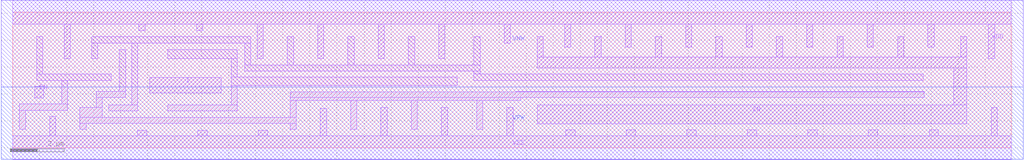
<source format=lef>
VERSION 5.7 ;
  NOWIREEXTENSIONATPIN ON ;
  DIVIDERCHAR "/" ;
  BUSBITCHARS "[]" ;
MACRO gf180mcu_fd_sc_mcu9t5v0__addf_1
  CLASS core ;
  FOREIGN gf180mcu_fd_sc_mcu9t5v0__addf_1 ;
  ORIGIN 0.000 0.000 ;
  SIZE 16.800 BY 5.040 ;
  SYMMETRY X Y ;
  SITE GF018hv5v_green_sc9 ;
  PIN A
    DIRECTION INPUT ;
    ANTENNAGATEAREA 3.396000 ;
    PORT
      LAYER Metal1 ;
        RECT 2.265 2.330 3.455 2.710 ;
    END
  END A
  PIN B
    DIRECTION INPUT ;
    ANTENNAGATEAREA 3.396000 ;
    PORT
      LAYER Metal1 ;
        RECT 13.525 2.265 13.850 2.710 ;
    END
  END B
  PIN CI
    DIRECTION INPUT ;
    ANTENNAGATEAREA 2.547000 ;
    PORT
      LAYER Metal1 ;
        RECT 3.890 2.115 12.550 2.345 ;
        RECT 11.910 1.770 12.170 2.115 ;
    END
  END CI
  PIN CO
    DIRECTION OUTPUT ;
    ANTENNADIFFAREA 1.386000 ;
    PORT
      LAYER Metal1 ;
        RECT 15.830 2.890 16.475 3.685 ;
        RECT 16.145 0.845 16.475 2.890 ;
    END
  END CO
  PIN S
    DIRECTION OUTPUT ;
    ANTENNADIFFAREA 1.324400 ;
    PORT
      LAYER Metal1 ;
        RECT 0.150 0.845 0.575 3.830 ;
    END
  END S
  PIN VDD
    DIRECTION INOUT ;
    USE POWER ;
    SHAPE ABUTMENT ;
    PORT
      LAYER Metal1 ;
        RECT 0.000 4.590 16.800 5.490 ;
        RECT 1.365 3.875 1.595 4.590 ;
        RECT 6.625 3.610 6.855 4.590 ;
        RECT 8.665 3.140 8.895 4.590 ;
        RECT 10.705 3.505 10.935 4.590 ;
        RECT 15.125 3.875 15.355 4.590 ;
    END
  END VDD
  PIN VNW
    DIRECTION INOUT ;
    USE POWER ;
    PORT
      LAYER Nwell ;
        RECT -0.430 2.265 17.230 5.470 ;
    END
  END VNW
  PIN VPW
    DIRECTION INOUT ;
    USE GROUND ;
    PORT
      LAYER Pwell ;
        RECT -0.430 -0.430 17.230 2.265 ;
    END
  END VPW
  PIN VSS
    DIRECTION INOUT ;
    USE GROUND ;
    SHAPE ABUTMENT ;
    PORT
      LAYER Metal1 ;
        RECT 1.365 0.450 1.595 1.305 ;
        RECT 6.625 0.450 6.855 1.425 ;
        RECT 8.865 0.450 9.095 1.425 ;
        RECT 10.705 0.450 10.935 1.425 ;
        RECT 15.125 0.450 15.355 1.165 ;
        RECT 0.000 -0.450 16.800 0.450 ;
    END
  END VSS
  OBS
      LAYER Metal1 ;
        RECT 4.385 3.170 4.615 3.790 ;
        RECT 1.805 2.940 4.615 3.170 ;
        RECT 5.605 3.265 5.835 3.845 ;
        RECT 9.685 3.265 9.915 3.845 ;
        RECT 11.725 3.265 11.955 3.845 ;
        RECT 5.605 3.035 7.930 3.265 ;
        RECT 9.685 3.035 11.955 3.265 ;
        RECT 12.845 3.170 13.075 3.685 ;
        RECT 12.845 2.940 14.310 3.170 ;
        RECT 1.805 2.060 2.035 2.940 ;
        RECT 12.845 2.805 13.075 2.940 ;
        RECT 5.010 2.575 13.075 2.805 ;
        RECT 0.870 1.885 2.035 2.060 ;
        RECT 14.080 2.115 14.310 2.940 ;
        RECT 14.080 2.005 15.795 2.115 ;
        RECT 0.870 1.655 4.615 1.885 ;
        RECT 4.385 1.315 4.615 1.655 ;
        RECT 5.505 1.655 7.975 1.885 ;
        RECT 5.505 1.315 5.735 1.655 ;
        RECT 7.745 1.315 7.975 1.655 ;
        RECT 9.585 1.655 11.680 1.885 ;
        RECT 9.585 1.315 9.815 1.655 ;
        RECT 11.450 1.540 11.680 1.655 ;
        RECT 12.945 1.775 15.795 2.005 ;
        RECT 11.450 1.310 12.110 1.540 ;
        RECT 12.945 1.315 13.175 1.775 ;
  END
END gf180mcu_fd_sc_mcu9t5v0__addf_1

#--------EOF---------

MACRO gf180mcu_fd_sc_mcu9t5v0__addf_2
  CLASS core ;
  FOREIGN gf180mcu_fd_sc_mcu9t5v0__addf_2 ;
  ORIGIN 0.000 0.000 ;
  SIZE 19.040 BY 5.040 ;
  SYMMETRY X Y ;
  SITE GF018hv5v_green_sc9 ;
  PIN A
    DIRECTION INPUT ;
    ANTENNAGATEAREA 4.700000 ;
    PORT
      LAYER Metal1 ;
        RECT 3.425 2.330 4.605 2.710 ;
    END
  END A
  PIN B
    DIRECTION INPUT ;
    ANTENNAGATEAREA 4.700000 ;
    PORT
      LAYER Metal1 ;
        RECT 14.710 2.150 16.110 2.710 ;
    END
  END B
  PIN CI
    DIRECTION INPUT ;
    ANTENNAGATEAREA 3.525000 ;
    PORT
      LAYER Metal1 ;
        RECT 5.050 1.920 13.850 2.150 ;
        RECT 13.590 1.770 13.850 1.920 ;
    END
  END CI
  PIN CO
    DIRECTION OUTPUT ;
    ANTENNADIFFAREA 1.622400 ;
    PORT
      LAYER Metal1 ;
        RECT 17.165 2.710 17.395 3.685 ;
        RECT 17.165 0.845 17.770 2.710 ;
    END
  END CO
  PIN S
    DIRECTION OUTPUT ;
    ANTENNADIFFAREA 1.622400 ;
    PORT
      LAYER Metal1 ;
        RECT 1.270 0.845 1.855 3.830 ;
    END
  END S
  PIN VDD
    DIRECTION INOUT ;
    USE POWER ;
    SHAPE ABUTMENT ;
    PORT
      LAYER Metal1 ;
        RECT 0.000 4.590 19.040 5.490 ;
        RECT 0.605 3.845 0.835 4.590 ;
        RECT 2.645 3.845 2.875 4.590 ;
        RECT 7.785 3.905 8.015 4.590 ;
        RECT 10.025 3.435 10.255 4.590 ;
        RECT 11.765 3.435 11.995 4.590 ;
        RECT 15.965 3.905 16.195 4.590 ;
        RECT 18.185 3.845 18.415 4.590 ;
    END
  END VDD
  PIN VNW
    DIRECTION INOUT ;
    USE POWER ;
    PORT
      LAYER Nwell ;
        RECT -0.430 2.265 19.470 5.470 ;
    END
  END VNW
  PIN VPW
    DIRECTION INOUT ;
    USE GROUND ;
    PORT
      LAYER Pwell ;
        RECT -0.430 -0.430 19.470 2.265 ;
    END
  END VPW
  PIN VSS
    DIRECTION INOUT ;
    USE GROUND ;
    SHAPE ABUTMENT ;
    PORT
      LAYER Metal1 ;
        RECT 0.285 0.450 0.515 1.165 ;
        RECT 2.525 0.450 2.755 1.165 ;
        RECT 7.785 0.450 8.015 1.215 ;
        RECT 10.025 0.450 10.255 1.215 ;
        RECT 11.865 0.450 12.095 1.215 ;
        RECT 16.265 0.450 16.495 1.195 ;
        RECT 18.505 0.450 18.735 1.165 ;
        RECT 0.000 -0.450 19.040 0.450 ;
    END
  END VSS
  OBS
      LAYER Metal1 ;
        RECT 5.545 3.170 5.775 3.685 ;
        RECT 2.965 2.940 5.775 3.170 ;
        RECT 8.805 3.160 9.035 3.740 ;
        RECT 2.965 2.115 3.195 2.940 ;
        RECT 5.545 2.875 5.775 2.940 ;
        RECT 6.710 2.930 9.035 3.160 ;
        RECT 10.745 3.160 10.975 3.740 ;
        RECT 12.885 3.160 13.115 3.740 ;
        RECT 10.745 2.930 13.115 3.160 ;
        RECT 14.105 2.985 16.935 3.215 ;
        RECT 14.105 2.700 14.335 2.985 ;
        RECT 6.070 2.470 14.335 2.700 ;
        RECT 2.085 1.775 3.195 2.115 ;
        RECT 2.965 1.600 3.195 1.775 ;
        RECT 2.965 1.370 5.830 1.600 ;
        RECT 6.665 1.445 9.135 1.675 ;
        RECT 6.665 1.315 6.895 1.445 ;
        RECT 8.905 1.315 9.135 1.445 ;
        RECT 10.745 1.445 13.215 1.675 ;
        RECT 16.705 1.655 16.935 2.985 ;
        RECT 10.745 1.315 10.975 1.445 ;
        RECT 12.985 1.315 13.215 1.445 ;
        RECT 14.050 1.425 16.935 1.655 ;
        RECT 14.050 1.370 14.390 1.425 ;
  END
END gf180mcu_fd_sc_mcu9t5v0__addf_2

#--------EOF---------

MACRO gf180mcu_fd_sc_mcu9t5v0__addf_4
  CLASS core ;
  FOREIGN gf180mcu_fd_sc_mcu9t5v0__addf_4 ;
  ORIGIN 0.000 0.000 ;
  SIZE 23.520 BY 5.040 ;
  SYMMETRY X Y ;
  SITE GF018hv5v_green_sc9 ;
  PIN A
    DIRECTION INPUT ;
    ANTENNAGATEAREA 4.700000 ;
    PORT
      LAYER Metal1 ;
        RECT 5.705 1.860 6.785 2.710 ;
    END
  END A
  PIN B
    DIRECTION INPUT ;
    ANTENNAGATEAREA 4.700000 ;
    PORT
      LAYER Metal1 ;
        RECT 16.965 2.330 18.530 2.710 ;
    END
  END B
  PIN CI
    DIRECTION INPUT ;
    ANTENNAGATEAREA 3.525000 ;
    PORT
      LAYER Metal1 ;
        RECT 7.330 1.920 15.990 2.150 ;
        RECT 11.910 1.770 12.170 1.920 ;
    END
  END CI
  PIN CO
    DIRECTION OUTPUT ;
    ANTENNADIFFAREA 3.642000 ;
    PORT
      LAYER Metal1 ;
        RECT 19.635 3.105 19.865 3.685 ;
        RECT 21.875 3.105 22.105 3.685 ;
        RECT 19.635 2.875 22.105 3.105 ;
        RECT 20.725 1.655 21.185 2.875 ;
        RECT 19.685 1.425 22.155 1.655 ;
        RECT 19.685 0.845 19.915 1.425 ;
        RECT 21.925 0.845 22.155 1.425 ;
    END
  END CO
  PIN S
    DIRECTION OUTPUT ;
    ANTENNADIFFAREA 3.815850 ;
    PORT
      LAYER Metal1 ;
        RECT 1.445 3.105 1.675 3.685 ;
        RECT 3.785 3.105 4.015 3.685 ;
        RECT 1.445 2.875 4.015 3.105 ;
        RECT 2.380 1.655 2.840 2.875 ;
        RECT 1.445 1.425 3.915 1.655 ;
        RECT 1.445 0.845 1.675 1.425 ;
        RECT 3.685 0.845 3.915 1.425 ;
    END
  END S
  PIN VDD
    DIRECTION INOUT ;
    USE POWER ;
    SHAPE ABUTMENT ;
    PORT
      LAYER Metal1 ;
        RECT 0.000 4.590 23.520 5.490 ;
        RECT 0.325 3.875 0.555 4.590 ;
        RECT 2.555 3.875 2.785 4.590 ;
        RECT 4.905 3.875 5.135 4.590 ;
        RECT 10.065 3.905 10.295 4.590 ;
        RECT 12.205 3.435 12.435 4.590 ;
        RECT 14.145 3.435 14.375 4.590 ;
        RECT 18.465 3.875 18.695 4.590 ;
        RECT 20.750 3.875 20.980 4.590 ;
        RECT 22.945 3.875 23.175 4.590 ;
    END
  END VDD
  PIN VNW
    DIRECTION INOUT ;
    USE POWER ;
    PORT
      LAYER Nwell ;
        RECT -0.430 2.265 23.950 5.470 ;
    END
  END VNW
  PIN VPW
    DIRECTION INOUT ;
    USE GROUND ;
    PORT
      LAYER Pwell ;
        RECT -0.430 -0.430 23.950 2.265 ;
    END
  END VPW
  PIN VSS
    DIRECTION INOUT ;
    USE GROUND ;
    SHAPE ABUTMENT ;
    PORT
      LAYER Metal1 ;
        RECT 0.325 0.450 0.555 1.165 ;
        RECT 2.565 0.450 2.795 1.165 ;
        RECT 4.805 0.450 5.035 1.165 ;
        RECT 10.065 0.450 10.295 1.215 ;
        RECT 12.305 0.450 12.535 1.215 ;
        RECT 14.145 0.450 14.375 1.215 ;
        RECT 18.565 0.450 18.795 1.165 ;
        RECT 20.805 0.450 21.035 1.165 ;
        RECT 23.045 0.450 23.275 1.165 ;
        RECT 0.000 -0.450 23.520 0.450 ;
    END
  END VSS
  OBS
      LAYER Metal1 ;
        RECT 7.825 3.170 8.055 3.685 ;
        RECT 5.245 2.940 8.055 3.170 ;
        RECT 4.310 2.060 4.595 2.585 ;
        RECT 5.245 2.060 5.475 2.940 ;
        RECT 7.825 2.875 8.055 2.940 ;
        RECT 9.045 3.160 9.275 3.740 ;
        RECT 13.125 3.160 13.355 3.740 ;
        RECT 15.165 3.160 15.395 3.740 ;
        RECT 16.285 3.170 16.515 3.750 ;
        RECT 9.045 2.930 11.370 3.160 ;
        RECT 13.125 2.930 15.395 3.160 ;
        RECT 15.625 2.940 19.235 3.170 ;
        RECT 15.625 2.700 15.855 2.940 ;
        RECT 8.450 2.470 15.855 2.700 ;
        RECT 4.310 1.830 5.475 2.060 ;
        RECT 19.005 2.005 19.235 2.940 ;
        RECT 5.245 1.545 5.475 1.830 ;
        RECT 16.385 1.775 19.235 2.005 ;
        RECT 5.245 1.315 8.110 1.545 ;
        RECT 8.945 1.445 11.415 1.675 ;
        RECT 8.945 1.315 9.175 1.445 ;
        RECT 11.185 1.315 11.415 1.445 ;
        RECT 13.025 1.445 15.495 1.675 ;
        RECT 13.025 1.315 13.255 1.445 ;
        RECT 15.265 1.315 15.495 1.445 ;
        RECT 16.385 1.315 16.615 1.775 ;
  END
END gf180mcu_fd_sc_mcu9t5v0__addf_4

#--------EOF---------

MACRO gf180mcu_fd_sc_mcu9t5v0__addh_1
  CLASS core ;
  FOREIGN gf180mcu_fd_sc_mcu9t5v0__addh_1 ;
  ORIGIN 0.000 0.000 ;
  SIZE 9.520 BY 5.040 ;
  SYMMETRY X Y ;
  SITE GF018hv5v_green_sc9 ;
  PIN A
    DIRECTION INPUT ;
    ANTENNAGATEAREA 1.707000 ;
    PORT
      LAYER Metal1 ;
        RECT 2.285 2.950 6.075 3.270 ;
        RECT 2.285 2.215 2.515 2.950 ;
        RECT 5.845 2.215 6.075 2.950 ;
    END
  END A
  PIN B
    DIRECTION INPUT ;
    ANTENNAGATEAREA 1.707000 ;
    PORT
      LAYER Metal1 ;
        RECT 2.950 2.270 5.195 2.650 ;
    END
  END B
  PIN CO
    DIRECTION OUTPUT ;
    ANTENNADIFFAREA 1.386000 ;
    PORT
      LAYER Metal1 ;
        RECT 0.150 0.845 0.575 4.360 ;
    END
  END CO
  PIN S
    DIRECTION OUTPUT ;
    ANTENNADIFFAREA 1.386000 ;
    PORT
      LAYER Metal1 ;
        RECT 8.845 1.590 9.175 4.360 ;
        RECT 8.550 1.210 9.175 1.590 ;
        RECT 8.945 0.845 9.175 1.210 ;
    END
  END S
  PIN VDD
    DIRECTION INOUT ;
    USE POWER ;
    SHAPE ABUTMENT ;
    PORT
      LAYER Metal1 ;
        RECT 0.000 4.590 9.520 5.490 ;
        RECT 1.365 3.550 1.595 4.590 ;
        RECT 3.645 3.960 3.875 4.590 ;
        RECT 4.385 3.960 4.615 4.590 ;
        RECT 7.645 3.550 7.875 4.590 ;
    END
  END VDD
  PIN VNW
    DIRECTION INOUT ;
    USE POWER ;
    PORT
      LAYER Nwell ;
        RECT -0.430 2.265 9.950 5.470 ;
    END
  END VNW
  PIN VPW
    DIRECTION INOUT ;
    USE GROUND ;
    PORT
      LAYER Pwell ;
        RECT -0.430 -0.430 9.950 2.265 ;
    END
  END VPW
  PIN VSS
    DIRECTION INOUT ;
    USE GROUND ;
    SHAPE ABUTMENT ;
    PORT
      LAYER Metal1 ;
        RECT 1.365 0.450 1.595 1.350 ;
        RECT 7.645 0.450 7.875 1.355 ;
        RECT 0.000 -0.450 9.520 0.450 ;
    END
  END VSS
  OBS
      LAYER Metal1 ;
        RECT 2.625 3.730 2.855 4.360 ;
        RECT 6.570 3.960 7.415 4.190 ;
        RECT 1.825 3.500 6.955 3.730 ;
        RECT 1.825 2.555 2.055 3.500 ;
        RECT 0.925 2.215 2.055 2.555 ;
        RECT 6.725 2.500 6.955 3.500 ;
        RECT 7.185 3.320 7.415 3.960 ;
        RECT 7.185 3.090 7.810 3.320 ;
        RECT 7.580 2.555 7.810 3.090 ;
        RECT 6.725 2.270 7.350 2.500 ;
        RECT 1.825 1.300 2.055 2.215 ;
        RECT 7.580 2.215 8.495 2.555 ;
        RECT 7.580 1.985 7.810 2.215 ;
        RECT 5.405 1.755 7.810 1.985 ;
        RECT 1.825 1.070 3.850 1.300 ;
        RECT 4.285 0.910 4.515 1.355 ;
        RECT 5.405 1.140 5.635 1.755 ;
        RECT 6.525 0.910 6.755 1.355 ;
        RECT 4.285 0.680 6.755 0.910 ;
  END
END gf180mcu_fd_sc_mcu9t5v0__addh_1

#--------EOF---------

MACRO gf180mcu_fd_sc_mcu9t5v0__addh_2
  CLASS core ;
  FOREIGN gf180mcu_fd_sc_mcu9t5v0__addh_2 ;
  ORIGIN 0.000 0.000 ;
  SIZE 11.760 BY 5.040 ;
  SYMMETRY X Y ;
  SITE GF018hv5v_green_sc9 ;
  PIN A
    DIRECTION INPUT ;
    ANTENNAGATEAREA 3.414000 ;
    PORT
      LAYER Metal1 ;
        RECT 3.610 2.940 6.010 3.170 ;
        RECT 3.610 2.500 3.840 2.940 ;
        RECT 3.030 2.270 3.840 2.500 ;
        RECT 5.750 2.500 6.010 2.940 ;
        RECT 5.750 2.270 7.160 2.500 ;
    END
  END A
  PIN B
    DIRECTION INPUT ;
    ANTENNAGATEAREA 3.414000 ;
    PORT
      LAYER Metal1 ;
        RECT 4.070 2.150 4.330 2.710 ;
    END
  END B
  PIN CO
    DIRECTION OUTPUT ;
    ANTENNADIFFAREA 1.821000 ;
    PORT
      LAYER Metal1 ;
        RECT 1.270 0.770 1.615 4.355 ;
    END
  END CO
  PIN S
    DIRECTION OUTPUT ;
    ANTENNADIFFAREA 1.729500 ;
    PORT
      LAYER Metal1 ;
        RECT 9.985 1.590 10.215 4.355 ;
        RECT 9.985 0.770 10.490 1.590 ;
    END
  END S
  PIN VDD
    DIRECTION INOUT ;
    USE POWER ;
    SHAPE ABUTMENT ;
    PORT
      LAYER Metal1 ;
        RECT 0.000 4.590 11.760 5.490 ;
        RECT 0.315 3.875 0.545 4.590 ;
        RECT 2.455 3.875 2.685 4.590 ;
        RECT 4.545 3.875 4.775 4.590 ;
        RECT 5.365 3.875 5.595 4.590 ;
        RECT 8.865 3.875 9.095 4.590 ;
        RECT 11.055 3.875 11.285 4.590 ;
    END
  END VDD
  PIN VNW
    DIRECTION INOUT ;
    USE POWER ;
    PORT
      LAYER Nwell ;
        RECT -0.430 2.265 12.190 5.470 ;
    END
  END VNW
  PIN VPW
    DIRECTION INOUT ;
    USE GROUND ;
    PORT
      LAYER Pwell ;
        RECT -0.430 -0.430 12.190 2.265 ;
    END
  END VPW
  PIN VSS
    DIRECTION INOUT ;
    USE GROUND ;
    SHAPE ABUTMENT ;
    PORT
      LAYER Metal1 ;
        RECT 0.265 0.450 0.495 1.580 ;
        RECT 2.505 0.450 2.735 1.580 ;
        RECT 8.865 0.450 9.095 1.580 ;
        RECT 11.105 0.450 11.335 1.580 ;
        RECT 0.000 -0.450 11.760 0.450 ;
    END
  END VSS
  OBS
      LAYER Metal1 ;
        RECT 3.525 3.630 3.755 4.325 ;
        RECT 7.505 3.875 8.635 4.215 ;
        RECT 2.570 3.400 8.175 3.630 ;
        RECT 2.570 2.665 2.800 3.400 ;
        RECT 2.015 2.385 2.800 2.665 ;
        RECT 2.015 1.855 2.245 2.385 ;
        RECT 7.945 2.040 8.175 3.400 ;
        RECT 4.545 1.810 8.175 2.040 ;
        RECT 8.405 2.645 8.635 3.875 ;
        RECT 8.405 2.270 9.635 2.645 ;
        RECT 4.545 0.770 4.775 1.810 ;
        RECT 5.265 0.910 5.495 1.580 ;
        RECT 8.405 1.570 8.635 2.270 ;
        RECT 9.400 1.835 9.635 2.270 ;
        RECT 6.385 1.340 8.635 1.570 ;
        RECT 6.385 1.140 6.615 1.340 ;
        RECT 7.505 0.910 7.735 1.110 ;
        RECT 5.265 0.680 7.735 0.910 ;
  END
END gf180mcu_fd_sc_mcu9t5v0__addh_2

#--------EOF---------

MACRO gf180mcu_fd_sc_mcu9t5v0__addh_4
  CLASS core ;
  FOREIGN gf180mcu_fd_sc_mcu9t5v0__addh_4 ;
  ORIGIN 0.000 0.000 ;
  SIZE 21.280 BY 5.040 ;
  SYMMETRY X Y ;
  SITE GF018hv5v_green_sc9 ;
  PIN A
    DIRECTION INPUT ;
    ANTENNAGATEAREA 6.300000 ;
    PORT
      LAYER Metal1 ;
        RECT 1.100 2.630 8.080 2.860 ;
        RECT 1.100 2.215 1.330 2.630 ;
        RECT 3.930 2.285 6.450 2.630 ;
        RECT 7.850 2.500 8.080 2.630 ;
        RECT 7.850 2.270 9.860 2.500 ;
    END
  END A
  PIN B
    DIRECTION INPUT ;
    ANTENNAGATEAREA 6.300000 ;
    PORT
      LAYER Metal1 ;
        RECT 1.770 2.055 3.050 2.400 ;
        RECT 6.680 2.170 7.620 2.400 ;
        RECT 6.680 2.055 6.910 2.170 ;
        RECT 1.770 1.825 6.910 2.055 ;
    END
  END B
  PIN CO
    DIRECTION OUTPUT ;
    ANTENNADIFFAREA 3.550500 ;
    PORT
      LAYER Metal1 ;
        RECT 12.470 2.985 15.100 3.215 ;
        RECT 12.470 1.595 12.805 2.985 ;
        RECT 12.470 1.365 15.150 1.595 ;
    END
  END CO
  PIN S
    DIRECTION OUTPUT ;
    ANTENNADIFFAREA 3.660300 ;
    PORT
      LAYER Metal1 ;
        RECT 16.950 3.320 17.235 4.360 ;
        RECT 19.205 3.320 19.435 4.360 ;
        RECT 16.950 2.960 19.435 3.320 ;
        RECT 19.075 1.790 19.435 2.960 ;
        RECT 16.950 1.430 19.575 1.790 ;
        RECT 16.950 0.695 17.335 1.430 ;
        RECT 19.345 0.695 19.575 1.430 ;
    END
  END S
  PIN VDD
    DIRECTION INOUT ;
    USE POWER ;
    SHAPE ABUTMENT ;
    PORT
      LAYER Metal1 ;
        RECT 0.000 4.590 21.280 5.490 ;
        RECT 0.295 3.550 0.525 4.590 ;
        RECT 2.335 3.550 2.565 4.590 ;
        RECT 4.425 3.550 4.655 4.590 ;
        RECT 7.915 4.010 8.145 4.590 ;
        RECT 11.275 4.010 11.505 4.590 ;
        RECT 13.695 4.010 13.925 4.590 ;
        RECT 15.885 3.550 16.115 4.590 ;
        RECT 18.125 3.550 18.355 4.590 ;
        RECT 20.335 3.550 20.565 4.590 ;
    END
  END VDD
  PIN VNW
    DIRECTION INOUT ;
    USE POWER ;
    PORT
      LAYER Nwell ;
        RECT -0.430 2.265 21.710 5.470 ;
    END
  END VNW
  PIN VPW
    DIRECTION INOUT ;
    USE GROUND ;
    PORT
      LAYER Pwell ;
        RECT -0.430 -0.430 21.710 2.265 ;
    END
  END VPW
  PIN VSS
    DIRECTION INOUT ;
    USE GROUND ;
    SHAPE ABUTMENT ;
    PORT
      LAYER Metal1 ;
        RECT 0.245 0.450 0.475 1.200 ;
        RECT 4.425 0.450 4.655 1.595 ;
        RECT 11.505 0.675 11.735 1.125 ;
        RECT 15.985 0.675 16.215 1.200 ;
        RECT 11.505 0.450 16.215 0.675 ;
        RECT 18.225 0.450 18.455 1.200 ;
        RECT 20.465 0.450 20.695 1.200 ;
        RECT 0.000 -0.450 21.280 0.450 ;
    END
  END VSS
  OBS
      LAYER Metal1 ;
        RECT 1.315 3.320 1.545 4.360 ;
        RECT 3.405 3.320 3.635 4.360 ;
        RECT 5.725 3.780 5.955 4.360 ;
        RECT 10.155 3.780 10.385 4.360 ;
        RECT 5.725 3.550 15.610 3.780 ;
        RECT 0.640 3.090 10.320 3.320 ;
        RECT 0.640 1.595 0.870 3.090 ;
        RECT 10.090 2.500 10.320 3.090 ;
        RECT 15.380 2.555 15.610 3.550 ;
        RECT 10.090 2.270 12.230 2.500 ;
        RECT 15.380 2.215 18.590 2.555 ;
        RECT 0.640 1.365 2.615 1.595 ;
        RECT 2.385 0.695 2.615 1.365 ;
        RECT 6.790 1.355 12.195 1.585 ;
        RECT 11.965 1.135 12.195 1.355 ;
        RECT 15.380 1.135 15.610 2.215 ;
        RECT 5.670 0.845 10.490 1.075 ;
        RECT 11.965 0.905 15.610 1.135 ;
  END
END gf180mcu_fd_sc_mcu9t5v0__addh_4

#--------EOF---------

MACRO gf180mcu_fd_sc_mcu9t5v0__and2_1
  CLASS core ;
  FOREIGN gf180mcu_fd_sc_mcu9t5v0__and2_1 ;
  ORIGIN 0.000 0.000 ;
  SIZE 4.480 BY 5.040 ;
  SYMMETRY X Y ;
  SITE GF018hv5v_green_sc9 ;
  PIN A1
    DIRECTION INPUT ;
    ANTENNAGATEAREA 0.806000 ;
    PORT
      LAYER Metal1 ;
        RECT 0.710 2.710 0.970 2.960 ;
        RECT 0.115 2.150 0.970 2.710 ;
    END
  END A1
  PIN A2
    DIRECTION INPUT ;
    ANTENNAGATEAREA 0.806000 ;
    PORT
      LAYER Metal1 ;
        RECT 1.830 2.710 2.060 2.960 ;
        RECT 1.830 2.150 2.715 2.710 ;
    END
  END A2
  PIN Z
    DIRECTION OUTPUT ;
    ANTENNADIFFAREA 1.386000 ;
    PORT
      LAYER Metal1 ;
        RECT 3.510 0.845 3.855 3.685 ;
    END
  END Z
  PIN VDD
    DIRECTION INOUT ;
    USE POWER ;
    SHAPE ABUTMENT ;
    PORT
      LAYER Metal1 ;
        RECT 0.000 4.590 4.480 5.490 ;
        RECT 0.245 4.345 0.475 4.590 ;
        RECT 2.285 4.345 2.515 4.590 ;
    END
  END VDD
  PIN VNW
    DIRECTION INOUT ;
    USE POWER ;
    PORT
      LAYER Nwell ;
        RECT -0.430 2.265 4.910 5.470 ;
    END
  END VNW
  PIN VPW
    DIRECTION INOUT ;
    USE GROUND ;
    PORT
      LAYER Pwell ;
        RECT -0.430 -0.430 4.910 2.265 ;
    END
  END VPW
  PIN VSS
    DIRECTION INOUT ;
    USE GROUND ;
    SHAPE ABUTMENT ;
    PORT
      LAYER Metal1 ;
        RECT 2.505 0.450 2.735 1.165 ;
        RECT 0.000 -0.450 4.480 0.450 ;
    END
  END VSS
  OBS
      LAYER Metal1 ;
        RECT 1.210 4.115 1.550 4.170 ;
        RECT 1.210 3.885 3.175 4.115 ;
        RECT 2.945 1.625 3.175 3.885 ;
        RECT 0.190 1.395 3.175 1.625 ;
        RECT 0.190 1.370 0.530 1.395 ;
  END
END gf180mcu_fd_sc_mcu9t5v0__and2_1

#--------EOF---------

MACRO gf180mcu_fd_sc_mcu9t5v0__and2_2
  CLASS core ;
  FOREIGN gf180mcu_fd_sc_mcu9t5v0__and2_2 ;
  ORIGIN 0.000 0.000 ;
  SIZE 5.040 BY 5.040 ;
  SYMMETRY X Y ;
  SITE GF018hv5v_green_sc9 ;
  PIN A1
    DIRECTION INPUT ;
    ANTENNAGATEAREA 1.612000 ;
    PORT
      LAYER Metal1 ;
        RECT 0.150 2.330 0.970 2.715 ;
        RECT 0.710 1.905 0.970 2.330 ;
    END
  END A1
  PIN A2
    DIRECTION INPUT ;
    ANTENNAGATEAREA 1.612000 ;
    PORT
      LAYER Metal1 ;
        RECT 1.270 2.330 2.090 2.710 ;
        RECT 1.830 1.900 2.090 2.330 ;
    END
  END A2
  PIN Z
    DIRECTION OUTPUT ;
    ANTENNADIFFAREA 1.638000 ;
    PORT
      LAYER Metal1 ;
        RECT 3.420 0.845 3.770 3.685 ;
    END
  END Z
  PIN VDD
    DIRECTION INOUT ;
    USE POWER ;
    SHAPE ABUTMENT ;
    PORT
      LAYER Metal1 ;
        RECT 0.000 4.590 5.040 5.490 ;
        RECT 0.260 3.685 0.490 4.590 ;
        RECT 2.520 3.875 2.750 4.590 ;
        RECT 4.560 3.875 4.790 4.590 ;
    END
  END VDD
  PIN VNW
    DIRECTION INOUT ;
    USE POWER ;
    PORT
      LAYER Nwell ;
        RECT -0.430 2.265 5.470 5.470 ;
    END
  END VNW
  PIN VPW
    DIRECTION INOUT ;
    USE GROUND ;
    PORT
      LAYER Pwell ;
        RECT -0.430 -0.430 5.470 2.265 ;
    END
  END VPW
  PIN VSS
    DIRECTION INOUT ;
    USE GROUND ;
    SHAPE ABUTMENT ;
    PORT
      LAYER Metal1 ;
        RECT 2.300 0.450 2.530 1.165 ;
        RECT 4.540 0.450 4.770 1.165 ;
        RECT 0.000 -0.450 5.040 0.450 ;
    END
  END VSS
  OBS
      LAYER Metal1 ;
        RECT 1.280 3.170 1.510 3.750 ;
        RECT 1.280 2.940 2.970 3.170 ;
        RECT 2.740 1.655 2.970 2.940 ;
        RECT 0.260 1.425 2.970 1.655 ;
        RECT 0.260 0.845 0.490 1.425 ;
  END
END gf180mcu_fd_sc_mcu9t5v0__and2_2

#--------EOF---------

MACRO gf180mcu_fd_sc_mcu9t5v0__and2_4
  CLASS core ;
  FOREIGN gf180mcu_fd_sc_mcu9t5v0__and2_4 ;
  ORIGIN 0.000 0.000 ;
  SIZE 9.520 BY 5.040 ;
  SYMMETRY X Y ;
  SITE GF018hv5v_green_sc9 ;
  PIN A1
    DIRECTION INPUT ;
    ANTENNAGATEAREA 3.224000 ;
    PORT
      LAYER Metal1 ;
        RECT 1.205 1.210 2.090 2.060 ;
    END
  END A1
  PIN A2
    DIRECTION INPUT ;
    ANTENNAGATEAREA 3.224000 ;
    PORT
      LAYER Metal1 ;
        RECT 0.355 2.290 4.030 2.715 ;
        RECT 0.355 1.770 0.970 2.290 ;
    END
  END A2
  PIN Z
    DIRECTION OUTPUT ;
    ANTENNADIFFAREA 3.276000 ;
    PORT
      LAYER Metal1 ;
        RECT 5.445 2.790 8.085 3.685 ;
        RECT 7.485 1.600 8.085 2.790 ;
        RECT 5.390 0.900 8.085 1.600 ;
    END
  END Z
  PIN VDD
    DIRECTION INOUT ;
    USE POWER ;
    SHAPE ABUTMENT ;
    PORT
      LAYER Metal1 ;
        RECT 0.000 4.590 9.520 5.490 ;
        RECT 0.245 3.875 0.475 4.590 ;
        RECT 2.285 3.875 2.515 4.590 ;
        RECT 4.325 3.875 4.555 4.590 ;
        RECT 6.545 4.230 6.775 4.590 ;
        RECT 8.585 4.225 8.815 4.590 ;
    END
  END VDD
  PIN VNW
    DIRECTION INOUT ;
    USE POWER ;
    PORT
      LAYER Nwell ;
        RECT -0.430 2.265 9.950 5.470 ;
    END
  END VNW
  PIN VPW
    DIRECTION INOUT ;
    USE GROUND ;
    PORT
      LAYER Pwell ;
        RECT -0.430 -0.430 9.950 2.265 ;
    END
  END VPW
  PIN VSS
    DIRECTION INOUT ;
    USE GROUND ;
    SHAPE ABUTMENT ;
    PORT
      LAYER Metal1 ;
        RECT 0.245 0.450 0.475 1.165 ;
        RECT 4.325 0.450 4.555 1.165 ;
        RECT 6.510 0.450 6.850 0.640 ;
        RECT 8.805 0.450 9.035 1.165 ;
        RECT 0.000 -0.450 9.520 0.450 ;
    END
  END VSS
  OBS
      LAYER Metal1 ;
        RECT 1.265 3.180 1.495 3.875 ;
        RECT 3.305 3.180 3.535 3.875 ;
        RECT 1.265 2.950 4.995 3.180 ;
        RECT 4.765 2.315 4.995 2.950 ;
        RECT 4.765 1.975 6.465 2.315 ;
        RECT 4.765 1.655 4.995 1.975 ;
        RECT 2.320 1.425 4.995 1.655 ;
        RECT 2.320 0.845 2.550 1.425 ;
  END
END gf180mcu_fd_sc_mcu9t5v0__and2_4

#--------EOF---------

MACRO gf180mcu_fd_sc_mcu9t5v0__and3_1
  CLASS core ;
  FOREIGN gf180mcu_fd_sc_mcu9t5v0__and3_1 ;
  ORIGIN 0.000 0.000 ;
  SIZE 5.600 BY 5.040 ;
  SYMMETRY X Y ;
  SITE GF018hv5v_green_sc9 ;
  PIN A1
    DIRECTION INPUT ;
    ANTENNAGATEAREA 0.761000 ;
    PORT
      LAYER Metal1 ;
        RECT 0.125 2.740 1.145 3.345 ;
    END
  END A1
  PIN A2
    DIRECTION INPUT ;
    ANTENNAGATEAREA 0.761000 ;
    PORT
      LAYER Metal1 ;
        RECT 1.820 2.740 2.725 3.375 ;
    END
  END A2
  PIN A3
    DIRECTION INPUT ;
    ANTENNAGATEAREA 0.761000 ;
    PORT
      LAYER Metal1 ;
        RECT 0.565 1.770 2.955 2.150 ;
    END
  END A3
  PIN Z
    DIRECTION OUTPUT ;
    ANTENNADIFFAREA 1.386000 ;
    PORT
      LAYER Metal1 ;
        RECT 4.630 0.845 4.995 3.830 ;
    END
  END Z
  PIN VDD
    DIRECTION INOUT ;
    USE POWER ;
    SHAPE ABUTMENT ;
    PORT
      LAYER Metal1 ;
        RECT 0.000 4.590 5.600 5.490 ;
        RECT 1.265 4.345 1.495 4.590 ;
        RECT 3.645 4.345 3.875 4.590 ;
    END
  END VDD
  PIN VNW
    DIRECTION INOUT ;
    USE POWER ;
    PORT
      LAYER Nwell ;
        RECT -0.430 2.265 6.030 5.470 ;
    END
  END VNW
  PIN VPW
    DIRECTION INOUT ;
    USE GROUND ;
    PORT
      LAYER Pwell ;
        RECT -0.430 -0.430 6.030 2.265 ;
    END
  END VPW
  PIN VSS
    DIRECTION INOUT ;
    USE GROUND ;
    SHAPE ABUTMENT ;
    PORT
      LAYER Metal1 ;
        RECT 3.645 0.450 3.875 1.350 ;
        RECT 0.000 -0.450 5.600 0.450 ;
    END
  END VSS
  OBS
      LAYER Metal1 ;
        RECT 0.245 4.115 0.475 4.315 ;
        RECT 2.285 4.115 3.415 4.315 ;
        RECT 0.245 3.885 3.415 4.115 ;
        RECT 3.185 2.115 3.415 3.885 ;
        RECT 3.185 1.775 4.315 2.115 ;
        RECT 0.245 0.980 0.475 1.355 ;
        RECT 3.185 0.980 3.415 1.775 ;
        RECT 0.245 0.750 3.415 0.980 ;
  END
END gf180mcu_fd_sc_mcu9t5v0__and3_1

#--------EOF---------

MACRO gf180mcu_fd_sc_mcu9t5v0__and3_2
  CLASS core ;
  FOREIGN gf180mcu_fd_sc_mcu9t5v0__and3_2 ;
  ORIGIN 0.000 0.000 ;
  SIZE 6.160 BY 5.040 ;
  SYMMETRY X Y ;
  SITE GF018hv5v_green_sc9 ;
  PIN A1
    DIRECTION INPUT ;
    ANTENNAGATEAREA 1.522000 ;
    PORT
      LAYER Metal1 ;
        RECT 0.115 2.150 0.970 2.710 ;
    END
  END A1
  PIN A2
    DIRECTION INPUT ;
    ANTENNAGATEAREA 1.522000 ;
    PORT
      LAYER Metal1 ;
        RECT 1.210 2.150 2.090 2.710 ;
    END
  END A2
  PIN A3
    DIRECTION INPUT ;
    ANTENNAGATEAREA 1.522000 ;
    PORT
      LAYER Metal1 ;
        RECT 2.390 2.290 3.210 2.710 ;
    END
  END A3
  PIN Z
    DIRECTION OUTPUT ;
    ANTENNADIFFAREA 1.638000 ;
    PORT
      LAYER Metal1 ;
        RECT 4.480 0.845 4.890 3.685 ;
    END
  END Z
  PIN VDD
    DIRECTION INOUT ;
    USE POWER ;
    SHAPE ABUTMENT ;
    PORT
      LAYER Metal1 ;
        RECT 0.000 4.590 6.160 5.490 ;
        RECT 1.320 3.875 1.550 4.590 ;
        RECT 3.360 3.875 3.590 4.590 ;
        RECT 5.580 3.875 5.810 4.590 ;
    END
  END VDD
  PIN VNW
    DIRECTION INOUT ;
    USE POWER ;
    PORT
      LAYER Nwell ;
        RECT -0.430 2.265 6.590 5.470 ;
    END
  END VNW
  PIN VPW
    DIRECTION INOUT ;
    USE GROUND ;
    PORT
      LAYER Pwell ;
        RECT -0.430 -0.430 6.590 2.265 ;
    END
  END VPW
  PIN VSS
    DIRECTION INOUT ;
    USE GROUND ;
    SHAPE ABUTMENT ;
    PORT
      LAYER Metal1 ;
        RECT 3.360 0.450 3.590 1.165 ;
        RECT 5.600 0.450 5.830 1.165 ;
        RECT 0.000 -0.450 6.160 0.450 ;
    END
  END VSS
  OBS
      LAYER Metal1 ;
        RECT 2.340 3.530 2.570 4.110 ;
        RECT 0.245 3.300 4.210 3.530 ;
        RECT 3.980 1.920 4.210 3.300 ;
        RECT 0.300 1.690 4.210 1.920 ;
        RECT 0.300 0.845 0.530 1.690 ;
  END
END gf180mcu_fd_sc_mcu9t5v0__and3_2

#--------EOF---------

MACRO gf180mcu_fd_sc_mcu9t5v0__and3_4
  CLASS core ;
  FOREIGN gf180mcu_fd_sc_mcu9t5v0__and3_4 ;
  ORIGIN 0.000 0.000 ;
  SIZE 11.200 BY 5.040 ;
  SYMMETRY X Y ;
  SITE GF018hv5v_green_sc9 ;
  PIN A1
    DIRECTION INPUT ;
    ANTENNAGATEAREA 3.044000 ;
    PORT
      LAYER Metal1 ;
        RECT 1.245 1.730 3.115 2.150 ;
    END
  END A1
  PIN A2
    DIRECTION INPUT ;
    ANTENNAGATEAREA 3.044000 ;
    PORT
      LAYER Metal1 ;
        RECT 1.790 2.380 5.000 2.610 ;
        RECT 3.995 1.770 5.000 2.380 ;
    END
  END A2
  PIN A3
    DIRECTION INPUT ;
    ANTENNAGATEAREA 3.044000 ;
    PORT
      LAYER Metal1 ;
        RECT 0.150 2.840 6.020 3.070 ;
        RECT 0.150 2.330 0.995 2.840 ;
        RECT 5.785 2.415 6.020 2.840 ;
    END
  END A3
  PIN Z
    DIRECTION OUTPUT ;
    ANTENNADIFFAREA 3.276000 ;
    PORT
      LAYER Metal1 ;
        RECT 7.550 2.925 9.930 3.630 ;
        RECT 9.580 1.600 9.930 2.925 ;
        RECT 7.250 0.895 9.930 1.600 ;
    END
  END Z
  PIN VDD
    DIRECTION INOUT ;
    USE POWER ;
    SHAPE ABUTMENT ;
    PORT
      LAYER Metal1 ;
        RECT 0.000 4.590 11.200 5.490 ;
        RECT 0.245 3.505 0.475 4.590 ;
        RECT 2.285 3.975 2.515 4.590 ;
        RECT 4.325 3.975 4.555 4.590 ;
        RECT 6.585 3.875 6.815 4.590 ;
        RECT 8.625 3.875 8.855 4.590 ;
        RECT 10.665 3.875 10.895 4.590 ;
    END
  END VDD
  PIN VNW
    DIRECTION INOUT ;
    USE POWER ;
    PORT
      LAYER Nwell ;
        RECT -0.430 2.265 11.630 5.470 ;
    END
  END VNW
  PIN VPW
    DIRECTION INOUT ;
    USE GROUND ;
    PORT
      LAYER Pwell ;
        RECT -0.430 -0.430 11.630 2.265 ;
    END
  END VPW
  PIN VSS
    DIRECTION INOUT ;
    USE GROUND ;
    SHAPE ABUTMENT ;
    PORT
      LAYER Metal1 ;
        RECT 0.325 0.450 0.555 0.695 ;
        RECT 6.185 0.450 6.415 1.165 ;
        RECT 8.370 0.450 8.710 0.640 ;
        RECT 10.665 0.450 10.895 1.165 ;
        RECT 0.000 -0.450 11.200 0.450 ;
    END
  END VSS
  OBS
      LAYER Metal1 ;
        RECT 1.265 3.530 1.495 4.110 ;
        RECT 3.305 3.530 3.535 4.110 ;
        RECT 5.345 3.530 5.575 4.110 ;
        RECT 1.265 3.300 6.855 3.530 ;
        RECT 6.625 2.310 6.855 3.300 ;
        RECT 6.625 1.970 9.260 2.310 ;
        RECT 6.625 1.625 6.855 1.970 ;
        RECT 5.500 1.520 6.855 1.625 ;
        RECT 3.305 1.395 6.855 1.520 ;
        RECT 3.305 1.290 5.755 1.395 ;
        RECT 3.305 0.710 3.535 1.290 ;
  END
END gf180mcu_fd_sc_mcu9t5v0__and3_4

#--------EOF---------

MACRO gf180mcu_fd_sc_mcu9t5v0__and4_1
  CLASS core ;
  FOREIGN gf180mcu_fd_sc_mcu9t5v0__and4_1 ;
  ORIGIN 0.000 0.000 ;
  SIZE 6.160 BY 5.040 ;
  SYMMETRY X Y ;
  SITE GF018hv5v_green_sc9 ;
  PIN A1
    DIRECTION INPUT ;
    ANTENNAGATEAREA 0.716000 ;
    PORT
      LAYER Metal1 ;
        RECT 0.115 2.165 0.975 2.710 ;
    END
  END A1
  PIN A2
    DIRECTION INPUT ;
    ANTENNAGATEAREA 0.716000 ;
    PORT
      LAYER Metal1 ;
        RECT 1.230 1.210 2.090 2.115 ;
    END
  END A2
  PIN A3
    DIRECTION INPUT ;
    ANTENNAGATEAREA 0.716000 ;
    PORT
      LAYER Metal1 ;
        RECT 2.320 1.210 3.210 2.115 ;
    END
  END A3
  PIN A4
    DIRECTION INPUT ;
    ANTENNAGATEAREA 0.716000 ;
    PORT
      LAYER Metal1 ;
        RECT 3.830 2.330 4.500 2.710 ;
    END
  END A4
  PIN Z
    DIRECTION OUTPUT ;
    ANTENNADIFFAREA 1.386000 ;
    PORT
      LAYER Metal1 ;
        RECT 5.190 2.890 6.045 3.685 ;
        RECT 5.585 0.845 6.045 2.890 ;
    END
  END Z
  PIN VDD
    DIRECTION INOUT ;
    USE POWER ;
    SHAPE ABUTMENT ;
    PORT
      LAYER Metal1 ;
        RECT 0.000 4.590 6.160 5.490 ;
        RECT 0.305 3.155 0.535 4.590 ;
        RECT 2.345 3.155 2.575 4.590 ;
        RECT 4.565 4.345 4.795 4.590 ;
    END
  END VDD
  PIN VNW
    DIRECTION INOUT ;
    USE POWER ;
    PORT
      LAYER Nwell ;
        RECT -0.430 2.265 6.590 5.470 ;
    END
  END VNW
  PIN VPW
    DIRECTION INOUT ;
    USE GROUND ;
    PORT
      LAYER Pwell ;
        RECT -0.430 -0.430 6.590 2.265 ;
    END
  END VPW
  PIN VSS
    DIRECTION INOUT ;
    USE GROUND ;
    SHAPE ABUTMENT ;
    PORT
      LAYER Metal1 ;
        RECT 4.565 0.450 4.795 1.350 ;
        RECT 0.000 -0.450 6.160 0.450 ;
    END
  END VSS
  OBS
      LAYER Metal1 ;
        RECT 1.325 2.925 1.555 3.215 ;
        RECT 3.365 2.985 4.960 3.215 ;
        RECT 3.365 2.925 3.595 2.985 ;
        RECT 1.325 2.695 3.595 2.925 ;
        RECT 4.730 2.115 4.960 2.985 ;
        RECT 4.730 2.005 5.235 2.115 ;
        RECT 3.440 1.775 5.235 2.005 ;
        RECT 0.305 0.980 0.535 1.355 ;
        RECT 3.440 0.980 3.670 1.775 ;
        RECT 0.305 0.750 3.670 0.980 ;
  END
END gf180mcu_fd_sc_mcu9t5v0__and4_1

#--------EOF---------

MACRO gf180mcu_fd_sc_mcu9t5v0__and4_2
  CLASS core ;
  FOREIGN gf180mcu_fd_sc_mcu9t5v0__and4_2 ;
  ORIGIN 0.000 0.000 ;
  SIZE 7.280 BY 5.040 ;
  SYMMETRY X Y ;
  SITE GF018hv5v_green_sc9 ;
  PIN A1
    DIRECTION INPUT ;
    ANTENNAGATEAREA 1.432000 ;
    PORT
      LAYER Metal1 ;
        RECT 0.115 2.150 0.970 2.710 ;
    END
  END A1
  PIN A2
    DIRECTION INPUT ;
    ANTENNAGATEAREA 1.432000 ;
    PORT
      LAYER Metal1 ;
        RECT 1.200 2.150 2.090 2.710 ;
    END
  END A2
  PIN A3
    DIRECTION INPUT ;
    ANTENNAGATEAREA 1.432000 ;
    PORT
      LAYER Metal1 ;
        RECT 2.320 2.290 3.210 2.710 ;
    END
  END A3
  PIN A4
    DIRECTION INPUT ;
    ANTENNAGATEAREA 1.432000 ;
    PORT
      LAYER Metal1 ;
        RECT 3.440 2.330 4.330 2.710 ;
    END
  END A4
  PIN Z
    DIRECTION OUTPUT ;
    ANTENNADIFFAREA 1.638000 ;
    PORT
      LAYER Metal1 ;
        RECT 5.580 1.725 6.100 3.685 ;
        RECT 5.190 0.845 6.100 1.725 ;
    END
  END Z
  PIN VDD
    DIRECTION INOUT ;
    USE POWER ;
    SHAPE ABUTMENT ;
    PORT
      LAYER Metal1 ;
        RECT 0.000 4.590 7.280 5.490 ;
        RECT 0.300 3.875 0.530 4.590 ;
        RECT 2.340 4.345 2.570 4.590 ;
        RECT 4.380 3.875 4.610 4.590 ;
        RECT 6.600 3.875 6.830 4.590 ;
    END
  END VDD
  PIN VNW
    DIRECTION INOUT ;
    USE POWER ;
    PORT
      LAYER Nwell ;
        RECT -0.430 2.265 7.710 5.470 ;
    END
  END VNW
  PIN VPW
    DIRECTION INOUT ;
    USE GROUND ;
    PORT
      LAYER Pwell ;
        RECT -0.430 -0.430 7.710 2.265 ;
    END
  END VPW
  PIN VSS
    DIRECTION INOUT ;
    USE GROUND ;
    SHAPE ABUTMENT ;
    PORT
      LAYER Metal1 ;
        RECT 4.380 0.450 4.610 0.695 ;
        RECT 6.620 0.450 6.850 1.165 ;
        RECT 0.000 -0.450 7.280 0.450 ;
    END
  END VSS
  OBS
      LAYER Metal1 ;
        RECT 3.360 3.765 3.590 4.235 ;
        RECT 1.320 3.645 3.590 3.765 ;
        RECT 1.320 3.415 4.790 3.645 ;
        RECT 4.560 2.720 4.790 3.415 ;
        RECT 4.560 2.380 5.230 2.720 ;
        RECT 4.560 1.600 4.790 2.380 ;
        RECT 0.245 1.370 4.790 1.600 ;
  END
END gf180mcu_fd_sc_mcu9t5v0__and4_2

#--------EOF---------

MACRO gf180mcu_fd_sc_mcu9t5v0__and4_4
  CLASS core ;
  FOREIGN gf180mcu_fd_sc_mcu9t5v0__and4_4 ;
  ORIGIN 0.000 0.000 ;
  SIZE 13.440 BY 5.040 ;
  SYMMETRY X Y ;
  SITE GF018hv5v_green_sc9 ;
  PIN A1
    DIRECTION INPUT ;
    ANTENNAGATEAREA 2.864000 ;
    PORT
      LAYER Metal1 ;
        RECT 2.790 1.770 3.890 2.150 ;
    END
  END A1
  PIN A2
    DIRECTION INPUT ;
    ANTENNAGATEAREA 2.864000 ;
    PORT
      LAYER Metal1 ;
        RECT 2.825 2.380 4.750 2.610 ;
        RECT 4.520 2.150 4.750 2.380 ;
        RECT 4.520 1.770 6.030 2.150 ;
    END
  END A2
  PIN A3
    DIRECTION INPUT ;
    ANTENNAGATEAREA 2.864000 ;
    PORT
      LAYER Metal1 ;
        RECT 0.975 1.540 2.145 2.060 ;
        RECT 6.260 1.830 7.105 2.060 ;
        RECT 6.260 1.540 6.490 1.830 ;
        RECT 0.975 1.310 6.490 1.540 ;
        RECT 0.975 1.210 2.090 1.310 ;
    END
  END A3
  PIN A4
    DIRECTION INPUT ;
    ANTENNAGATEAREA 2.864000 ;
    PORT
      LAYER Metal1 ;
        RECT 0.115 2.840 5.210 3.070 ;
        RECT 0.115 2.330 0.970 2.840 ;
        RECT 4.980 2.700 5.210 2.840 ;
        RECT 4.980 2.470 8.125 2.700 ;
    END
  END A4
  PIN Z
    DIRECTION OUTPUT ;
    ANTENNADIFFAREA 3.276000 ;
    PORT
      LAYER Metal1 ;
        RECT 9.540 2.920 12.210 3.640 ;
        RECT 11.770 1.600 12.210 2.920 ;
        RECT 9.485 0.900 12.210 1.600 ;
    END
  END Z
  PIN VDD
    DIRECTION INOUT ;
    USE POWER ;
    SHAPE ABUTMENT ;
    PORT
      LAYER Metal1 ;
        RECT 0.000 4.590 13.440 5.490 ;
        RECT 0.260 3.325 0.490 4.590 ;
        RECT 2.300 3.795 2.530 4.590 ;
        RECT 4.340 3.795 4.570 4.590 ;
        RECT 6.380 3.795 6.610 4.590 ;
        RECT 8.420 3.795 8.650 4.590 ;
        RECT 10.640 3.875 10.870 4.590 ;
        RECT 12.680 3.875 12.910 4.590 ;
    END
  END VDD
  PIN VNW
    DIRECTION INOUT ;
    USE POWER ;
    PORT
      LAYER Nwell ;
        RECT -0.430 2.265 13.870 5.470 ;
    END
  END VNW
  PIN VPW
    DIRECTION INOUT ;
    USE GROUND ;
    PORT
      LAYER Pwell ;
        RECT -0.430 -0.430 13.870 2.265 ;
    END
  END VPW
  PIN VSS
    DIRECTION INOUT ;
    USE GROUND ;
    SHAPE ABUTMENT ;
    PORT
      LAYER Metal1 ;
        RECT 0.260 0.450 0.490 1.165 ;
        RECT 8.420 0.450 8.650 0.695 ;
        RECT 10.605 0.450 10.945 0.640 ;
        RECT 12.900 0.450 13.130 1.165 ;
        RECT 0.000 -0.450 13.440 0.450 ;
    END
  END VSS
  OBS
      LAYER Metal1 ;
        RECT 1.280 3.530 1.510 4.110 ;
        RECT 3.320 3.530 3.550 4.110 ;
        RECT 5.360 3.530 5.590 4.110 ;
        RECT 1.280 3.430 5.590 3.530 ;
        RECT 7.400 3.430 7.630 4.010 ;
        RECT 1.280 3.300 9.090 3.430 ;
        RECT 5.400 3.200 9.090 3.300 ;
        RECT 8.860 2.315 9.090 3.200 ;
        RECT 8.860 1.975 10.550 2.315 ;
        RECT 8.860 1.260 9.090 1.975 ;
        RECT 6.715 1.080 9.090 1.260 ;
        RECT 4.285 1.030 9.090 1.080 ;
        RECT 4.285 0.850 6.940 1.030 ;
  END
END gf180mcu_fd_sc_mcu9t5v0__and4_4

#--------EOF---------

MACRO gf180mcu_fd_sc_mcu9t5v0__antenna
  CLASS core ANTENNACELL ;
  FOREIGN gf180mcu_fd_sc_mcu9t5v0__antenna ;
  ORIGIN 0.000 0.000 ;
  SIZE 1.120 BY 5.040 ;
  SYMMETRY X Y ;
  SITE GF018hv5v_green_sc9 ;
  PIN I
    DIRECTION INPUT ;
    ANTENNADIFFAREA 0.406800 ;
    PORT
      LAYER Metal1 ;
        RECT 0.150 1.315 0.475 3.215 ;
    END
  END I
  PIN VDD
    DIRECTION INOUT ;
    USE POWER ;
    SHAPE ABUTMENT ;
    PORT
      LAYER Metal1 ;
        RECT 0.000 4.590 1.120 5.490 ;
    END
  END VDD
  PIN VNW
    DIRECTION INOUT ;
    USE POWER ;
    PORT
      LAYER Nwell ;
        RECT -0.430 2.265 1.550 5.470 ;
    END
  END VNW
  PIN VPW
    DIRECTION INOUT ;
    USE GROUND ;
    PORT
      LAYER Pwell ;
        RECT -0.430 -0.430 1.550 2.265 ;
    END
  END VPW
  PIN VSS
    DIRECTION INOUT ;
    USE GROUND ;
    SHAPE ABUTMENT ;
    PORT
      LAYER Metal1 ;
        RECT 0.000 -0.450 1.120 0.450 ;
    END
  END VSS
END gf180mcu_fd_sc_mcu9t5v0__antenna

#--------EOF---------

MACRO gf180mcu_fd_sc_mcu9t5v0__aoi21_1
  CLASS core ;
  FOREIGN gf180mcu_fd_sc_mcu9t5v0__aoi21_1 ;
  ORIGIN 0.000 0.000 ;
  SIZE 4.480 BY 5.040 ;
  SYMMETRY X Y ;
  SITE GF018hv5v_green_sc9 ;
  PIN A1
    DIRECTION INPUT ;
    ANTENNAGATEAREA 1.707000 ;
    PORT
      LAYER Metal1 ;
        RECT 1.830 2.415 2.655 3.270 ;
    END
  END A1
  PIN A2
    DIRECTION INPUT ;
    ANTENNAGATEAREA 1.707000 ;
    PORT
      LAYER Metal1 ;
        RECT 0.115 2.285 0.970 2.710 ;
    END
  END A2
  PIN B
    DIRECTION INPUT ;
    ANTENNAGATEAREA 1.467000 ;
    PORT
      LAYER Metal1 ;
        RECT 2.950 1.805 3.780 2.815 ;
    END
  END B
  PIN ZN
    DIRECTION OUTPUT ;
    ANTENNADIFFAREA 1.755600 ;
    PORT
      LAYER Metal1 ;
        RECT 1.265 2.150 1.495 3.685 ;
        RECT 1.265 1.770 2.515 2.150 ;
        RECT 2.285 0.845 2.515 1.770 ;
    END
  END ZN
  PIN VDD
    DIRECTION INOUT ;
    USE POWER ;
    SHAPE ABUTMENT ;
    PORT
      LAYER Metal1 ;
        RECT 0.000 4.590 4.480 5.490 ;
        RECT 3.485 3.875 3.715 4.590 ;
    END
  END VDD
  PIN VNW
    DIRECTION INOUT ;
    USE POWER ;
    PORT
      LAYER Nwell ;
        RECT -0.430 2.265 4.910 5.470 ;
    END
  END VNW
  PIN VPW
    DIRECTION INOUT ;
    USE GROUND ;
    PORT
      LAYER Pwell ;
        RECT -0.430 -0.430 4.910 2.265 ;
    END
  END VPW
  PIN VSS
    DIRECTION INOUT ;
    USE GROUND ;
    SHAPE ABUTMENT ;
    PORT
      LAYER Metal1 ;
        RECT 0.245 0.450 0.475 1.165 ;
        RECT 3.585 0.450 3.815 1.565 ;
        RECT 0.000 -0.450 4.480 0.450 ;
    END
  END VSS
  OBS
      LAYER Metal1 ;
        RECT 0.245 4.130 2.515 4.360 ;
        RECT 0.245 3.550 0.475 4.130 ;
        RECT 2.285 3.550 2.515 4.130 ;
  END
END gf180mcu_fd_sc_mcu9t5v0__aoi21_1

#--------EOF---------

MACRO gf180mcu_fd_sc_mcu9t5v0__aoi21_2
  CLASS core ;
  FOREIGN gf180mcu_fd_sc_mcu9t5v0__aoi21_2 ;
  ORIGIN 0.000 0.000 ;
  SIZE 7.280 BY 5.040 ;
  SYMMETRY X Y ;
  SITE GF018hv5v_green_sc9 ;
  PIN A1
    DIRECTION INPUT ;
    ANTENNAGATEAREA 3.414000 ;
    PORT
      LAYER Metal1 ;
        RECT 4.000 1.755 5.120 2.300 ;
    END
  END A1
  PIN A2
    DIRECTION INPUT ;
    ANTENNAGATEAREA 3.414000 ;
    PORT
      LAYER Metal1 ;
        RECT 3.410 2.560 6.605 2.790 ;
        RECT 3.410 1.770 3.660 2.560 ;
        RECT 5.690 2.155 6.605 2.560 ;
    END
  END A2
  PIN B
    DIRECTION INPUT ;
    ANTENNAGATEAREA 2.934000 ;
    PORT
      LAYER Metal1 ;
        RECT 0.115 1.665 0.980 2.150 ;
    END
  END B
  PIN ZN
    DIRECTION OUTPUT ;
    ANTENNADIFFAREA 3.287600 ;
    PORT
      LAYER Metal1 ;
        RECT 3.450 3.250 3.700 3.830 ;
        RECT 5.630 3.250 5.860 3.830 ;
        RECT 2.330 3.020 5.860 3.250 ;
        RECT 2.330 1.490 2.715 3.020 ;
        RECT 2.330 1.155 4.920 1.490 ;
        RECT 1.375 0.925 4.920 1.155 ;
        RECT 3.010 0.680 4.920 0.925 ;
    END
  END ZN
  PIN VDD
    DIRECTION INOUT ;
    USE POWER ;
    SHAPE ABUTMENT ;
    PORT
      LAYER Metal1 ;
        RECT 0.000 4.590 7.280 5.490 ;
        RECT 1.330 4.345 1.560 4.590 ;
    END
  END VDD
  PIN VNW
    DIRECTION INOUT ;
    USE POWER ;
    PORT
      LAYER Nwell ;
        RECT -0.430 2.265 7.710 5.470 ;
    END
  END VNW
  PIN VPW
    DIRECTION INOUT ;
    USE GROUND ;
    PORT
      LAYER Pwell ;
        RECT -0.430 -0.430 7.710 2.265 ;
    END
  END VPW
  PIN VSS
    DIRECTION INOUT ;
    USE GROUND ;
    SHAPE ABUTMENT ;
    PORT
      LAYER Metal1 ;
        RECT 0.310 0.450 0.540 1.165 ;
        RECT 2.550 0.450 2.780 0.695 ;
        RECT 6.650 0.450 6.880 1.165 ;
        RECT 0.000 -0.450 7.280 0.450 ;
    END
  END VSS
  OBS
      LAYER Metal1 ;
        RECT 0.310 3.765 0.540 4.360 ;
        RECT 2.445 4.060 6.880 4.290 ;
        RECT 2.445 3.765 2.680 4.060 ;
        RECT 0.310 3.480 2.680 3.765 ;
        RECT 4.610 3.480 4.840 4.060 ;
        RECT 6.650 3.480 6.880 4.060 ;
  END
END gf180mcu_fd_sc_mcu9t5v0__aoi21_2

#--------EOF---------

MACRO gf180mcu_fd_sc_mcu9t5v0__aoi21_4
  CLASS core ;
  FOREIGN gf180mcu_fd_sc_mcu9t5v0__aoi21_4 ;
  ORIGIN 0.000 0.000 ;
  SIZE 13.440 BY 5.040 ;
  SYMMETRY X Y ;
  SITE GF018hv5v_green_sc9 ;
  PIN A1
    DIRECTION INPUT ;
    ANTENNAGATEAREA 6.828000 ;
    PORT
      LAYER Metal1 ;
        RECT 0.710 2.615 2.135 2.845 ;
        RECT 0.710 1.570 0.970 2.615 ;
        RECT 1.905 2.420 2.135 2.615 ;
        RECT 5.665 1.570 5.895 2.110 ;
        RECT 0.710 1.325 5.895 1.570 ;
    END
  END A1
  PIN A2
    DIRECTION INPUT ;
    ANTENNAGATEAREA 6.828000 ;
    PORT
      LAYER Metal1 ;
        RECT 3.430 2.475 8.310 2.710 ;
        RECT 1.200 2.190 1.430 2.385 ;
        RECT 3.430 2.190 4.365 2.475 ;
        RECT 1.200 1.960 4.365 2.190 ;
    END
  END A2
  PIN B
    DIRECTION INPUT ;
    ANTENNAGATEAREA 5.868000 ;
    PORT
      LAYER Metal1 ;
        RECT 9.630 2.330 12.735 2.750 ;
        RECT 12.470 2.150 12.730 2.330 ;
    END
  END B
  PIN ZN
    DIRECTION OUTPUT ;
    ANTENNADIFFAREA 6.136000 ;
    PORT
      LAYER Metal1 ;
        RECT 1.410 3.305 1.695 3.835 ;
        RECT 3.505 3.305 3.735 3.835 ;
        RECT 5.545 3.305 5.775 3.885 ;
        RECT 7.585 3.305 7.815 3.885 ;
        RECT 1.410 3.245 7.815 3.305 ;
        RECT 1.410 3.075 8.830 3.245 ;
        RECT 7.580 3.015 8.830 3.075 ;
        RECT 8.550 2.020 8.830 3.015 ;
        RECT 8.550 2.000 12.075 2.020 ;
        RECT 6.345 1.790 12.075 2.000 ;
        RECT 6.345 1.770 9.835 1.790 ;
        RECT 6.345 1.095 6.575 1.770 ;
        RECT 2.370 0.865 6.575 1.095 ;
        RECT 9.605 0.840 9.835 1.770 ;
        RECT 11.845 0.840 12.075 1.790 ;
    END
  END ZN
  PIN VDD
    DIRECTION INOUT ;
    USE POWER ;
    SHAPE ABUTMENT ;
    PORT
      LAYER Metal1 ;
        RECT 0.000 4.590 13.440 5.490 ;
        RECT 9.850 3.935 10.190 4.590 ;
        RECT 11.890 3.935 12.230 4.590 ;
    END
  END VDD
  PIN VNW
    DIRECTION INOUT ;
    USE POWER ;
    PORT
      LAYER Nwell ;
        RECT -0.430 2.265 13.870 5.470 ;
    END
  END VNW
  PIN VPW
    DIRECTION INOUT ;
    USE GROUND ;
    PORT
      LAYER Pwell ;
        RECT -0.430 -0.430 13.870 2.265 ;
    END
  END VPW
  PIN VSS
    DIRECTION INOUT ;
    USE GROUND ;
    SHAPE ABUTMENT ;
    PORT
      LAYER Metal1 ;
        RECT 0.465 0.450 0.695 0.690 ;
        RECT 4.330 0.450 4.670 0.635 ;
        RECT 8.305 0.450 8.535 1.085 ;
        RECT 10.725 0.450 10.955 1.560 ;
        RECT 12.965 0.450 13.195 1.560 ;
        RECT 0.000 -0.450 13.440 0.450 ;
    END
  END VSS
  OBS
      LAYER Metal1 ;
        RECT 0.445 4.115 8.880 4.345 ;
        RECT 0.445 3.535 0.675 4.115 ;
        RECT 2.485 3.535 2.715 4.115 ;
        RECT 4.525 3.535 4.755 4.115 ;
        RECT 6.565 3.535 6.795 4.115 ;
        RECT 8.550 3.705 8.880 4.115 ;
        RECT 10.870 3.705 11.210 4.230 ;
        RECT 12.910 3.705 13.250 4.230 ;
        RECT 8.550 3.475 13.250 3.705 ;
  END
END gf180mcu_fd_sc_mcu9t5v0__aoi21_4

#--------EOF---------

MACRO gf180mcu_fd_sc_mcu9t5v0__aoi22_1
  CLASS core ;
  FOREIGN gf180mcu_fd_sc_mcu9t5v0__aoi22_1 ;
  ORIGIN 0.000 0.000 ;
  SIZE 5.040 BY 5.040 ;
  SYMMETRY X Y ;
  SITE GF018hv5v_green_sc9 ;
  PIN A1
    DIRECTION INPUT ;
    ANTENNAGATEAREA 1.707000 ;
    PORT
      LAYER Metal1 ;
        RECT 2.930 1.210 3.830 2.115 ;
    END
  END A1
  PIN A2
    DIRECTION INPUT ;
    ANTENNAGATEAREA 1.707000 ;
    PORT
      LAYER Metal1 ;
        RECT 3.950 2.330 4.915 2.710 ;
    END
  END A2
  PIN B1
    DIRECTION INPUT ;
    ANTENNAGATEAREA 1.707000 ;
    PORT
      LAYER Metal1 ;
        RECT 1.250 1.210 2.090 2.115 ;
    END
  END B1
  PIN B2
    DIRECTION INPUT ;
    ANTENNAGATEAREA 1.707000 ;
    PORT
      LAYER Metal1 ;
        RECT 0.130 2.175 0.980 2.710 ;
    END
  END B2
  PIN ZN
    DIRECTION OUTPUT ;
    ANTENNADIFFAREA 1.638000 ;
    PORT
      LAYER Metal1 ;
        RECT 3.365 3.355 3.600 3.830 ;
        RECT 2.350 2.855 3.600 3.355 ;
        RECT 2.350 0.845 2.580 2.855 ;
    END
  END ZN
  PIN VDD
    DIRECTION INOUT ;
    USE POWER ;
    SHAPE ABUTMENT ;
    PORT
      LAYER Metal1 ;
        RECT 0.000 4.590 5.040 5.490 ;
        RECT 1.330 3.875 1.560 4.590 ;
    END
  END VDD
  PIN VNW
    DIRECTION INOUT ;
    USE POWER ;
    PORT
      LAYER Nwell ;
        RECT -0.430 2.265 5.470 5.470 ;
    END
  END VNW
  PIN VPW
    DIRECTION INOUT ;
    USE GROUND ;
    PORT
      LAYER Pwell ;
        RECT -0.430 -0.430 5.470 2.265 ;
    END
  END VPW
  PIN VSS
    DIRECTION INOUT ;
    USE GROUND ;
    SHAPE ABUTMENT ;
    PORT
      LAYER Metal1 ;
        RECT 0.310 0.450 0.540 1.165 ;
        RECT 4.390 0.450 4.620 1.165 ;
        RECT 0.000 -0.450 5.040 0.450 ;
    END
  END VSS
  OBS
      LAYER Metal1 ;
        RECT 0.310 3.645 0.540 4.360 ;
        RECT 1.820 4.060 4.620 4.290 ;
        RECT 1.820 3.645 2.050 4.060 ;
        RECT 0.310 3.410 2.050 3.645 ;
        RECT 4.390 3.480 4.620 4.060 ;
  END
END gf180mcu_fd_sc_mcu9t5v0__aoi22_1

#--------EOF---------

MACRO gf180mcu_fd_sc_mcu9t5v0__aoi22_2
  CLASS core ;
  FOREIGN gf180mcu_fd_sc_mcu9t5v0__aoi22_2 ;
  ORIGIN 0.000 0.000 ;
  SIZE 8.960 BY 5.040 ;
  SYMMETRY X Y ;
  SITE GF018hv5v_green_sc9 ;
  PIN A1
    DIRECTION INPUT ;
    ANTENNAGATEAREA 3.414000 ;
    PORT
      LAYER Metal1 ;
        RECT 5.750 1.720 7.210 2.315 ;
    END
  END A1
  PIN A2
    DIRECTION INPUT ;
    ANTENNAGATEAREA 3.414000 ;
    PORT
      LAYER Metal1 ;
        RECT 4.950 2.560 8.270 2.790 ;
        RECT 4.950 1.830 5.510 2.560 ;
        RECT 7.860 2.180 8.270 2.560 ;
    END
  END A2
  PIN B1
    DIRECTION INPUT ;
    ANTENNAGATEAREA 3.414000 ;
    PORT
      LAYER Metal1 ;
        RECT 1.650 1.630 2.090 2.060 ;
        RECT 1.220 1.210 2.090 1.630 ;
    END
  END B1
  PIN B2
    DIRECTION INPUT ;
    ANTENNAGATEAREA 3.414000 ;
    PORT
      LAYER Metal1 ;
        RECT 0.690 2.290 4.030 2.520 ;
        RECT 0.690 1.770 0.970 2.290 ;
    END
  END B2
  PIN ZN
    DIRECTION OUTPUT ;
    ANTENNADIFFAREA 3.322200 ;
    PORT
      LAYER Metal1 ;
        RECT 4.345 3.250 5.575 3.830 ;
        RECT 7.385 3.250 7.615 3.830 ;
        RECT 4.345 3.020 7.615 3.250 ;
        RECT 4.345 1.490 4.720 3.020 ;
        RECT 2.320 1.105 2.550 1.490 ;
        RECT 4.340 1.105 4.720 1.490 ;
        RECT 6.365 1.105 6.595 1.490 ;
        RECT 2.320 0.875 6.595 1.105 ;
        RECT 2.320 0.680 2.550 0.875 ;
        RECT 6.365 0.680 6.595 0.875 ;
    END
  END ZN
  PIN VDD
    DIRECTION INOUT ;
    USE POWER ;
    SHAPE ABUTMENT ;
    PORT
      LAYER Metal1 ;
        RECT 0.000 4.590 8.960 5.490 ;
        RECT 1.265 3.875 1.495 4.590 ;
        RECT 3.305 3.875 3.535 4.590 ;
    END
  END VDD
  PIN VNW
    DIRECTION INOUT ;
    USE POWER ;
    PORT
      LAYER Nwell ;
        RECT -0.430 2.265 9.390 5.470 ;
    END
  END VNW
  PIN VPW
    DIRECTION INOUT ;
    USE GROUND ;
    PORT
      LAYER Pwell ;
        RECT -0.430 -0.430 9.390 2.265 ;
    END
  END VPW
  PIN VSS
    DIRECTION INOUT ;
    USE GROUND ;
    SHAPE ABUTMENT ;
    PORT
      LAYER Metal1 ;
        RECT 0.245 0.450 0.475 1.165 ;
        RECT 4.270 0.450 4.610 0.640 ;
        RECT 8.405 0.450 8.635 1.165 ;
        RECT 0.000 -0.450 8.960 0.450 ;
    END
  END VSS
  OBS
      LAYER Metal1 ;
        RECT 0.245 3.645 0.475 4.225 ;
        RECT 2.285 3.645 2.515 4.225 ;
        RECT 3.795 4.060 8.635 4.290 ;
        RECT 3.795 3.645 4.025 4.060 ;
        RECT 0.245 3.415 4.025 3.645 ;
        RECT 6.365 3.480 6.595 4.060 ;
        RECT 8.405 3.480 8.635 4.060 ;
  END
END gf180mcu_fd_sc_mcu9t5v0__aoi22_2

#--------EOF---------

MACRO gf180mcu_fd_sc_mcu9t5v0__aoi22_4
  CLASS core ;
  FOREIGN gf180mcu_fd_sc_mcu9t5v0__aoi22_4 ;
  ORIGIN 0.000 0.000 ;
  SIZE 17.360 BY 5.040 ;
  SYMMETRY X Y ;
  SITE GF018hv5v_green_sc9 ;
  PIN A1
    DIRECTION INPUT ;
    ANTENNAGATEAREA 6.828000 ;
    PORT
      LAYER Metal1 ;
        RECT 11.440 2.710 14.415 2.860 ;
        RECT 11.210 2.630 14.415 2.710 ;
        RECT 11.210 2.270 11.660 2.630 ;
        RECT 14.185 2.215 14.415 2.630 ;
    END
  END A1
  PIN A2
    DIRECTION INPUT ;
    ANTENNAGATEAREA 6.828000 ;
    PORT
      LAYER Metal1 ;
        RECT 9.325 2.000 9.555 2.555 ;
        RECT 12.470 2.000 13.415 2.400 ;
        RECT 9.325 1.770 13.415 2.000 ;
        RECT 13.185 0.910 13.415 1.770 ;
        RECT 16.125 0.910 16.355 2.555 ;
        RECT 13.185 0.680 16.355 0.910 ;
    END
  END A2
  PIN B1
    DIRECTION INPUT ;
    ANTENNAGATEAREA 6.828000 ;
    PORT
      LAYER Metal1 ;
        RECT 2.810 2.785 4.435 3.015 ;
        RECT 2.810 2.270 3.210 2.785 ;
        RECT 4.205 2.500 4.435 2.785 ;
        RECT 4.205 2.270 6.070 2.500 ;
    END
  END B1
  PIN B2
    DIRECTION INPUT ;
    ANTENNAGATEAREA 6.828000 ;
    PORT
      LAYER Metal1 ;
        RECT 0.150 2.000 0.915 2.555 ;
        RECT 3.745 2.000 3.975 2.555 ;
        RECT 7.485 2.215 7.955 2.555 ;
        RECT 7.485 2.000 7.715 2.215 ;
        RECT 0.150 1.770 7.715 2.000 ;
    END
  END B2
  PIN ZN
    DIRECTION OUTPUT ;
    ANTENNADIFFAREA 6.552000 ;
    PORT
      LAYER Metal1 ;
        RECT 8.865 3.310 9.895 3.900 ;
        RECT 11.705 3.320 11.935 3.900 ;
        RECT 13.745 3.320 13.975 3.900 ;
        RECT 15.270 3.320 16.015 3.900 ;
        RECT 11.195 3.315 16.015 3.320 ;
        RECT 10.965 3.310 16.015 3.315 ;
        RECT 8.865 3.090 16.015 3.310 ;
        RECT 8.865 3.080 11.245 3.090 ;
        RECT 8.865 1.985 9.095 3.080 ;
        RECT 7.945 1.755 9.095 1.985 ;
        RECT 7.945 1.540 8.175 1.755 ;
        RECT 2.285 1.310 8.175 1.540 ;
        RECT 8.865 1.540 9.095 1.755 ;
        RECT 2.285 0.730 2.515 1.310 ;
        RECT 6.365 0.730 6.595 1.310 ;
        RECT 8.865 0.730 10.915 1.540 ;
        RECT 14.765 1.140 14.995 3.090 ;
    END
  END ZN
  PIN VDD
    DIRECTION INOUT ;
    USE POWER ;
    SHAPE ABUTMENT ;
    PORT
      LAYER Metal1 ;
        RECT 0.000 4.590 17.360 5.490 ;
        RECT 1.265 3.245 1.495 4.590 ;
        RECT 3.305 3.705 3.535 4.590 ;
        RECT 5.345 3.705 5.575 4.590 ;
        RECT 7.385 3.705 7.615 4.590 ;
    END
  END VDD
  PIN VNW
    DIRECTION INOUT ;
    USE POWER ;
    PORT
      LAYER Nwell ;
        RECT -0.430 2.265 17.790 5.470 ;
    END
  END VNW
  PIN VPW
    DIRECTION INOUT ;
    USE GROUND ;
    PORT
      LAYER Pwell ;
        RECT -0.430 -0.430 17.790 2.265 ;
    END
  END VPW
  PIN VSS
    DIRECTION INOUT ;
    USE GROUND ;
    SHAPE ABUTMENT ;
    PORT
      LAYER Metal1 ;
        RECT 0.245 0.450 0.475 1.540 ;
        RECT 4.325 0.450 4.555 1.070 ;
        RECT 8.405 0.450 8.635 1.525 ;
        RECT 12.725 0.450 12.955 1.540 ;
        RECT 16.805 0.450 17.035 1.540 ;
        RECT 0.000 -0.450 17.360 0.450 ;
    END
  END VSS
  OBS
      LAYER Metal1 ;
        RECT 8.405 4.130 17.035 4.360 ;
        RECT 0.245 3.015 0.475 4.055 ;
        RECT 2.150 3.475 2.515 4.055 ;
        RECT 4.325 3.475 4.555 4.055 ;
        RECT 6.365 3.475 6.595 4.055 ;
        RECT 8.405 3.475 8.635 4.130 ;
        RECT 10.685 3.540 10.915 4.130 ;
        RECT 12.725 3.550 12.955 4.130 ;
        RECT 14.765 3.550 14.995 4.130 ;
        RECT 2.150 3.245 8.635 3.475 ;
        RECT 16.805 3.245 17.035 4.130 ;
        RECT 2.150 3.015 2.380 3.245 ;
        RECT 0.245 2.785 2.380 3.015 ;
  END
END gf180mcu_fd_sc_mcu9t5v0__aoi22_4

#--------EOF---------

MACRO gf180mcu_fd_sc_mcu9t5v0__aoi211_1
  CLASS core ;
  FOREIGN gf180mcu_fd_sc_mcu9t5v0__aoi211_1 ;
  ORIGIN 0.000 0.000 ;
  SIZE 5.600 BY 5.040 ;
  SYMMETRY X Y ;
  SITE GF018hv5v_green_sc9 ;
  PIN A1
    DIRECTION INPUT ;
    ANTENNAGATEAREA 1.626000 ;
    PORT
      LAYER Metal1 ;
        RECT 1.770 1.210 2.695 2.115 ;
    END
  END A1
  PIN A2
    DIRECTION INPUT ;
    ANTENNAGATEAREA 1.626000 ;
    PORT
      LAYER Metal1 ;
        RECT 0.115 1.705 0.970 2.595 ;
    END
  END A2
  PIN B
    DIRECTION INPUT ;
    ANTENNAGATEAREA 1.389000 ;
    PORT
      LAYER Metal1 ;
        RECT 2.925 1.615 3.815 2.150 ;
    END
  END B
  PIN C
    DIRECTION INPUT ;
    ANTENNAGATEAREA 1.389000 ;
    PORT
      LAYER Metal1 ;
        RECT 4.045 1.615 4.915 2.150 ;
    END
  END C
  PIN ZN
    DIRECTION OUTPUT ;
    ANTENNADIFFAREA 2.010200 ;
    PORT
      LAYER Metal1 ;
        RECT 1.270 0.980 1.530 3.830 ;
        RECT 3.050 1.060 4.860 1.290 ;
        RECT 3.050 0.980 3.280 1.060 ;
        RECT 1.270 0.750 3.280 0.980 ;
        RECT 4.630 0.920 4.860 1.060 ;
    END
  END ZN
  PIN VDD
    DIRECTION INOUT ;
    USE POWER ;
    SHAPE ABUTMENT ;
    PORT
      LAYER Metal1 ;
        RECT 0.000 4.590 5.600 5.490 ;
        RECT 4.530 3.875 4.760 4.590 ;
    END
  END VDD
  PIN VNW
    DIRECTION INOUT ;
    USE POWER ;
    PORT
      LAYER Nwell ;
        RECT -0.430 2.265 6.030 5.470 ;
    END
  END VNW
  PIN VPW
    DIRECTION INOUT ;
    USE GROUND ;
    PORT
      LAYER Pwell ;
        RECT -0.430 -0.430 6.030 2.265 ;
    END
  END VPW
  PIN VSS
    DIRECTION INOUT ;
    USE GROUND ;
    SHAPE ABUTMENT ;
    PORT
      LAYER Metal1 ;
        RECT 0.250 0.450 0.480 1.300 ;
        RECT 3.510 0.450 3.740 0.830 ;
        RECT 0.000 -0.450 5.600 0.450 ;
    END
  END VSS
  OBS
      LAYER Metal1 ;
        RECT 0.250 4.130 2.520 4.360 ;
        RECT 0.250 3.550 0.480 4.130 ;
        RECT 2.290 3.550 2.520 4.130 ;
  END
END gf180mcu_fd_sc_mcu9t5v0__aoi211_1

#--------EOF---------

MACRO gf180mcu_fd_sc_mcu9t5v0__aoi211_2
  CLASS core ;
  FOREIGN gf180mcu_fd_sc_mcu9t5v0__aoi211_2 ;
  ORIGIN 0.000 0.000 ;
  SIZE 9.520 BY 5.040 ;
  SYMMETRY X Y ;
  SITE GF018hv5v_green_sc9 ;
  PIN A1
    DIRECTION INPUT ;
    ANTENNAGATEAREA 3.252000 ;
    PORT
      LAYER Metal1 ;
        RECT 1.765 1.770 2.955 2.215 ;
    END
  END A1
  PIN A2
    DIRECTION INPUT ;
    ANTENNAGATEAREA 3.252000 ;
    PORT
      LAYER Metal1 ;
        RECT 0.630 2.445 3.770 2.775 ;
        RECT 0.630 2.305 1.155 2.445 ;
        RECT 3.510 1.770 3.770 2.445 ;
    END
  END A2
  PIN B
    DIRECTION INPUT ;
    ANTENNAGATEAREA 2.778000 ;
    PORT
      LAYER Metal1 ;
        RECT 4.560 2.470 8.430 2.700 ;
        RECT 4.560 1.725 5.450 2.470 ;
    END
  END B
  PIN C
    DIRECTION INPUT ;
    ANTENNAGATEAREA 2.778000 ;
    PORT
      LAYER Metal1 ;
        RECT 5.750 1.770 7.295 2.150 ;
    END
  END C
  PIN ZN
    DIRECTION OUTPUT ;
    ANTENNADIFFAREA 3.341000 ;
    PORT
      LAYER Metal1 ;
        RECT 1.210 3.400 4.330 3.630 ;
        RECT 4.070 1.525 4.330 3.400 ;
        RECT 2.205 1.495 4.330 1.525 ;
        RECT 2.205 1.265 4.960 1.495 ;
        RECT 2.205 0.715 2.435 1.265 ;
        RECT 4.730 1.160 4.960 1.265 ;
        RECT 4.730 0.930 7.935 1.160 ;
        RECT 5.465 0.695 5.695 0.930 ;
        RECT 7.705 0.790 7.935 0.930 ;
    END
  END ZN
  PIN VDD
    DIRECTION INOUT ;
    USE POWER ;
    SHAPE ABUTMENT ;
    PORT
      LAYER Metal1 ;
        RECT 0.000 4.590 9.520 5.490 ;
        RECT 6.505 4.345 6.735 4.590 ;
    END
  END VDD
  PIN VNW
    DIRECTION INOUT ;
    USE POWER ;
    PORT
      LAYER Nwell ;
        RECT -0.430 2.265 9.950 5.470 ;
    END
  END VNW
  PIN VPW
    DIRECTION INOUT ;
    USE GROUND ;
    PORT
      LAYER Pwell ;
        RECT -0.430 -0.430 9.950 2.265 ;
    END
  END VPW
  PIN VSS
    DIRECTION INOUT ;
    USE GROUND ;
    SHAPE ABUTMENT ;
    PORT
      LAYER Metal1 ;
        RECT 0.245 0.450 0.475 1.170 ;
        RECT 4.165 0.450 4.395 0.700 ;
        RECT 6.585 0.450 6.815 0.700 ;
        RECT 8.825 0.450 9.055 0.700 ;
        RECT 0.000 -0.450 9.520 0.450 ;
    END
  END VSS
  OBS
      LAYER Metal1 ;
        RECT 0.245 3.860 8.815 4.090 ;
        RECT 0.245 3.280 0.475 3.860 ;
        RECT 8.585 3.280 8.815 3.860 ;
  END
END gf180mcu_fd_sc_mcu9t5v0__aoi211_2

#--------EOF---------

MACRO gf180mcu_fd_sc_mcu9t5v0__aoi211_4
  CLASS core ;
  FOREIGN gf180mcu_fd_sc_mcu9t5v0__aoi211_4 ;
  ORIGIN 0.000 0.000 ;
  SIZE 20.160 BY 5.040 ;
  SYMMETRY X Y ;
  SITE GF018hv5v_green_sc9 ;
  PIN A1
    DIRECTION INPUT ;
    ANTENNAGATEAREA 6.504000 ;
    PORT
      LAYER Metal1 ;
        RECT 3.510 2.150 3.850 2.400 ;
        RECT 5.575 2.170 6.640 2.400 ;
        RECT 3.510 1.985 4.890 2.150 ;
        RECT 5.575 1.985 5.805 2.170 ;
        RECT 3.510 1.755 5.805 1.985 ;
    END
  END A1
  PIN A2
    DIRECTION INPUT ;
    ANTENNAGATEAREA 6.504000 ;
    PORT
      LAYER Metal1 ;
        RECT 1.545 2.630 8.725 2.860 ;
        RECT 1.545 2.215 1.775 2.630 ;
        RECT 5.115 2.215 5.345 2.630 ;
        RECT 6.870 2.215 8.725 2.630 ;
    END
  END A2
  PIN B
    DIRECTION INPUT ;
    ANTENNAGATEAREA 5.556000 ;
    PORT
      LAYER Metal1 ;
        RECT 9.860 2.730 19.450 2.960 ;
        RECT 9.860 2.270 10.200 2.730 ;
        RECT 13.505 2.215 13.735 2.730 ;
        RECT 18.960 2.270 19.450 2.730 ;
    END
  END B
  PIN C
    DIRECTION INPUT ;
    ANTENNAGATEAREA 5.556000 ;
    PORT
      LAYER Metal1 ;
        RECT 12.520 1.985 12.860 2.500 ;
        RECT 14.190 2.270 16.500 2.500 ;
        RECT 14.190 2.150 14.420 2.270 ;
        RECT 13.960 1.985 14.420 2.150 ;
        RECT 12.520 1.755 14.420 1.985 ;
    END
  END C
  PIN ZN
    DIRECTION OUTPUT ;
    ANTENNADIFFAREA 6.682000 ;
    PORT
      LAYER Metal1 ;
        RECT 1.935 3.320 2.165 3.900 ;
        RECT 3.975 3.320 4.205 3.900 ;
        RECT 5.750 3.320 6.245 3.900 ;
        RECT 8.055 3.320 8.285 3.900 ;
        RECT 1.085 3.090 8.285 3.320 ;
        RECT 1.085 1.540 1.315 3.090 ;
        RECT 1.085 1.525 3.040 1.540 ;
        RECT 1.085 1.310 18.670 1.525 ;
        RECT 2.955 1.180 18.670 1.310 ;
        RECT 2.955 0.680 3.185 1.180 ;
    END
  END ZN
  PIN VDD
    DIRECTION INOUT ;
    USE POWER ;
    SHAPE ABUTMENT ;
    PORT
      LAYER Metal1 ;
        RECT 0.000 4.590 20.160 5.490 ;
        RECT 11.475 3.650 11.705 4.590 ;
        RECT 16.795 3.650 17.025 4.590 ;
    END
  END VDD
  PIN VNW
    DIRECTION INOUT ;
    USE POWER ;
    PORT
      LAYER Nwell ;
        RECT -0.430 2.265 20.590 5.470 ;
    END
  END VNW
  PIN VPW
    DIRECTION INOUT ;
    USE GROUND ;
    PORT
      LAYER Pwell ;
        RECT -0.430 -0.430 20.590 2.265 ;
    END
  END VPW
  PIN VSS
    DIRECTION INOUT ;
    USE GROUND ;
    SHAPE ABUTMENT ;
    PORT
      LAYER Metal1 ;
        RECT 0.675 0.450 0.905 1.165 ;
        RECT 4.995 0.450 5.225 0.695 ;
        RECT 9.020 0.450 9.360 0.950 ;
        RECT 11.680 0.450 12.020 0.950 ;
        RECT 14.340 0.450 14.680 0.950 ;
        RECT 17.000 0.450 17.340 0.950 ;
        RECT 19.505 0.450 19.735 1.035 ;
        RECT 0.000 -0.450 20.160 0.450 ;
    END
  END VSS
  OBS
      LAYER Metal1 ;
        RECT 0.915 4.130 9.305 4.360 ;
        RECT 0.915 3.550 1.145 4.130 ;
        RECT 2.955 3.550 3.185 4.130 ;
        RECT 4.995 3.550 5.225 4.130 ;
        RECT 7.035 3.550 7.265 4.130 ;
        RECT 9.075 3.420 9.305 4.130 ;
        RECT 14.135 3.420 14.365 4.360 ;
        RECT 19.455 3.420 19.685 4.360 ;
        RECT 9.075 3.190 19.685 3.420 ;
  END
END gf180mcu_fd_sc_mcu9t5v0__aoi211_4

#--------EOF---------

MACRO gf180mcu_fd_sc_mcu9t5v0__aoi221_1
  CLASS core ;
  FOREIGN gf180mcu_fd_sc_mcu9t5v0__aoi221_1 ;
  ORIGIN 0.000 0.000 ;
  SIZE 6.160 BY 5.040 ;
  SYMMETRY X Y ;
  SITE GF018hv5v_green_sc9 ;
  PIN A1
    DIRECTION INPUT ;
    ANTENNAGATEAREA 1.626000 ;
    PORT
      LAYER Metal1 ;
        RECT 5.145 2.865 6.040 3.270 ;
        RECT 5.145 2.415 5.375 2.865 ;
    END
  END A1
  PIN A2
    DIRECTION INPUT ;
    ANTENNAGATEAREA 1.626000 ;
    PORT
      LAYER Metal1 ;
        RECT 3.450 2.165 4.330 2.710 ;
    END
  END A2
  PIN B1
    DIRECTION INPUT ;
    ANTENNAGATEAREA 1.626000 ;
    PORT
      LAYER Metal1 ;
        RECT 1.255 1.210 2.090 2.065 ;
    END
  END B1
  PIN B2
    DIRECTION INPUT ;
    ANTENNAGATEAREA 1.626000 ;
    PORT
      LAYER Metal1 ;
        RECT 0.135 2.255 1.015 2.710 ;
    END
  END B2
  PIN C
    DIRECTION INPUT ;
    ANTENNAGATEAREA 1.389000 ;
    PORT
      LAYER Metal1 ;
        RECT 2.360 1.670 3.210 2.230 ;
    END
  END C
  PIN ZN
    DIRECTION OUTPUT ;
    ANTENNADIFFAREA 2.184000 ;
    PORT
      LAYER Metal1 ;
        RECT 4.565 1.590 4.795 3.685 ;
        RECT 4.565 1.440 5.915 1.590 ;
        RECT 2.425 1.210 5.915 1.440 ;
        RECT 2.425 1.075 2.655 1.210 ;
        RECT 5.685 0.680 5.915 1.210 ;
    END
  END ZN
  PIN VDD
    DIRECTION INOUT ;
    USE POWER ;
    SHAPE ABUTMENT ;
    PORT
      LAYER Metal1 ;
        RECT 0.000 4.590 6.160 5.490 ;
        RECT 1.365 3.875 1.595 4.590 ;
    END
  END VDD
  PIN VNW
    DIRECTION INOUT ;
    USE POWER ;
    PORT
      LAYER Nwell ;
        RECT -0.430 2.265 6.590 5.470 ;
    END
  END VNW
  PIN VPW
    DIRECTION INOUT ;
    USE GROUND ;
    PORT
      LAYER Pwell ;
        RECT -0.430 -0.430 6.590 2.265 ;
    END
  END VPW
  PIN VSS
    DIRECTION INOUT ;
    USE GROUND ;
    SHAPE ABUTMENT ;
    PORT
      LAYER Metal1 ;
        RECT 0.285 0.450 0.515 1.300 ;
        RECT 3.725 0.450 3.955 0.980 ;
        RECT 0.000 -0.450 6.160 0.450 ;
    END
  END VSS
  OBS
      LAYER Metal1 ;
        RECT 3.545 4.130 5.815 4.360 ;
        RECT 0.345 3.170 0.575 3.750 ;
        RECT 2.385 3.170 2.615 3.685 ;
        RECT 3.545 3.550 3.775 4.130 ;
        RECT 5.585 3.550 5.815 4.130 ;
        RECT 0.345 2.940 2.615 3.170 ;
        RECT 2.385 2.875 2.615 2.940 ;
  END
END gf180mcu_fd_sc_mcu9t5v0__aoi221_1

#--------EOF---------

MACRO gf180mcu_fd_sc_mcu9t5v0__aoi221_2
  CLASS core ;
  FOREIGN gf180mcu_fd_sc_mcu9t5v0__aoi221_2 ;
  ORIGIN 0.000 0.000 ;
  SIZE 11.760 BY 5.040 ;
  SYMMETRY X Y ;
  SITE GF018hv5v_green_sc9 ;
  PIN A1
    DIRECTION INPUT ;
    ANTENNAGATEAREA 3.252000 ;
    PORT
      LAYER Metal1 ;
        RECT 7.225 2.470 10.490 2.700 ;
        RECT 10.165 1.210 10.490 2.470 ;
    END
  END A1
  PIN A2
    DIRECTION INPUT ;
    ANTENNAGATEAREA 3.252000 ;
    PORT
      LAYER Metal1 ;
        RECT 8.240 1.590 8.470 2.115 ;
        RECT 7.300 1.210 8.470 1.590 ;
    END
  END A2
  PIN B1
    DIRECTION INPUT ;
    ANTENNAGATEAREA 3.252000 ;
    PORT
      LAYER Metal1 ;
        RECT 2.945 1.665 3.845 2.180 ;
    END
  END B1
  PIN B2
    DIRECTION INPUT ;
    ANTENNAGATEAREA 3.252000 ;
    PORT
      LAYER Metal1 ;
        RECT 1.890 2.440 5.480 2.670 ;
        RECT 4.490 2.205 5.480 2.440 ;
    END
  END B2
  PIN C
    DIRECTION INPUT ;
    ANTENNAGATEAREA 2.778000 ;
    PORT
      LAYER Metal1 ;
        RECT 0.715 2.145 1.010 2.785 ;
        RECT 0.715 1.915 2.715 2.145 ;
        RECT 2.485 1.435 2.715 1.915 ;
        RECT 4.630 1.520 6.370 1.750 ;
        RECT 4.630 1.435 4.890 1.520 ;
        RECT 2.485 1.205 4.890 1.435 ;
    END
  END C
  PIN ZN
    DIRECTION OUTPUT ;
    ANTENNADIFFAREA 4.111250 ;
    PORT
      LAYER Metal1 ;
        RECT 7.720 3.250 7.950 3.830 ;
        RECT 9.760 3.250 11.110 3.830 ;
        RECT 6.765 3.020 11.110 3.250 ;
        RECT 0.245 1.455 2.255 1.685 ;
        RECT 0.245 1.315 0.475 1.455 ;
        RECT 2.025 0.975 2.255 1.455 ;
        RECT 6.765 1.290 6.995 3.020 ;
        RECT 5.120 1.060 6.995 1.290 ;
        RECT 5.120 0.975 5.350 1.060 ;
        RECT 2.025 0.745 5.350 0.975 ;
        RECT 6.765 0.920 6.995 1.060 ;
        RECT 10.880 0.845 11.110 3.020 ;
    END
  END ZN
  PIN VDD
    DIRECTION INOUT ;
    USE POWER ;
    SHAPE ABUTMENT ;
    PORT
      LAYER Metal1 ;
        RECT 0.000 4.590 11.760 5.490 ;
        RECT 2.330 4.400 2.670 4.590 ;
        RECT 4.390 4.400 4.730 4.590 ;
    END
  END VDD
  PIN VNW
    DIRECTION INOUT ;
    USE POWER ;
    PORT
      LAYER Nwell ;
        RECT -0.430 2.265 12.190 5.470 ;
    END
  END VNW
  PIN VPW
    DIRECTION INOUT ;
    USE GROUND ;
    PORT
      LAYER Pwell ;
        RECT -0.430 -0.430 12.190 2.265 ;
    END
  END VPW
  PIN VSS
    DIRECTION INOUT ;
    USE GROUND ;
    SHAPE ABUTMENT ;
    PORT
      LAYER Metal1 ;
        RECT 1.365 0.450 1.595 1.225 ;
        RECT 5.580 0.450 5.810 0.830 ;
        RECT 8.920 0.450 9.150 1.300 ;
        RECT 0.000 -0.450 11.760 0.450 ;
    END
  END VSS
  OBS
      LAYER Metal1 ;
        RECT 6.665 4.170 11.065 4.290 ;
        RECT 0.345 4.060 11.065 4.170 ;
        RECT 0.345 3.940 6.895 4.060 ;
        RECT 0.345 3.360 0.575 3.940 ;
        RECT 1.365 3.480 5.695 3.710 ;
        RECT 6.665 3.480 6.895 3.940 ;
        RECT 8.740 3.480 8.970 4.060 ;
        RECT 1.365 2.900 1.595 3.480 ;
        RECT 3.405 2.900 3.635 3.480 ;
        RECT 5.465 2.900 5.695 3.480 ;
  END
END gf180mcu_fd_sc_mcu9t5v0__aoi221_2

#--------EOF---------

MACRO gf180mcu_fd_sc_mcu9t5v0__aoi221_4
  CLASS core ;
  FOREIGN gf180mcu_fd_sc_mcu9t5v0__aoi221_4 ;
  ORIGIN 0.000 0.000 ;
  SIZE 22.400 BY 5.040 ;
  SYMMETRY X Y ;
  SITE GF018hv5v_green_sc9 ;
  PIN A1
    DIRECTION INPUT ;
    ANTENNAGATEAREA 6.504000 ;
    PORT
      LAYER Metal1 ;
        RECT 14.210 2.140 14.550 2.500 ;
        RECT 16.930 2.140 17.270 2.400 ;
        RECT 14.210 1.910 17.270 2.140 ;
        RECT 19.540 2.370 21.450 2.600 ;
        RECT 19.540 1.950 19.770 2.370 ;
        RECT 16.950 1.440 17.270 1.910 ;
        RECT 18.000 1.720 19.770 1.950 ;
        RECT 18.000 1.440 18.230 1.720 ;
        RECT 16.950 1.210 18.230 1.440 ;
    END
  END A1
  PIN A2
    DIRECTION INPUT ;
    ANTENNAGATEAREA 6.504000 ;
    PORT
      LAYER Metal1 ;
        RECT 16.470 2.630 17.740 2.860 ;
        RECT 16.470 2.600 16.700 2.630 ;
        RECT 16.150 2.370 16.700 2.600 ;
        RECT 17.510 2.500 17.740 2.630 ;
        RECT 17.510 2.270 19.310 2.500 ;
        RECT 17.510 1.770 17.770 2.270 ;
    END
  END A2
  PIN B1
    DIRECTION INPUT ;
    ANTENNAGATEAREA 6.504000 ;
    PORT
      LAYER Metal1 ;
        RECT 0.700 2.085 1.040 2.600 ;
        RECT 3.695 2.085 3.925 2.400 ;
        RECT 0.700 1.985 3.925 2.085 ;
        RECT 6.195 2.370 8.160 2.600 ;
        RECT 6.195 1.985 6.425 2.370 ;
        RECT 0.700 1.855 6.425 1.985 ;
        RECT 3.510 1.755 6.425 1.855 ;
        RECT 3.510 1.210 3.770 1.755 ;
    END
  END B1
  PIN B2
    DIRECTION INPUT ;
    ANTENNAGATEAREA 6.504000 ;
    PORT
      LAYER Metal1 ;
        RECT 1.270 2.630 5.965 2.860 ;
        RECT 1.270 2.315 1.985 2.630 ;
        RECT 5.735 2.215 5.965 2.630 ;
    END
  END B2
  PIN C
    DIRECTION INPUT ;
    ANTENNAGATEAREA 5.556000 ;
    PORT
      LAYER Metal1 ;
        RECT 9.110 2.270 9.650 2.710 ;
    END
  END C
  PIN ZN
    DIRECTION OUTPUT ;
    ANTENNADIFFAREA 8.064500 ;
    PORT
      LAYER Metal1 ;
        RECT 14.605 3.320 14.835 3.900 ;
        RECT 16.645 3.320 16.875 3.900 ;
        RECT 18.685 3.320 18.915 3.900 ;
        RECT 20.725 3.320 20.955 3.900 ;
        RECT 13.590 3.090 20.955 3.320 ;
        RECT 0.245 1.395 3.280 1.625 ;
        RECT 13.590 1.480 13.850 3.090 ;
        RECT 0.245 0.680 0.475 1.395 ;
        RECT 3.050 0.965 3.280 1.395 ;
        RECT 4.430 1.250 16.720 1.480 ;
        RECT 4.430 0.965 4.660 1.250 ;
        RECT 3.050 0.735 4.660 0.965 ;
        RECT 8.555 0.680 8.785 1.250 ;
        RECT 11.165 0.680 11.395 1.250 ;
        RECT 13.405 0.680 13.635 1.250 ;
        RECT 16.490 0.965 16.720 1.250 ;
        RECT 18.460 1.260 21.975 1.490 ;
        RECT 18.460 0.965 18.690 1.260 ;
        RECT 16.490 0.735 18.690 0.965 ;
        RECT 21.745 0.680 21.975 1.260 ;
    END
  END ZN
  PIN VDD
    DIRECTION INOUT ;
    USE POWER ;
    SHAPE ABUTMENT ;
    PORT
      LAYER Metal1 ;
        RECT 0.000 4.590 22.400 5.490 ;
        RECT 0.295 3.090 0.525 4.590 ;
        RECT 2.335 3.550 2.565 4.590 ;
        RECT 4.375 3.550 4.605 4.590 ;
        RECT 6.415 3.550 6.645 4.590 ;
        RECT 8.455 3.550 8.685 4.590 ;
    END
  END VDD
  PIN VNW
    DIRECTION INOUT ;
    USE POWER ;
    PORT
      LAYER Nwell ;
        RECT -0.430 2.265 22.830 5.470 ;
    END
  END VNW
  PIN VPW
    DIRECTION INOUT ;
    USE GROUND ;
    PORT
      LAYER Pwell ;
        RECT -0.430 -0.430 22.830 2.265 ;
    END
  END VPW
  PIN VSS
    DIRECTION INOUT ;
    USE GROUND ;
    SHAPE ABUTMENT ;
    PORT
      LAYER Metal1 ;
        RECT 2.335 0.450 2.565 1.165 ;
        RECT 6.415 0.450 6.645 1.020 ;
        RECT 10.045 0.450 10.275 1.020 ;
        RECT 12.285 0.450 12.515 1.020 ;
        RECT 15.625 0.450 15.855 1.020 ;
        RECT 19.705 0.450 19.935 1.020 ;
        RECT 0.000 -0.450 22.400 0.450 ;
    END
  END VSS
  OBS
      LAYER Metal1 ;
        RECT 9.175 4.130 21.975 4.360 ;
        RECT 1.315 3.320 1.545 3.900 ;
        RECT 3.355 3.320 3.585 3.900 ;
        RECT 5.395 3.320 5.625 3.900 ;
        RECT 7.435 3.320 7.665 3.900 ;
        RECT 9.175 3.550 9.405 4.130 ;
        RECT 10.195 3.320 10.425 3.900 ;
        RECT 11.215 3.535 11.445 4.130 ;
        RECT 1.315 3.305 10.425 3.320 ;
        RECT 12.235 3.305 12.465 3.900 ;
        RECT 13.305 3.545 13.535 4.130 ;
        RECT 15.625 3.550 15.855 4.130 ;
        RECT 17.665 3.550 17.895 4.130 ;
        RECT 19.705 3.550 19.935 4.130 ;
        RECT 1.315 3.090 12.465 3.305 ;
        RECT 21.745 3.090 21.975 4.130 ;
        RECT 10.340 3.075 12.465 3.090 ;
  END
END gf180mcu_fd_sc_mcu9t5v0__aoi221_4

#--------EOF---------

MACRO gf180mcu_fd_sc_mcu9t5v0__aoi222_1
  CLASS core ;
  FOREIGN gf180mcu_fd_sc_mcu9t5v0__aoi222_1 ;
  ORIGIN 0.000 0.000 ;
  SIZE 7.840 BY 5.040 ;
  SYMMETRY X Y ;
  SITE GF018hv5v_green_sc9 ;
  PIN A1
    DIRECTION INPUT ;
    ANTENNAGATEAREA 1.707000 ;
    PORT
      LAYER Metal1 ;
        RECT 6.800 2.415 7.725 3.270 ;
    END
  END A1
  PIN A2
    DIRECTION INPUT ;
    ANTENNAGATEAREA 1.707000 ;
    PORT
      LAYER Metal1 ;
        RECT 5.145 1.770 6.010 2.150 ;
    END
  END A2
  PIN B1
    DIRECTION INPUT ;
    ANTENNAGATEAREA 1.707000 ;
    PORT
      LAYER Metal1 ;
        RECT 2.670 1.770 3.830 2.150 ;
    END
  END B1
  PIN B2
    DIRECTION INPUT ;
    ANTENNAGATEAREA 1.707000 ;
    PORT
      LAYER Metal1 ;
        RECT 4.050 2.255 4.910 2.710 ;
    END
  END B2
  PIN C1
    DIRECTION INPUT ;
    ANTENNAGATEAREA 1.707000 ;
    PORT
      LAYER Metal1 ;
        RECT 1.220 1.210 2.145 2.060 ;
    END
  END C1
  PIN C2
    DIRECTION INPUT ;
    ANTENNAGATEAREA 1.707000 ;
    PORT
      LAYER Metal1 ;
        RECT 0.115 2.235 1.070 2.710 ;
    END
  END C2
  PIN ZN
    DIRECTION OUTPUT ;
    ANTENNADIFFAREA 3.169200 ;
    PORT
      LAYER Metal1 ;
        RECT 6.220 2.875 6.470 3.215 ;
        RECT 6.240 1.590 6.470 2.875 ;
        RECT 6.240 1.490 7.470 1.590 ;
        RECT 3.160 1.210 7.470 1.490 ;
        RECT 3.160 0.680 3.390 1.210 ;
        RECT 7.240 0.680 7.470 1.210 ;
    END
  END ZN
  PIN VDD
    DIRECTION INOUT ;
    USE POWER ;
    SHAPE ABUTMENT ;
    PORT
      LAYER Metal1 ;
        RECT 0.000 4.590 7.840 5.490 ;
        RECT 0.400 3.875 0.630 4.590 ;
        RECT 2.440 3.875 2.670 4.590 ;
    END
  END VDD
  PIN VNW
    DIRECTION INOUT ;
    USE POWER ;
    PORT
      LAYER Nwell ;
        RECT -0.430 2.265 8.270 5.470 ;
    END
  END VNW
  PIN VPW
    DIRECTION INOUT ;
    USE GROUND ;
    PORT
      LAYER Pwell ;
        RECT -0.430 -0.430 8.270 2.265 ;
    END
  END VPW
  PIN VSS
    DIRECTION INOUT ;
    USE GROUND ;
    SHAPE ABUTMENT ;
    PORT
      LAYER Metal1 ;
        RECT 0.480 0.450 0.710 1.165 ;
        RECT 5.200 0.450 5.430 0.695 ;
        RECT 0.000 -0.450 7.840 0.450 ;
    END
  END VSS
  OBS
      LAYER Metal1 ;
        RECT 3.160 4.130 7.470 4.360 ;
        RECT 1.365 3.170 1.710 3.700 ;
        RECT 3.160 3.550 3.390 4.130 ;
        RECT 4.125 3.170 4.465 3.810 ;
        RECT 5.200 3.550 7.470 4.130 ;
        RECT 1.365 2.940 4.465 3.170 ;
  END
END gf180mcu_fd_sc_mcu9t5v0__aoi222_1

#--------EOF---------

MACRO gf180mcu_fd_sc_mcu9t5v0__aoi222_2
  CLASS core ;
  FOREIGN gf180mcu_fd_sc_mcu9t5v0__aoi222_2 ;
  ORIGIN 0.000 0.000 ;
  SIZE 14.000 BY 5.040 ;
  SYMMETRY X Y ;
  SITE GF018hv5v_green_sc9 ;
  PIN A1
    DIRECTION INPUT ;
    ANTENNAGATEAREA 3.414000 ;
    PORT
      LAYER Metal1 ;
        RECT 9.700 2.345 12.960 2.575 ;
        RECT 11.775 1.210 12.960 2.345 ;
    END
  END A1
  PIN A2
    DIRECTION INPUT ;
    ANTENNAGATEAREA 3.414000 ;
    PORT
      LAYER Metal1 ;
        RECT 9.945 1.210 11.050 2.115 ;
    END
  END A2
  PIN B1
    DIRECTION INPUT ;
    ANTENNAGATEAREA 3.414000 ;
    PORT
      LAYER Metal1 ;
        RECT 5.605 2.380 8.810 2.610 ;
        RECT 7.605 1.770 8.810 2.380 ;
    END
  END B1
  PIN B2
    DIRECTION INPUT ;
    ANTENNAGATEAREA 3.414000 ;
    PORT
      LAYER Metal1 ;
        RECT 5.255 1.770 6.770 2.150 ;
    END
  END B2
  PIN C1
    DIRECTION INPUT ;
    ANTENNAGATEAREA 3.414000 ;
    PORT
      LAYER Metal1 ;
        RECT 0.115 2.645 0.970 3.270 ;
        RECT 0.115 2.415 4.065 2.645 ;
    END
  END C1
  PIN C2
    DIRECTION INPUT ;
    ANTENNAGATEAREA 3.414000 ;
    PORT
      LAYER Metal1 ;
        RECT 0.825 1.770 2.090 2.150 ;
    END
  END C2
  PIN ZN
    DIRECTION OUTPUT ;
    ANTENNADIFFAREA 5.275800 ;
    PORT
      LAYER Metal1 ;
        RECT 10.195 3.105 10.425 3.685 ;
        RECT 12.235 3.105 12.465 3.685 ;
        RECT 9.040 2.875 13.485 3.105 ;
        RECT 9.040 1.490 9.470 2.875 ;
        RECT 0.280 0.925 9.470 1.490 ;
        RECT 0.280 0.680 0.510 0.925 ;
        RECT 4.980 0.680 5.210 0.925 ;
        RECT 9.160 0.845 9.470 0.925 ;
        RECT 13.255 0.845 13.485 2.875 ;
    END
  END ZN
  PIN VDD
    DIRECTION INOUT ;
    USE POWER ;
    SHAPE ABUTMENT ;
    PORT
      LAYER Metal1 ;
        RECT 0.000 4.590 14.000 5.490 ;
        RECT 0.280 3.875 0.510 4.590 ;
        RECT 2.320 3.875 2.550 4.590 ;
        RECT 4.360 3.875 4.590 4.590 ;
    END
  END VDD
  PIN VNW
    DIRECTION INOUT ;
    USE POWER ;
    PORT
      LAYER Nwell ;
        RECT -0.430 2.265 14.430 5.470 ;
    END
  END VNW
  PIN VPW
    DIRECTION INOUT ;
    USE GROUND ;
    PORT
      LAYER Pwell ;
        RECT -0.430 -0.430 14.430 2.265 ;
    END
  END VPW
  PIN VSS
    DIRECTION INOUT ;
    USE GROUND ;
    SHAPE ABUTMENT ;
    PORT
      LAYER Metal1 ;
        RECT 2.320 0.450 2.550 0.695 ;
        RECT 7.120 0.450 7.350 0.695 ;
        RECT 11.215 0.450 11.445 0.695 ;
        RECT 0.000 -0.450 14.000 0.450 ;
    END
  END VSS
  OBS
      LAYER Metal1 ;
        RECT 5.080 3.915 13.485 4.145 ;
        RECT 1.300 3.105 1.530 3.685 ;
        RECT 3.340 3.105 3.570 3.685 ;
        RECT 5.080 3.335 5.310 3.915 ;
        RECT 6.100 3.105 6.330 3.685 ;
        RECT 7.120 3.335 7.350 3.915 ;
        RECT 8.140 3.105 8.370 3.685 ;
        RECT 9.160 3.335 9.390 3.915 ;
        RECT 11.215 3.335 11.445 3.915 ;
        RECT 13.255 3.335 13.485 3.915 ;
        RECT 1.300 2.875 8.370 3.105 ;
  END
END gf180mcu_fd_sc_mcu9t5v0__aoi222_2

#--------EOF---------

MACRO gf180mcu_fd_sc_mcu9t5v0__aoi222_4
  CLASS core ;
  FOREIGN gf180mcu_fd_sc_mcu9t5v0__aoi222_4 ;
  ORIGIN 0.000 0.000 ;
  SIZE 26.320 BY 5.040 ;
  SYMMETRY X Y ;
  SITE GF018hv5v_green_sc9 ;
  PIN A1
    DIRECTION INPUT ;
    ANTENNAGATEAREA 6.828000 ;
    PORT
      LAYER Metal1 ;
        RECT 17.865 2.150 18.095 2.555 ;
        RECT 17.865 1.985 19.450 2.150 ;
        RECT 20.785 1.985 21.015 2.400 ;
        RECT 24.865 1.985 25.095 2.555 ;
        RECT 17.865 1.755 25.095 1.985 ;
    END
  END A1
  PIN A2
    DIRECTION INPUT ;
    ANTENNAGATEAREA 6.828000 ;
    PORT
      LAYER Metal1 ;
        RECT 20.135 2.770 22.780 2.860 ;
        RECT 19.750 2.630 23.055 2.770 ;
        RECT 19.750 2.270 20.320 2.630 ;
        RECT 22.595 2.215 23.055 2.630 ;
    END
  END A2
  PIN B1
    DIRECTION INPUT ;
    ANTENNAGATEAREA 6.828000 ;
    PORT
      LAYER Metal1 ;
        RECT 9.670 1.600 9.930 2.555 ;
        RECT 12.625 1.655 12.855 2.400 ;
        RECT 16.605 1.655 16.835 2.555 ;
        RECT 12.625 1.600 16.835 1.655 ;
        RECT 9.670 1.425 16.835 1.600 ;
        RECT 9.670 1.370 12.775 1.425 ;
    END
  END B1
  PIN B2
    DIRECTION INPUT ;
    ANTENNAGATEAREA 6.828000 ;
    PORT
      LAYER Metal1 ;
        RECT 12.100 2.770 14.140 2.860 ;
        RECT 12.100 2.630 14.895 2.770 ;
        RECT 12.100 2.500 12.330 2.630 ;
        RECT 13.955 2.540 14.895 2.630 ;
        RECT 11.690 1.830 12.330 2.500 ;
        RECT 14.665 2.215 14.895 2.540 ;
    END
  END B2
  PIN C1
    DIRECTION INPUT ;
    ANTENNAGATEAREA 6.828000 ;
    PORT
      LAYER Metal1 ;
        RECT 0.825 1.985 1.055 2.555 ;
        RECT 3.745 1.985 3.975 2.555 ;
        RECT 7.825 2.150 8.055 2.555 ;
        RECT 6.310 1.985 8.055 2.150 ;
        RECT 0.825 1.755 8.055 1.985 ;
    END
  END C1
  PIN C2
    DIRECTION INPUT ;
    ANTENNAGATEAREA 6.828000 ;
    PORT
      LAYER Metal1 ;
        RECT 3.285 2.855 5.710 3.015 ;
        RECT 3.285 2.785 6.015 2.855 ;
        RECT 1.830 2.445 2.090 2.710 ;
        RECT 3.285 2.445 3.515 2.785 ;
        RECT 5.490 2.625 6.015 2.785 ;
        RECT 1.830 2.215 3.515 2.445 ;
        RECT 5.785 2.215 6.015 2.625 ;
    END
  END C2
  PIN ZN
    DIRECTION OUTPUT ;
    ANTENNADIFFAREA 9.284400 ;
    PORT
      LAYER Metal1 ;
        RECT 18.305 3.230 18.535 3.900 ;
        RECT 20.345 3.320 20.575 3.900 ;
        RECT 22.385 3.320 22.615 3.900 ;
        RECT 19.740 3.230 23.220 3.320 ;
        RECT 24.425 3.230 24.655 3.900 ;
        RECT 17.665 3.090 24.655 3.230 ;
        RECT 17.665 3.015 19.925 3.090 ;
        RECT 17.285 3.000 19.925 3.015 ;
        RECT 23.035 3.000 24.655 3.090 ;
        RECT 17.285 2.785 17.895 3.000 ;
        RECT 17.285 1.195 17.515 2.785 ;
        RECT 0.190 1.140 8.690 1.195 ;
        RECT 17.285 1.155 25.730 1.195 ;
        RECT 13.405 1.140 25.730 1.155 ;
        RECT 0.190 0.925 25.730 1.140 ;
        RECT 0.190 0.910 13.490 0.925 ;
        RECT 24.730 0.710 25.730 0.925 ;
    END
  END ZN
  PIN VDD
    DIRECTION INOUT ;
    USE POWER ;
    SHAPE ABUTMENT ;
    PORT
      LAYER Metal1 ;
        RECT 0.000 4.590 26.320 5.490 ;
        RECT 0.245 3.245 0.475 4.590 ;
        RECT 2.285 3.705 2.515 4.590 ;
        RECT 4.325 3.705 4.555 4.590 ;
        RECT 6.365 3.560 6.595 4.590 ;
        RECT 8.405 3.545 8.635 4.590 ;
    END
  END VDD
  PIN VNW
    DIRECTION INOUT ;
    USE POWER ;
    PORT
      LAYER Nwell ;
        RECT -0.430 2.265 26.750 5.470 ;
    END
  END VNW
  PIN VPW
    DIRECTION INOUT ;
    USE GROUND ;
    PORT
      LAYER Pwell ;
        RECT -0.430 -0.430 26.750 2.265 ;
    END
  END VPW
  PIN VSS
    DIRECTION INOUT ;
    USE GROUND ;
    SHAPE ABUTMENT ;
    PORT
      LAYER Metal1 ;
        RECT 2.230 0.450 2.570 0.680 ;
        RECT 6.310 0.450 6.650 0.680 ;
        RECT 11.110 0.450 11.450 0.680 ;
        RECT 15.245 0.450 15.475 0.695 ;
        RECT 19.325 0.450 19.555 0.695 ;
        RECT 23.405 0.450 23.635 0.695 ;
        RECT 0.000 -0.450 26.320 0.450 ;
    END
  END VSS
  OBS
      LAYER Metal1 ;
        RECT 9.125 4.130 25.675 4.360 ;
        RECT 1.265 3.475 1.495 4.055 ;
        RECT 3.305 3.475 3.535 4.055 ;
        RECT 5.345 3.475 5.575 4.055 ;
        RECT 1.265 3.315 6.150 3.475 ;
        RECT 7.385 3.315 7.615 4.055 ;
        RECT 9.125 3.545 9.355 4.130 ;
        RECT 10.145 3.320 10.375 3.900 ;
        RECT 11.165 3.550 11.395 4.130 ;
        RECT 12.185 3.320 12.415 3.900 ;
        RECT 13.205 3.550 13.435 4.130 ;
        RECT 14.225 3.320 14.510 3.900 ;
        RECT 15.245 3.460 15.475 4.130 ;
        RECT 9.405 3.315 14.510 3.320 ;
        RECT 1.265 3.245 14.510 3.315 ;
        RECT 5.930 3.230 14.510 3.245 ;
        RECT 16.265 3.230 16.495 3.900 ;
        RECT 17.285 3.405 17.515 4.130 ;
        RECT 19.325 3.460 19.555 4.130 ;
        RECT 21.365 3.550 21.595 4.130 ;
        RECT 23.405 3.460 23.635 4.130 ;
        RECT 25.445 3.245 25.675 4.130 ;
        RECT 5.930 3.090 16.495 3.230 ;
        RECT 5.930 3.085 9.455 3.090 ;
        RECT 14.325 3.000 16.495 3.090 ;
  END
END gf180mcu_fd_sc_mcu9t5v0__aoi222_4

#--------EOF---------

MACRO gf180mcu_fd_sc_mcu9t5v0__buf_1
  CLASS core ;
  FOREIGN gf180mcu_fd_sc_mcu9t5v0__buf_1 ;
  ORIGIN 0.000 0.000 ;
  SIZE 3.360 BY 5.040 ;
  SYMMETRY X Y ;
  SITE GF018hv5v_green_sc9 ;
  PIN I
    DIRECTION INPUT ;
    ANTENNAGATEAREA 0.853500 ;
    PORT
      LAYER Metal1 ;
        RECT 0.710 1.770 1.015 2.710 ;
    END
  END I
  PIN Z
    DIRECTION OUTPUT ;
    ANTENNADIFFAREA 1.386000 ;
    PORT
      LAYER Metal1 ;
        RECT 2.390 2.890 2.895 3.775 ;
        RECT 2.665 1.590 2.895 2.890 ;
        RECT 2.390 0.740 2.895 1.590 ;
    END
  END Z
  PIN VDD
    DIRECTION INOUT ;
    USE POWER ;
    SHAPE ABUTMENT ;
    PORT
      LAYER Metal1 ;
        RECT 0.000 4.590 3.360 5.490 ;
        RECT 1.365 3.400 1.595 4.590 ;
    END
  END VDD
  PIN VNW
    DIRECTION INOUT ;
    USE POWER ;
    PORT
      LAYER Nwell ;
        RECT -0.430 2.265 3.790 5.470 ;
    END
  END VNW
  PIN VPW
    DIRECTION INOUT ;
    USE GROUND ;
    PORT
      LAYER Pwell ;
        RECT -0.430 -0.430 3.790 2.265 ;
    END
  END VPW
  PIN VSS
    DIRECTION INOUT ;
    USE GROUND ;
    SHAPE ABUTMENT ;
    PORT
      LAYER Metal1 ;
        RECT 1.365 0.450 1.595 1.080 ;
        RECT 0.000 -0.450 3.360 0.450 ;
    END
  END VSS
  OBS
      LAYER Metal1 ;
        RECT 0.345 3.170 0.575 3.775 ;
        RECT 0.345 2.940 2.160 3.170 ;
        RECT 1.930 2.585 2.160 2.940 ;
        RECT 1.930 1.775 2.215 2.585 ;
        RECT 1.930 1.540 2.160 1.775 ;
        RECT 0.245 1.310 2.160 1.540 ;
        RECT 0.245 0.740 0.475 1.310 ;
  END
END gf180mcu_fd_sc_mcu9t5v0__buf_1

#--------EOF---------

MACRO gf180mcu_fd_sc_mcu9t5v0__buf_2
  CLASS core ;
  FOREIGN gf180mcu_fd_sc_mcu9t5v0__buf_2 ;
  ORIGIN 0.000 0.000 ;
  SIZE 4.480 BY 5.040 ;
  SYMMETRY X Y ;
  SITE GF018hv5v_green_sc9 ;
  PIN I
    DIRECTION INPUT ;
    ANTENNAGATEAREA 1.707000 ;
    PORT
      LAYER Metal1 ;
        RECT 0.150 2.330 0.970 2.710 ;
        RECT 0.630 2.000 0.970 2.330 ;
    END
  END I
  PIN Z
    DIRECTION OUTPUT ;
    ANTENNADIFFAREA 1.821000 ;
    PORT
      LAYER Metal1 ;
        RECT 2.485 3.015 2.715 4.360 ;
        RECT 2.485 2.730 3.280 3.015 ;
        RECT 2.980 1.590 3.280 2.730 ;
        RECT 2.330 1.210 3.280 1.590 ;
        RECT 2.330 0.710 2.715 1.210 ;
    END
  END Z
  PIN VDD
    DIRECTION INOUT ;
    USE POWER ;
    SHAPE ABUTMENT ;
    PORT
      LAYER Metal1 ;
        RECT 0.000 4.590 4.480 5.490 ;
        RECT 1.265 3.550 1.495 4.590 ;
        RECT 3.505 3.550 3.735 4.590 ;
    END
  END VDD
  PIN VNW
    DIRECTION INOUT ;
    USE POWER ;
    PORT
      LAYER Nwell ;
        RECT -0.430 2.265 4.910 5.470 ;
    END
  END VNW
  PIN VPW
    DIRECTION INOUT ;
    USE GROUND ;
    PORT
      LAYER Pwell ;
        RECT -0.430 -0.430 4.910 2.265 ;
    END
  END VPW
  PIN VSS
    DIRECTION INOUT ;
    USE GROUND ;
    SHAPE ABUTMENT ;
    PORT
      LAYER Metal1 ;
        RECT 1.365 0.450 1.595 1.165 ;
        RECT 3.605 0.450 3.835 1.520 ;
        RECT 0.000 -0.450 4.480 0.450 ;
    END
  END VSS
  OBS
      LAYER Metal1 ;
        RECT 0.245 3.320 0.475 4.360 ;
        RECT 0.245 3.090 1.430 3.320 ;
        RECT 1.200 2.500 1.430 3.090 ;
        RECT 1.200 2.270 2.750 2.500 ;
        RECT 1.200 1.625 1.430 2.270 ;
        RECT 0.245 1.395 1.430 1.625 ;
        RECT 0.245 0.710 0.475 1.395 ;
  END
END gf180mcu_fd_sc_mcu9t5v0__buf_2

#--------EOF---------

MACRO gf180mcu_fd_sc_mcu9t5v0__buf_3
  CLASS core ;
  FOREIGN gf180mcu_fd_sc_mcu9t5v0__buf_3 ;
  ORIGIN 0.000 0.000 ;
  SIZE 5.600 BY 5.040 ;
  SYMMETRY X Y ;
  SITE GF018hv5v_green_sc9 ;
  PIN I
    DIRECTION INPUT ;
    ANTENNAGATEAREA 1.707000 ;
    PORT
      LAYER Metal1 ;
        RECT 0.150 2.585 0.410 2.710 ;
        RECT 0.150 1.770 0.915 2.585 ;
    END
  END I
  PIN Z
    DIRECTION OUTPUT ;
    ANTENNADIFFAREA 3.207000 ;
    PORT
      LAYER Metal1 ;
        RECT 2.675 3.105 2.905 4.360 ;
        RECT 4.815 3.105 5.045 3.685 ;
        RECT 2.675 2.875 5.045 3.105 ;
        RECT 3.510 2.000 4.005 2.875 ;
        RECT 2.675 1.770 5.145 2.000 ;
        RECT 2.675 0.730 2.905 1.770 ;
        RECT 4.915 0.730 5.145 1.770 ;
    END
  END Z
  PIN VDD
    DIRECTION INOUT ;
    USE POWER ;
    SHAPE ABUTMENT ;
    PORT
      LAYER Metal1 ;
        RECT 0.000 4.590 5.600 5.490 ;
        RECT 1.265 3.550 1.495 4.590 ;
        RECT 3.695 3.550 3.925 4.590 ;
    END
  END VDD
  PIN VNW
    DIRECTION INOUT ;
    USE POWER ;
    PORT
      LAYER Nwell ;
        RECT -0.430 2.265 6.030 5.470 ;
    END
  END VNW
  PIN VPW
    DIRECTION INOUT ;
    USE GROUND ;
    PORT
      LAYER Pwell ;
        RECT -0.430 -0.430 6.030 2.265 ;
    END
  END VPW
  PIN VSS
    DIRECTION INOUT ;
    USE GROUND ;
    SHAPE ABUTMENT ;
    PORT
      LAYER Metal1 ;
        RECT 1.555 0.450 1.785 1.165 ;
        RECT 3.795 0.450 4.025 1.540 ;
        RECT 0.000 -0.450 5.600 0.450 ;
    END
  END VSS
  OBS
      LAYER Metal1 ;
        RECT 0.245 3.320 0.475 4.360 ;
        RECT 0.245 3.090 1.375 3.320 ;
        RECT 1.145 2.500 1.375 3.090 ;
        RECT 1.145 2.270 3.220 2.500 ;
        RECT 1.145 1.540 1.375 2.270 ;
        RECT 0.245 1.310 1.375 1.540 ;
        RECT 0.245 0.730 0.475 1.310 ;
  END
END gf180mcu_fd_sc_mcu9t5v0__buf_3

#--------EOF---------

MACRO gf180mcu_fd_sc_mcu9t5v0__buf_4
  CLASS core ;
  FOREIGN gf180mcu_fd_sc_mcu9t5v0__buf_4 ;
  ORIGIN 0.000 0.000 ;
  SIZE 7.840 BY 5.040 ;
  SYMMETRY X Y ;
  SITE GF018hv5v_green_sc9 ;
  PIN I
    DIRECTION INPUT ;
    ANTENNAGATEAREA 3.414000 ;
    PORT
      LAYER Metal1 ;
        RECT 0.630 2.270 1.910 2.650 ;
    END
  END I
  PIN Z
    DIRECTION OUTPUT ;
    ANTENNADIFFAREA 3.642000 ;
    PORT
      LAYER Metal1 ;
        RECT 3.605 3.320 3.835 4.360 ;
        RECT 5.745 3.320 6.075 4.360 ;
        RECT 3.605 3.090 6.075 3.320 ;
        RECT 5.575 1.950 6.075 3.090 ;
        RECT 3.605 1.720 6.075 1.950 ;
        RECT 3.605 0.680 3.865 1.720 ;
        RECT 5.845 0.680 6.075 1.720 ;
    END
  END Z
  PIN VDD
    DIRECTION INOUT ;
    USE POWER ;
    SHAPE ABUTMENT ;
    PORT
      LAYER Metal1 ;
        RECT 0.000 4.590 7.840 5.490 ;
        RECT 0.245 3.550 0.475 4.590 ;
        RECT 2.385 3.550 2.615 4.590 ;
        RECT 4.625 3.550 4.855 4.590 ;
        RECT 6.865 3.550 7.095 4.590 ;
    END
  END VDD
  PIN VNW
    DIRECTION INOUT ;
    USE POWER ;
    PORT
      LAYER Nwell ;
        RECT -0.430 2.265 8.270 5.470 ;
    END
  END VNW
  PIN VPW
    DIRECTION INOUT ;
    USE GROUND ;
    PORT
      LAYER Pwell ;
        RECT -0.430 -0.430 8.270 2.265 ;
    END
  END VPW
  PIN VSS
    DIRECTION INOUT ;
    USE GROUND ;
    SHAPE ABUTMENT ;
    PORT
      LAYER Metal1 ;
        RECT 0.245 0.450 0.475 1.490 ;
        RECT 2.485 0.450 2.715 1.490 ;
        RECT 4.725 0.450 4.955 1.490 ;
        RECT 6.965 0.450 7.195 1.490 ;
        RECT 0.000 -0.450 7.840 0.450 ;
    END
  END VSS
  OBS
      LAYER Metal1 ;
        RECT 1.365 3.320 1.595 4.360 ;
        RECT 1.365 3.090 2.370 3.320 ;
        RECT 2.140 2.500 2.370 3.090 ;
        RECT 2.140 2.270 4.620 2.500 ;
        RECT 2.140 1.920 2.370 2.270 ;
        RECT 1.365 1.690 2.370 1.920 ;
        RECT 1.365 0.680 1.595 1.690 ;
  END
END gf180mcu_fd_sc_mcu9t5v0__buf_4

#--------EOF---------

MACRO gf180mcu_fd_sc_mcu9t5v0__buf_8
  CLASS core ;
  FOREIGN gf180mcu_fd_sc_mcu9t5v0__buf_8 ;
  ORIGIN 0.000 0.000 ;
  SIZE 14.560 BY 5.040 ;
  SYMMETRY X Y ;
  SITE GF018hv5v_green_sc9 ;
  PIN I
    DIRECTION INPUT ;
    ANTENNAGATEAREA 6.828000 ;
    PORT
      LAYER Metal1 ;
        RECT 0.685 2.215 4.205 2.650 ;
    END
  END I
  PIN Z
    DIRECTION OUTPUT ;
    ANTENNADIFFAREA 7.284000 ;
    PORT
      LAYER Metal1 ;
        RECT 5.845 3.320 6.075 4.360 ;
        RECT 7.985 3.320 8.215 4.360 ;
        RECT 10.225 3.320 10.455 4.360 ;
        RECT 12.465 3.320 12.695 4.360 ;
        RECT 5.845 2.880 12.695 3.320 ;
        RECT 8.970 2.040 9.470 2.880 ;
        RECT 5.845 1.985 9.470 2.040 ;
        RECT 5.845 1.720 12.795 1.985 ;
        RECT 5.845 0.680 6.075 1.720 ;
        RECT 8.055 0.680 8.315 1.720 ;
        RECT 10.325 0.680 10.555 1.720 ;
        RECT 12.565 0.680 12.795 1.720 ;
    END
  END Z
  PIN VDD
    DIRECTION INOUT ;
    USE POWER ;
    SHAPE ABUTMENT ;
    PORT
      LAYER Metal1 ;
        RECT 0.000 4.590 14.560 5.490 ;
        RECT 0.245 3.550 0.475 4.590 ;
        RECT 2.385 3.550 2.615 4.590 ;
        RECT 4.625 3.550 4.855 4.590 ;
        RECT 6.865 3.550 7.095 4.590 ;
        RECT 9.105 3.550 9.335 4.590 ;
        RECT 11.345 3.550 11.575 4.590 ;
        RECT 13.585 3.550 13.815 4.590 ;
    END
  END VDD
  PIN VNW
    DIRECTION INOUT ;
    USE POWER ;
    PORT
      LAYER Nwell ;
        RECT -0.430 2.265 14.990 5.470 ;
    END
  END VNW
  PIN VPW
    DIRECTION INOUT ;
    USE GROUND ;
    PORT
      LAYER Pwell ;
        RECT -0.430 -0.430 14.990 2.265 ;
    END
  END VPW
  PIN VSS
    DIRECTION INOUT ;
    USE GROUND ;
    SHAPE ABUTMENT ;
    PORT
      LAYER Metal1 ;
        RECT 0.245 0.450 0.475 1.490 ;
        RECT 2.485 0.450 2.715 1.490 ;
        RECT 4.725 0.450 4.955 1.490 ;
        RECT 6.965 0.450 7.195 1.490 ;
        RECT 9.205 0.450 9.435 1.165 ;
        RECT 11.445 0.450 11.675 1.490 ;
        RECT 13.685 0.450 13.915 1.490 ;
        RECT 0.000 -0.450 14.560 0.450 ;
    END
  END VSS
  OBS
      LAYER Metal1 ;
        RECT 1.365 3.205 1.595 4.360 ;
        RECT 3.505 3.205 3.735 4.360 ;
        RECT 1.365 2.975 4.665 3.205 ;
        RECT 4.435 2.650 4.665 2.975 ;
        RECT 4.435 2.270 8.740 2.650 ;
        RECT 4.435 1.985 4.665 2.270 ;
        RECT 9.700 2.215 13.220 2.650 ;
        RECT 1.365 1.755 4.665 1.985 ;
        RECT 1.365 0.680 1.595 1.755 ;
        RECT 3.605 0.680 3.835 1.755 ;
  END
END gf180mcu_fd_sc_mcu9t5v0__buf_8

#--------EOF---------

MACRO gf180mcu_fd_sc_mcu9t5v0__buf_12
  CLASS core ;
  FOREIGN gf180mcu_fd_sc_mcu9t5v0__buf_12 ;
  ORIGIN 0.000 0.000 ;
  SIZE 21.280 BY 5.040 ;
  SYMMETRY X Y ;
  SITE GF018hv5v_green_sc9 ;
  PIN I
    DIRECTION INPUT ;
    ANTENNAGATEAREA 10.242000 ;
    PORT
      LAYER Metal1 ;
        RECT 0.130 2.270 5.640 2.650 ;
    END
  END I
  PIN Z
    DIRECTION OUTPUT ;
    ANTENNADIFFAREA 10.926000 ;
    PORT
      LAYER Metal1 ;
        RECT 8.135 3.320 8.365 4.360 ;
        RECT 10.275 3.320 10.505 4.360 ;
        RECT 12.515 3.320 12.745 4.360 ;
        RECT 14.755 3.320 14.985 4.360 ;
        RECT 16.995 3.320 17.225 4.360 ;
        RECT 19.235 3.320 19.465 4.360 ;
        RECT 8.135 2.840 19.465 3.320 ;
        RECT 13.500 2.040 14.000 2.840 ;
        RECT 8.135 1.985 14.000 2.040 ;
        RECT 8.135 1.755 19.565 1.985 ;
        RECT 8.135 0.680 8.365 1.755 ;
        RECT 10.375 0.680 10.605 1.755 ;
        RECT 12.385 0.680 12.845 1.755 ;
        RECT 14.855 0.680 15.085 1.755 ;
        RECT 17.095 0.680 17.325 1.755 ;
        RECT 19.335 0.680 19.565 1.755 ;
    END
  END Z
  PIN VDD
    DIRECTION INOUT ;
    USE POWER ;
    SHAPE ABUTMENT ;
    PORT
      LAYER Metal1 ;
        RECT 0.000 4.590 21.280 5.490 ;
        RECT 0.295 3.550 0.525 4.590 ;
        RECT 2.435 3.550 2.665 4.590 ;
        RECT 4.675 3.550 4.905 4.590 ;
        RECT 6.915 3.550 7.145 4.590 ;
        RECT 9.155 3.875 9.385 4.590 ;
        RECT 11.395 3.550 11.625 4.590 ;
        RECT 13.635 3.550 13.865 4.590 ;
        RECT 15.875 3.550 16.105 4.590 ;
        RECT 18.115 3.550 18.345 4.590 ;
        RECT 20.355 3.550 20.585 4.590 ;
    END
  END VDD
  PIN VNW
    DIRECTION INOUT ;
    USE POWER ;
    PORT
      LAYER Nwell ;
        RECT -0.430 2.265 21.710 5.470 ;
    END
  END VNW
  PIN VPW
    DIRECTION INOUT ;
    USE GROUND ;
    PORT
      LAYER Pwell ;
        RECT -0.430 -0.430 21.710 2.265 ;
    END
  END VPW
  PIN VSS
    DIRECTION INOUT ;
    USE GROUND ;
    SHAPE ABUTMENT ;
    PORT
      LAYER Metal1 ;
        RECT 0.295 0.450 0.525 1.490 ;
        RECT 2.535 0.450 2.765 1.490 ;
        RECT 4.775 0.450 5.005 1.490 ;
        RECT 7.015 0.450 7.245 1.490 ;
        RECT 9.255 0.450 9.485 1.490 ;
        RECT 11.495 0.450 11.725 1.490 ;
        RECT 13.735 0.450 13.965 1.490 ;
        RECT 15.975 0.450 16.205 1.490 ;
        RECT 18.215 0.450 18.445 1.490 ;
        RECT 20.455 0.450 20.685 1.490 ;
        RECT 0.000 -0.450 21.280 0.450 ;
    END
  END VSS
  OBS
      LAYER Metal1 ;
        RECT 1.415 3.320 1.645 4.360 ;
        RECT 3.555 3.320 3.785 4.360 ;
        RECT 5.820 3.320 6.225 4.360 ;
        RECT 1.415 2.880 6.225 3.320 ;
        RECT 5.895 2.500 6.225 2.880 ;
        RECT 5.895 2.270 12.910 2.500 ;
        RECT 5.895 2.040 6.225 2.270 ;
        RECT 14.230 2.215 19.630 2.555 ;
        RECT 1.415 1.720 6.225 2.040 ;
        RECT 1.415 0.680 1.645 1.720 ;
        RECT 3.655 0.680 3.885 1.720 ;
        RECT 5.895 0.680 6.225 1.720 ;
  END
END gf180mcu_fd_sc_mcu9t5v0__buf_12

#--------EOF---------

MACRO gf180mcu_fd_sc_mcu9t5v0__buf_16
  CLASS core ;
  FOREIGN gf180mcu_fd_sc_mcu9t5v0__buf_16 ;
  ORIGIN 0.000 0.000 ;
  SIZE 28.000 BY 5.040 ;
  SYMMETRY X Y ;
  SITE GF018hv5v_green_sc9 ;
  PIN I
    DIRECTION INPUT ;
    ANTENNAGATEAREA 13.655999 ;
    PORT
      LAYER Metal1 ;
        RECT 0.440 2.270 7.830 2.650 ;
    END
  END I
  PIN Z
    DIRECTION OUTPUT ;
    ANTENNADIFFAREA 14.568000 ;
    PORT
      LAYER Metal1 ;
        RECT 10.325 3.320 10.555 4.360 ;
        RECT 12.465 3.320 12.695 4.360 ;
        RECT 14.705 3.320 14.935 4.360 ;
        RECT 16.945 3.320 17.175 4.360 ;
        RECT 19.185 3.320 19.415 4.360 ;
        RECT 21.425 3.320 21.655 4.360 ;
        RECT 23.665 3.320 23.895 4.360 ;
        RECT 25.905 3.320 26.135 4.360 ;
        RECT 10.325 2.960 26.135 3.320 ;
        RECT 17.805 2.040 18.555 2.960 ;
        RECT 10.325 1.985 18.555 2.040 ;
        RECT 10.325 1.720 26.235 1.985 ;
        RECT 10.325 0.680 10.555 1.720 ;
        RECT 12.565 0.680 12.795 1.720 ;
        RECT 14.805 0.680 15.035 1.720 ;
        RECT 17.045 0.680 17.305 1.720 ;
        RECT 19.285 0.680 19.515 1.720 ;
        RECT 21.525 0.680 21.755 1.720 ;
        RECT 23.765 0.680 23.995 1.720 ;
        RECT 26.005 0.680 26.235 1.720 ;
    END
  END Z
  PIN VDD
    DIRECTION INOUT ;
    USE POWER ;
    SHAPE ABUTMENT ;
    PORT
      LAYER Metal1 ;
        RECT 0.000 4.590 28.000 5.490 ;
        RECT 0.245 3.550 0.475 4.590 ;
        RECT 2.385 3.550 2.615 4.590 ;
        RECT 4.625 3.550 4.855 4.590 ;
        RECT 6.865 3.550 7.095 4.590 ;
        RECT 9.105 3.550 9.335 4.590 ;
        RECT 11.345 3.550 11.575 4.590 ;
        RECT 13.585 3.550 13.815 4.590 ;
        RECT 15.825 3.550 16.055 4.590 ;
        RECT 18.065 3.550 18.295 4.590 ;
        RECT 20.305 3.550 20.535 4.590 ;
        RECT 22.545 3.550 22.775 4.590 ;
        RECT 24.785 3.550 25.015 4.590 ;
        RECT 27.025 3.550 27.255 4.590 ;
    END
  END VDD
  PIN VNW
    DIRECTION INOUT ;
    USE POWER ;
    PORT
      LAYER Nwell ;
        RECT -0.430 2.265 28.430 5.470 ;
    END
  END VNW
  PIN VPW
    DIRECTION INOUT ;
    USE GROUND ;
    PORT
      LAYER Pwell ;
        RECT -0.430 -0.430 28.430 2.265 ;
    END
  END VPW
  PIN VSS
    DIRECTION INOUT ;
    USE GROUND ;
    SHAPE ABUTMENT ;
    PORT
      LAYER Metal1 ;
        RECT 0.245 0.450 0.475 1.490 ;
        RECT 2.485 0.450 2.715 1.490 ;
        RECT 4.725 0.450 4.955 1.490 ;
        RECT 6.965 0.450 7.195 1.490 ;
        RECT 9.205 0.450 9.435 1.490 ;
        RECT 11.445 0.450 11.675 1.490 ;
        RECT 13.685 0.450 13.915 1.490 ;
        RECT 15.925 0.450 16.155 1.490 ;
        RECT 18.165 0.450 18.395 1.490 ;
        RECT 20.405 0.450 20.635 1.490 ;
        RECT 22.645 0.450 22.875 1.490 ;
        RECT 24.885 0.450 25.115 1.490 ;
        RECT 27.125 0.450 27.355 1.490 ;
        RECT 0.000 -0.450 28.000 0.450 ;
    END
  END VSS
  OBS
      LAYER Metal1 ;
        RECT 1.365 3.320 1.595 4.360 ;
        RECT 3.505 3.320 3.735 4.360 ;
        RECT 5.745 3.320 5.975 4.360 ;
        RECT 8.060 3.320 8.425 4.360 ;
        RECT 1.365 2.880 8.425 3.320 ;
        RECT 8.060 2.630 8.425 2.880 ;
        RECT 8.060 2.270 16.980 2.630 ;
        RECT 8.060 2.040 8.425 2.270 ;
        RECT 18.785 2.215 26.065 2.555 ;
        RECT 1.365 1.720 8.425 2.040 ;
        RECT 1.365 0.680 1.595 1.720 ;
        RECT 3.605 0.680 3.835 1.720 ;
        RECT 5.845 0.680 6.075 1.720 ;
        RECT 8.085 0.680 8.425 1.720 ;
  END
END gf180mcu_fd_sc_mcu9t5v0__buf_16

#--------EOF---------

MACRO gf180mcu_fd_sc_mcu9t5v0__buf_20
  CLASS core ;
  FOREIGN gf180mcu_fd_sc_mcu9t5v0__buf_20 ;
  ORIGIN 0.000 0.000 ;
  SIZE 34.720 BY 5.040 ;
  SYMMETRY X Y ;
  SITE GF018hv5v_green_sc9 ;
  PIN I
    DIRECTION INPUT ;
    ANTENNAGATEAREA 17.070000 ;
    PORT
      LAYER Metal1 ;
        RECT 0.685 2.215 9.845 2.650 ;
    END
  END I
  PIN Z
    DIRECTION OUTPUT ;
    ANTENNADIFFAREA 18.209999 ;
    PORT
      LAYER Metal1 ;
        RECT 12.565 3.320 12.795 4.360 ;
        RECT 14.705 3.320 14.935 4.360 ;
        RECT 16.945 3.320 17.175 4.360 ;
        RECT 19.185 3.320 19.415 4.360 ;
        RECT 21.425 3.320 21.655 4.360 ;
        RECT 23.665 3.320 23.895 4.360 ;
        RECT 25.905 3.320 26.135 4.360 ;
        RECT 28.145 3.320 28.375 4.360 ;
        RECT 30.385 3.320 30.615 4.360 ;
        RECT 32.625 3.320 32.855 4.360 ;
        RECT 12.565 2.885 32.855 3.320 ;
        RECT 22.285 2.880 32.855 2.885 ;
        RECT 22.285 2.030 23.035 2.880 ;
        RECT 12.565 1.980 23.035 2.030 ;
        RECT 12.565 1.720 32.955 1.980 ;
        RECT 12.565 0.680 12.825 1.720 ;
        RECT 14.805 0.680 15.035 1.720 ;
        RECT 17.045 0.680 17.275 1.720 ;
        RECT 19.285 0.680 19.515 1.720 ;
        RECT 21.525 0.680 21.755 1.720 ;
        RECT 23.765 0.680 23.995 1.720 ;
        RECT 26.005 0.680 26.235 1.720 ;
        RECT 28.245 0.680 28.475 1.720 ;
        RECT 30.485 0.680 30.715 1.720 ;
        RECT 32.725 0.680 32.955 1.720 ;
    END
  END Z
  PIN VDD
    DIRECTION INOUT ;
    USE POWER ;
    SHAPE ABUTMENT ;
    PORT
      LAYER Metal1 ;
        RECT 0.000 4.590 34.720 5.490 ;
        RECT 0.245 3.550 0.475 4.590 ;
        RECT 2.385 3.550 2.615 4.590 ;
        RECT 4.625 3.550 4.855 4.590 ;
        RECT 6.865 3.550 7.095 4.590 ;
        RECT 9.105 3.550 9.335 4.590 ;
        RECT 11.345 3.875 11.575 4.590 ;
        RECT 13.585 3.550 13.815 4.590 ;
        RECT 15.825 3.550 16.055 4.590 ;
        RECT 18.065 3.550 18.295 4.590 ;
        RECT 20.305 3.550 20.535 4.590 ;
        RECT 22.545 3.550 22.775 4.590 ;
        RECT 24.785 3.550 25.015 4.590 ;
        RECT 27.025 3.550 27.255 4.590 ;
        RECT 29.265 3.550 29.495 4.590 ;
        RECT 31.505 3.550 31.735 4.590 ;
        RECT 33.745 3.550 33.975 4.590 ;
    END
  END VDD
  PIN VNW
    DIRECTION INOUT ;
    USE POWER ;
    PORT
      LAYER Nwell ;
        RECT -0.430 2.265 35.150 5.470 ;
    END
  END VNW
  PIN VPW
    DIRECTION INOUT ;
    USE GROUND ;
    PORT
      LAYER Pwell ;
        RECT -0.430 -0.430 35.150 2.265 ;
    END
  END VPW
  PIN VSS
    DIRECTION INOUT ;
    USE GROUND ;
    SHAPE ABUTMENT ;
    PORT
      LAYER Metal1 ;
        RECT 0.245 0.450 0.475 1.490 ;
        RECT 2.485 0.450 2.715 1.490 ;
        RECT 4.725 0.450 4.955 1.490 ;
        RECT 6.965 0.450 7.195 1.490 ;
        RECT 9.205 0.450 9.435 1.490 ;
        RECT 11.445 0.450 11.675 1.490 ;
        RECT 13.685 0.450 13.915 1.490 ;
        RECT 15.925 0.450 16.155 1.490 ;
        RECT 18.165 0.450 18.395 1.490 ;
        RECT 20.405 0.450 20.635 1.490 ;
        RECT 22.645 0.450 22.875 1.490 ;
        RECT 24.885 0.450 25.115 1.490 ;
        RECT 27.125 0.450 27.355 1.490 ;
        RECT 29.365 0.450 29.595 1.490 ;
        RECT 31.605 0.450 31.835 1.490 ;
        RECT 33.845 0.450 34.075 1.490 ;
        RECT 0.000 -0.450 34.720 0.450 ;
    END
  END VSS
  OBS
      LAYER Metal1 ;
        RECT 1.365 3.320 1.595 4.360 ;
        RECT 3.505 3.320 3.735 4.360 ;
        RECT 5.745 3.320 5.975 4.360 ;
        RECT 7.985 3.320 8.215 4.360 ;
        RECT 10.225 3.320 10.555 4.360 ;
        RECT 1.365 2.900 10.555 3.320 ;
        RECT 10.225 2.650 10.555 2.900 ;
        RECT 10.225 2.270 21.100 2.650 ;
        RECT 10.225 1.975 10.555 2.270 ;
        RECT 23.265 2.215 32.425 2.650 ;
        RECT 1.365 1.720 10.555 1.975 ;
        RECT 1.365 0.680 1.595 1.720 ;
        RECT 3.605 0.680 3.835 1.720 ;
        RECT 5.845 0.680 6.075 1.720 ;
        RECT 8.085 0.680 8.315 1.720 ;
        RECT 10.325 0.680 10.555 1.720 ;
  END
END gf180mcu_fd_sc_mcu9t5v0__buf_20

#--------EOF---------

MACRO gf180mcu_fd_sc_mcu9t5v0__bufz_1
  CLASS core ;
  FOREIGN gf180mcu_fd_sc_mcu9t5v0__bufz_1 ;
  ORIGIN 0.000 0.000 ;
  SIZE 7.280 BY 5.040 ;
  SYMMETRY X Y ;
  SITE GF018hv5v_green_sc9 ;
  PIN EN
    DIRECTION INPUT ;
    ANTENNAGATEAREA 1.698000 ;
    PORT
      LAYER Metal1 ;
        RECT 0.870 2.330 2.090 2.710 ;
    END
  END EN
  PIN I
    DIRECTION INPUT ;
    ANTENNAGATEAREA 0.849000 ;
    PORT
      LAYER Metal1 ;
        RECT 4.630 1.745 4.990 2.150 ;
    END
  END I
  PIN Z
    DIRECTION OUTPUT ;
    ANTENNADIFFAREA 1.386000 ;
    PORT
      LAYER Metal1 ;
        RECT 6.640 1.650 6.870 3.685 ;
        RECT 6.640 0.840 7.130 1.650 ;
    END
  END Z
  PIN VDD
    DIRECTION INOUT ;
    USE POWER ;
    SHAPE ABUTMENT ;
    PORT
      LAYER Metal1 ;
        RECT 0.000 4.590 7.280 5.490 ;
        RECT 1.365 3.635 1.595 4.590 ;
        RECT 5.440 3.875 5.670 4.590 ;
    END
  END VDD
  PIN VNW
    DIRECTION INOUT ;
    USE POWER ;
    PORT
      LAYER Nwell ;
        RECT -0.430 2.265 7.710 5.470 ;
    END
  END VNW
  PIN VPW
    DIRECTION INOUT ;
    USE GROUND ;
    PORT
      LAYER Pwell ;
        RECT -0.430 -0.430 7.710 2.265 ;
    END
  END VPW
  PIN VSS
    DIRECTION INOUT ;
    USE GROUND ;
    SHAPE ABUTMENT ;
    PORT
      LAYER Metal1 ;
        RECT 1.365 0.450 1.595 1.425 ;
        RECT 5.660 0.450 5.890 0.690 ;
        RECT 0.000 -0.450 7.280 0.450 ;
    END
  END VSS
  OBS
      LAYER Metal1 ;
        RECT 0.245 2.060 0.575 4.285 ;
        RECT 2.385 4.055 4.650 4.285 ;
        RECT 2.385 3.475 2.615 4.055 ;
        RECT 2.630 2.815 2.895 3.155 ;
        RECT 2.630 2.060 2.860 2.815 ;
        RECT 3.405 2.060 3.635 3.815 ;
        RECT 0.245 1.830 2.860 2.060 ;
        RECT 3.090 1.830 3.635 2.060 ;
        RECT 4.170 2.700 4.650 4.055 ;
        RECT 4.170 2.470 6.345 2.700 ;
        RECT 0.245 1.315 0.475 1.830 ;
        RECT 2.485 0.950 2.715 1.425 ;
        RECT 3.090 1.115 3.320 1.830 ;
        RECT 4.170 1.600 4.400 2.470 ;
        RECT 3.550 1.370 4.400 1.600 ;
        RECT 5.305 1.115 6.385 2.055 ;
        RECT 3.090 0.950 6.385 1.115 ;
        RECT 2.485 0.920 6.385 0.950 ;
        RECT 2.485 0.720 5.430 0.920 ;
  END
END gf180mcu_fd_sc_mcu9t5v0__bufz_1

#--------EOF---------

MACRO gf180mcu_fd_sc_mcu9t5v0__bufz_2
  CLASS core ;
  FOREIGN gf180mcu_fd_sc_mcu9t5v0__bufz_2 ;
  ORIGIN 0.000 0.000 ;
  SIZE 8.400 BY 5.040 ;
  SYMMETRY X Y ;
  SITE GF018hv5v_green_sc9 ;
  PIN EN
    DIRECTION INPUT ;
    ANTENNAGATEAREA 3.384000 ;
    PORT
      LAYER Metal1 ;
        RECT 0.880 2.330 2.090 2.715 ;
    END
  END EN
  PIN I
    DIRECTION INPUT ;
    ANTENNAGATEAREA 1.692000 ;
    PORT
      LAYER Metal1 ;
        RECT 5.125 2.285 5.465 2.710 ;
    END
  END I
  PIN Z
    DIRECTION OUTPUT ;
    ANTENNADIFFAREA 1.622400 ;
    PORT
      LAYER Metal1 ;
        RECT 6.705 0.840 7.130 3.720 ;
    END
  END Z
  PIN VDD
    DIRECTION INOUT ;
    USE POWER ;
    SHAPE ABUTMENT ;
    PORT
      LAYER Metal1 ;
        RECT 0.000 4.590 8.400 5.490 ;
        RECT 1.375 3.845 1.605 4.590 ;
        RECT 5.685 3.880 5.915 4.590 ;
        RECT 7.725 3.880 7.955 4.590 ;
    END
  END VDD
  PIN VNW
    DIRECTION INOUT ;
    USE POWER ;
    PORT
      LAYER Nwell ;
        RECT -0.430 2.265 8.830 5.470 ;
    END
  END VNW
  PIN VPW
    DIRECTION INOUT ;
    USE GROUND ;
    PORT
      LAYER Pwell ;
        RECT -0.430 -0.430 8.830 2.265 ;
    END
  END VPW
  PIN VSS
    DIRECTION INOUT ;
    USE GROUND ;
    SHAPE ABUTMENT ;
    PORT
      LAYER Metal1 ;
        RECT 1.375 0.450 1.605 1.165 ;
        RECT 5.685 0.450 5.915 1.160 ;
        RECT 7.925 0.450 8.155 1.160 ;
        RECT 0.000 -0.450 8.400 0.450 ;
    END
  END VSS
  OBS
      LAYER Metal1 ;
        RECT 0.255 2.060 0.585 3.685 ;
        RECT 2.925 3.505 4.890 3.685 ;
        RECT 2.925 3.455 6.355 3.505 ;
        RECT 2.925 2.875 3.155 3.455 ;
        RECT 4.665 3.275 6.355 3.455 ;
        RECT 2.320 2.415 3.715 2.645 ;
        RECT 2.320 2.060 2.550 2.415 ;
        RECT 3.945 2.185 4.175 3.215 ;
        RECT 0.255 1.830 2.550 2.060 ;
        RECT 3.155 1.955 4.175 2.185 ;
        RECT 0.255 0.845 0.485 1.830 ;
        RECT 3.155 1.490 3.385 1.955 ;
        RECT 4.665 1.655 4.895 3.275 ;
        RECT 6.125 2.450 6.355 3.275 ;
        RECT 2.495 1.085 3.385 1.490 ;
        RECT 3.615 1.315 4.895 1.655 ;
        RECT 5.125 1.825 6.410 2.055 ;
        RECT 5.125 1.085 5.355 1.825 ;
        RECT 2.495 0.680 5.355 1.085 ;
  END
END gf180mcu_fd_sc_mcu9t5v0__bufz_2

#--------EOF---------

MACRO gf180mcu_fd_sc_mcu9t5v0__bufz_3
  CLASS core ;
  FOREIGN gf180mcu_fd_sc_mcu9t5v0__bufz_3 ;
  ORIGIN 0.000 0.000 ;
  SIZE 10.640 BY 5.040 ;
  SYMMETRY X Y ;
  SITE GF018hv5v_green_sc9 ;
  PIN EN
    DIRECTION INPUT ;
    ANTENNAGATEAREA 3.384000 ;
    PORT
      LAYER Metal1 ;
        RECT 0.870 2.330 2.090 2.710 ;
    END
  END EN
  PIN I
    DIRECTION INPUT ;
    ANTENNAGATEAREA 2.547000 ;
    PORT
      LAYER Metal1 ;
        RECT 5.750 1.750 6.115 2.150 ;
    END
  END I
  PIN Z
    DIRECTION OUTPUT ;
    ANTENNADIFFAREA 2.995200 ;
    PORT
      LAYER Metal1 ;
        RECT 7.895 3.140 8.125 3.720 ;
        RECT 9.935 3.140 10.165 3.720 ;
        RECT 7.895 2.910 10.165 3.140 ;
        RECT 9.045 1.650 9.390 2.910 ;
        RECT 7.865 1.390 10.335 1.650 ;
        RECT 7.865 0.840 8.095 1.390 ;
        RECT 10.105 0.840 10.335 1.390 ;
    END
  END Z
  PIN VDD
    DIRECTION INOUT ;
    USE POWER ;
    SHAPE ABUTMENT ;
    PORT
      LAYER Metal1 ;
        RECT 0.000 4.590 10.640 5.490 ;
        RECT 1.365 3.845 1.595 4.590 ;
        RECT 4.655 4.035 4.885 4.590 ;
        RECT 6.695 3.565 6.925 4.590 ;
        RECT 8.915 3.880 9.145 4.590 ;
    END
  END VDD
  PIN VNW
    DIRECTION INOUT ;
    USE POWER ;
    PORT
      LAYER Nwell ;
        RECT -0.430 2.265 11.070 5.470 ;
    END
  END VNW
  PIN VPW
    DIRECTION INOUT ;
    USE GROUND ;
    PORT
      LAYER Pwell ;
        RECT -0.430 -0.430 11.070 2.265 ;
    END
  END VPW
  PIN VSS
    DIRECTION INOUT ;
    USE GROUND ;
    SHAPE ABUTMENT ;
    PORT
      LAYER Metal1 ;
        RECT 1.365 0.450 1.595 1.165 ;
        RECT 4.270 0.450 4.610 0.680 ;
        RECT 6.510 0.450 6.850 0.680 ;
        RECT 8.985 0.450 9.215 1.160 ;
        RECT 0.000 -0.450 10.640 0.450 ;
    END
  END VSS
  OBS
      LAYER Metal1 ;
        RECT 0.245 2.060 0.575 3.685 ;
        RECT 2.915 3.510 5.905 3.740 ;
        RECT 2.915 2.930 3.145 3.510 ;
        RECT 2.320 2.470 3.650 2.700 ;
        RECT 2.320 2.060 2.550 2.470 ;
        RECT 3.935 2.060 4.165 3.215 ;
        RECT 5.675 2.695 5.905 3.510 ;
        RECT 0.245 1.830 2.550 2.060 ;
        RECT 3.090 1.830 4.165 2.060 ;
        RECT 5.290 2.465 7.665 2.695 ;
        RECT 0.245 0.845 0.475 1.830 ;
        RECT 3.090 1.490 3.320 1.830 ;
        RECT 5.290 1.600 5.520 2.465 ;
        RECT 2.485 1.140 3.320 1.490 ;
        RECT 3.550 1.370 5.520 1.600 ;
        RECT 6.345 1.825 7.665 2.055 ;
        RECT 6.345 1.140 6.575 1.825 ;
        RECT 2.485 0.910 6.575 1.140 ;
        RECT 2.485 0.680 2.715 0.910 ;
  END
END gf180mcu_fd_sc_mcu9t5v0__bufz_3

#--------EOF---------

MACRO gf180mcu_fd_sc_mcu9t5v0__bufz_4
  CLASS core ;
  FOREIGN gf180mcu_fd_sc_mcu9t5v0__bufz_4 ;
  ORIGIN 0.000 0.000 ;
  SIZE 11.760 BY 5.040 ;
  SYMMETRY X Y ;
  SITE GF018hv5v_green_sc9 ;
  PIN EN
    DIRECTION INPUT ;
    ANTENNAGATEAREA 3.384000 ;
    PORT
      LAYER Metal1 ;
        RECT 0.870 2.330 2.090 2.710 ;
    END
  END EN
  PIN I
    DIRECTION INPUT ;
    ANTENNAGATEAREA 3.384000 ;
    PORT
      LAYER Metal1 ;
        RECT 5.735 1.770 6.115 2.150 ;
    END
  END I
  PIN Z
    DIRECTION OUTPUT ;
    ANTENNADIFFAREA 3.244800 ;
    PORT
      LAYER Metal1 ;
        RECT 7.785 3.200 8.015 3.780 ;
        RECT 9.825 3.200 10.055 3.780 ;
        RECT 7.785 2.970 10.055 3.200 ;
        RECT 8.960 1.620 9.420 2.970 ;
        RECT 7.685 1.390 10.155 1.620 ;
        RECT 7.685 0.680 7.915 1.390 ;
        RECT 9.925 0.680 10.155 1.390 ;
    END
  END Z
  PIN VDD
    DIRECTION INOUT ;
    USE POWER ;
    SHAPE ABUTMENT ;
    PORT
      LAYER Metal1 ;
        RECT 0.000 4.590 11.760 5.490 ;
        RECT 1.365 3.845 1.595 4.590 ;
        RECT 4.725 4.350 4.955 4.590 ;
        RECT 6.765 3.880 6.995 4.590 ;
        RECT 8.805 3.880 9.035 4.590 ;
        RECT 10.845 3.880 11.075 4.590 ;
    END
  END VDD
  PIN VNW
    DIRECTION INOUT ;
    USE POWER ;
    PORT
      LAYER Nwell ;
        RECT -0.430 2.265 12.190 5.470 ;
    END
  END VNW
  PIN VPW
    DIRECTION INOUT ;
    USE GROUND ;
    PORT
      LAYER Pwell ;
        RECT -0.430 -0.430 12.190 2.265 ;
    END
  END VPW
  PIN VSS
    DIRECTION INOUT ;
    USE GROUND ;
    SHAPE ABUTMENT ;
    PORT
      LAYER Metal1 ;
        RECT 1.365 0.450 1.595 1.165 ;
        RECT 4.270 0.450 4.610 0.635 ;
        RECT 6.510 0.450 6.850 0.635 ;
        RECT 8.805 0.450 9.035 1.160 ;
        RECT 11.045 0.450 11.275 1.160 ;
        RECT 0.000 -0.450 11.760 0.450 ;
    END
  END VSS
  OBS
      LAYER Metal1 ;
        RECT 0.245 2.060 0.575 3.685 ;
        RECT 2.915 3.510 4.625 3.740 ;
        RECT 2.915 2.930 3.145 3.510 ;
        RECT 2.320 2.470 3.650 2.700 ;
        RECT 2.320 2.060 2.550 2.470 ;
        RECT 3.935 2.060 4.165 3.215 ;
        RECT 0.245 1.830 2.550 2.060 ;
        RECT 3.090 1.830 4.165 2.060 ;
        RECT 4.395 2.735 4.625 3.510 ;
        RECT 5.745 2.735 5.975 3.720 ;
        RECT 4.395 2.505 8.560 2.735 ;
        RECT 0.245 0.845 0.475 1.830 ;
        RECT 3.090 1.490 3.320 1.830 ;
        RECT 4.395 1.600 4.625 2.505 ;
        RECT 2.485 1.140 3.320 1.490 ;
        RECT 3.550 1.370 4.625 1.600 ;
        RECT 6.345 1.850 8.560 2.080 ;
        RECT 6.345 1.140 6.575 1.850 ;
        RECT 2.485 0.910 6.575 1.140 ;
        RECT 2.485 0.680 2.715 0.910 ;
  END
END gf180mcu_fd_sc_mcu9t5v0__bufz_4

#--------EOF---------

MACRO gf180mcu_fd_sc_mcu9t5v0__bufz_8
  CLASS core ;
  FOREIGN gf180mcu_fd_sc_mcu9t5v0__bufz_8 ;
  ORIGIN 0.000 0.000 ;
  SIZE 18.480 BY 5.040 ;
  SYMMETRY X Y ;
  SITE GF018hv5v_green_sc9 ;
  PIN EN
    DIRECTION INPUT ;
    ANTENNAGATEAREA 3.384000 ;
    PORT
      LAYER Metal1 ;
        RECT 0.710 2.150 1.530 2.710 ;
    END
  END EN
  PIN I
    DIRECTION INPUT ;
    ANTENNAGATEAREA 6.768000 ;
    PORT
      LAYER Metal1 ;
        RECT 7.175 1.770 8.810 2.150 ;
    END
  END I
  PIN Z
    DIRECTION OUTPUT ;
    ANTENNADIFFAREA 6.489600 ;
    PORT
      LAYER Metal1 ;
        RECT 10.015 3.080 16.365 3.835 ;
        RECT 15.760 1.650 16.365 3.080 ;
        RECT 15.760 1.595 17.065 1.650 ;
        RECT 10.115 0.865 17.065 1.595 ;
        RECT 16.835 0.840 17.065 0.865 ;
    END
  END Z
  PIN VDD
    DIRECTION INOUT ;
    USE POWER ;
    SHAPE ABUTMENT ;
    PORT
      LAYER Metal1 ;
        RECT 0.000 4.590 18.480 5.490 ;
        RECT 1.265 3.845 1.495 4.590 ;
        RECT 4.915 3.880 5.145 4.590 ;
        RECT 6.955 3.880 7.185 4.590 ;
        RECT 8.995 3.880 9.225 4.590 ;
        RECT 11.035 4.350 11.265 4.590 ;
        RECT 13.075 4.350 13.305 4.590 ;
        RECT 15.115 4.350 15.345 4.590 ;
        RECT 17.155 3.880 17.385 4.590 ;
    END
  END VDD
  PIN VNW
    DIRECTION INOUT ;
    USE POWER ;
    PORT
      LAYER Nwell ;
        RECT -0.430 2.265 18.910 5.470 ;
    END
  END VNW
  PIN VPW
    DIRECTION INOUT ;
    USE GROUND ;
    PORT
      LAYER Pwell ;
        RECT -0.430 -0.430 18.910 2.265 ;
    END
  END VPW
  PIN VSS
    DIRECTION INOUT ;
    USE GROUND ;
    SHAPE ABUTMENT ;
    PORT
      LAYER Metal1 ;
        RECT 1.365 0.450 1.595 0.695 ;
        RECT 4.270 0.450 4.610 0.625 ;
        RECT 6.755 0.450 6.985 0.690 ;
        RECT 8.995 0.450 9.225 0.690 ;
        RECT 11.180 0.450 11.520 0.635 ;
        RECT 13.420 0.450 13.760 0.635 ;
        RECT 15.660 0.450 16.000 0.635 ;
        RECT 17.955 0.450 18.185 1.160 ;
        RECT 0.000 -0.450 18.480 0.450 ;
    END
  END VSS
  OBS
      LAYER Metal1 ;
        RECT 2.925 3.915 4.635 4.145 ;
        RECT 0.245 1.545 0.475 3.685 ;
        RECT 2.925 3.335 3.155 3.915 ;
        RECT 1.805 2.470 3.650 2.700 ;
        RECT 1.805 1.545 2.035 2.470 ;
        RECT 3.945 2.240 4.175 3.685 ;
        RECT 0.245 1.315 2.035 1.545 ;
        RECT 3.145 2.010 4.175 2.240 ;
        RECT 4.405 3.250 4.635 3.915 ;
        RECT 7.975 3.250 8.205 3.830 ;
        RECT 4.405 3.140 8.205 3.250 ;
        RECT 4.405 2.910 9.665 3.140 ;
        RECT 3.145 1.490 3.375 2.010 ;
        RECT 4.405 1.780 4.635 2.910 ;
        RECT 9.435 2.750 9.665 2.910 ;
        RECT 9.435 2.410 14.895 2.750 ;
        RECT 2.485 1.085 3.375 1.490 ;
        RECT 3.605 1.550 4.635 1.780 ;
        RECT 9.435 1.825 14.325 2.150 ;
        RECT 3.605 1.315 3.835 1.550 ;
        RECT 9.435 1.490 9.665 1.825 ;
        RECT 5.635 1.260 9.665 1.490 ;
        RECT 5.635 1.085 5.865 1.260 ;
        RECT 2.485 0.855 5.865 1.085 ;
        RECT 2.485 0.680 2.715 0.855 ;
        RECT 7.875 0.680 8.105 1.260 ;
  END
END gf180mcu_fd_sc_mcu9t5v0__bufz_8

#--------EOF---------

MACRO gf180mcu_fd_sc_mcu9t5v0__bufz_12
  CLASS core ;
  FOREIGN gf180mcu_fd_sc_mcu9t5v0__bufz_12 ;
  ORIGIN 0.000 0.000 ;
  SIZE 25.200 BY 5.040 ;
  SYMMETRY X Y ;
  SITE GF018hv5v_green_sc9 ;
  PIN EN
    DIRECTION INPUT ;
    ANTENNAGATEAREA 3.384000 ;
    PORT
      LAYER Metal1 ;
        RECT 0.710 2.330 1.575 2.710 ;
    END
  END EN
  PIN I
    DIRECTION INPUT ;
    ANTENNAGATEAREA 10.151999 ;
    PORT
      LAYER Metal1 ;
        RECT 6.040 1.770 11.050 2.150 ;
    END
  END I
  PIN Z
    DIRECTION OUTPUT ;
    ANTENNADIFFAREA 9.734400 ;
    PORT
      LAYER Metal1 ;
        RECT 12.255 3.365 22.685 4.175 ;
        RECT 22.080 1.650 22.685 3.365 ;
        RECT 22.080 1.600 23.785 1.650 ;
        RECT 12.355 0.865 23.785 1.600 ;
    END
  END Z
  PIN VDD
    DIRECTION INOUT ;
    USE POWER ;
    SHAPE ABUTMENT ;
    PORT
      LAYER Metal1 ;
        RECT 0.000 4.590 25.200 5.490 ;
        RECT 1.505 3.845 1.735 4.590 ;
        RECT 5.115 3.880 5.345 4.590 ;
        RECT 7.155 3.880 7.385 4.590 ;
        RECT 9.195 3.880 9.425 4.590 ;
        RECT 11.235 3.880 11.465 4.590 ;
        RECT 13.220 4.405 13.560 4.590 ;
        RECT 15.260 4.405 15.600 4.590 ;
        RECT 17.300 4.405 17.640 4.590 ;
        RECT 19.340 4.405 19.680 4.590 ;
        RECT 21.380 4.405 21.720 4.590 ;
        RECT 23.475 3.880 23.705 4.590 ;
    END
  END VDD
  PIN VNW
    DIRECTION INOUT ;
    USE POWER ;
    PORT
      LAYER Nwell ;
        RECT -0.430 2.265 25.630 5.470 ;
    END
  END VNW
  PIN VPW
    DIRECTION INOUT ;
    USE GROUND ;
    PORT
      LAYER Pwell ;
        RECT -0.430 -0.430 25.630 2.265 ;
    END
  END VPW
  PIN VSS
    DIRECTION INOUT ;
    USE GROUND ;
    SHAPE ABUTMENT ;
    PORT
      LAYER Metal1 ;
        RECT 1.365 0.450 1.595 0.695 ;
        RECT 4.270 0.450 4.610 0.625 ;
        RECT 6.700 0.450 7.040 0.635 ;
        RECT 8.940 0.450 9.280 0.635 ;
        RECT 11.180 0.450 11.520 0.635 ;
        RECT 13.420 0.450 13.760 0.635 ;
        RECT 15.660 0.450 16.000 0.635 ;
        RECT 17.900 0.450 18.240 0.635 ;
        RECT 20.140 0.450 20.480 0.635 ;
        RECT 22.380 0.450 22.720 0.635 ;
        RECT 24.675 0.450 24.905 1.160 ;
        RECT 0.000 -0.450 25.200 0.450 ;
    END
  END VSS
  OBS
      LAYER Metal1 ;
        RECT 0.485 3.170 0.715 3.750 ;
        RECT 2.925 3.675 3.155 4.255 ;
        RECT 2.925 3.445 4.635 3.675 ;
        RECT 4.405 3.360 4.635 3.445 ;
        RECT 10.215 3.360 10.445 3.940 ;
        RECT 0.485 2.940 3.595 3.170 ;
        RECT 1.805 1.600 2.035 2.940 ;
        RECT 3.365 2.415 3.595 2.940 ;
        RECT 3.945 2.185 4.175 3.215 ;
        RECT 0.190 1.370 2.035 1.600 ;
        RECT 3.145 1.955 4.175 2.185 ;
        RECT 4.405 3.140 10.445 3.360 ;
        RECT 4.405 2.910 11.695 3.140 ;
        RECT 3.145 1.490 3.375 1.955 ;
        RECT 4.405 1.655 4.635 2.910 ;
        RECT 11.465 2.790 11.695 2.910 ;
        RECT 11.465 2.450 21.210 2.790 ;
        RECT 2.485 1.085 3.375 1.490 ;
        RECT 3.605 1.315 4.635 1.655 ;
        RECT 11.675 1.830 21.035 2.150 ;
        RECT 11.675 1.490 11.905 1.830 ;
        RECT 5.635 1.260 11.905 1.490 ;
        RECT 5.635 1.085 8.105 1.260 ;
        RECT 2.485 0.865 8.105 1.085 ;
        RECT 2.485 0.855 5.865 0.865 ;
        RECT 2.485 0.680 2.715 0.855 ;
        RECT 7.875 0.680 8.105 0.865 ;
        RECT 10.115 0.680 10.345 1.260 ;
  END
END gf180mcu_fd_sc_mcu9t5v0__bufz_12

#--------EOF---------

MACRO gf180mcu_fd_sc_mcu9t5v0__bufz_16
  CLASS core ;
  FOREIGN gf180mcu_fd_sc_mcu9t5v0__bufz_16 ;
  ORIGIN 0.000 0.000 ;
  SIZE 31.920 BY 5.040 ;
  SYMMETRY X Y ;
  SITE GF018hv5v_green_sc9 ;
  PIN EN
    DIRECTION INPUT ;
    ANTENNAGATEAREA 3.384000 ;
    PORT
      LAYER Metal1 ;
        RECT 0.545 2.330 1.575 2.710 ;
    END
  END EN
  PIN I
    DIRECTION INPUT ;
    ANTENNAGATEAREA 13.535999 ;
    PORT
      LAYER Metal1 ;
        RECT 5.300 2.150 12.125 2.710 ;
    END
  END I
  PIN Z
    DIRECTION OUTPUT ;
    ANTENNADIFFAREA 12.979199 ;
    PORT
      LAYER Metal1 ;
        RECT 14.520 3.365 29.090 4.175 ;
        RECT 28.530 1.650 29.090 3.365 ;
        RECT 28.530 1.635 30.505 1.650 ;
        RECT 14.595 0.865 30.505 1.635 ;
    END
  END Z
  PIN VDD
    DIRECTION INOUT ;
    USE POWER ;
    SHAPE ABUTMENT ;
    PORT
      LAYER Metal1 ;
        RECT 0.000 4.590 31.920 5.490 ;
        RECT 1.505 3.845 1.735 4.590 ;
        RECT 4.860 4.370 5.200 4.590 ;
        RECT 6.900 4.370 7.240 4.590 ;
        RECT 8.940 4.370 9.280 4.590 ;
        RECT 11.280 4.370 11.620 4.590 ;
        RECT 13.500 4.405 13.840 4.590 ;
        RECT 15.540 4.405 15.880 4.590 ;
        RECT 17.580 4.405 17.920 4.590 ;
        RECT 19.620 4.405 19.960 4.590 ;
        RECT 21.660 4.405 22.000 4.590 ;
        RECT 23.700 4.405 24.040 4.590 ;
        RECT 25.740 4.405 26.080 4.590 ;
        RECT 27.780 4.405 28.120 4.590 ;
        RECT 29.875 3.880 30.105 4.590 ;
    END
  END VDD
  PIN VNW
    DIRECTION INOUT ;
    USE POWER ;
    PORT
      LAYER Nwell ;
        RECT -0.430 2.265 32.350 5.470 ;
    END
  END VNW
  PIN VPW
    DIRECTION INOUT ;
    USE GROUND ;
    PORT
      LAYER Pwell ;
        RECT -0.430 -0.430 32.350 2.265 ;
    END
  END VPW
  PIN VSS
    DIRECTION INOUT ;
    USE GROUND ;
    SHAPE ABUTMENT ;
    PORT
      LAYER Metal1 ;
        RECT 1.365 0.450 1.595 0.695 ;
        RECT 4.270 0.450 4.610 0.625 ;
        RECT 6.700 0.450 7.040 0.635 ;
        RECT 8.940 0.450 9.280 0.635 ;
        RECT 11.180 0.450 11.520 0.635 ;
        RECT 13.405 0.450 13.780 0.635 ;
        RECT 15.660 0.450 16.000 0.635 ;
        RECT 17.900 0.450 18.240 0.635 ;
        RECT 20.140 0.450 20.480 0.635 ;
        RECT 22.380 0.450 22.720 0.635 ;
        RECT 24.620 0.450 24.960 0.635 ;
        RECT 26.860 0.450 27.200 0.635 ;
        RECT 29.100 0.450 29.440 0.635 ;
        RECT 31.395 0.450 31.625 1.160 ;
        RECT 0.000 -0.450 31.920 0.450 ;
    END
  END VSS
  OBS
      LAYER Metal1 ;
        RECT 0.485 3.170 0.715 3.750 ;
        RECT 2.925 3.445 12.700 4.140 ;
        RECT 4.405 3.330 12.700 3.445 ;
        RECT 0.485 2.940 3.595 3.170 ;
        RECT 1.805 1.600 2.035 2.940 ;
        RECT 3.365 2.415 3.595 2.940 ;
        RECT 3.945 2.185 4.175 3.215 ;
        RECT 0.190 1.370 2.035 1.600 ;
        RECT 3.145 1.955 4.175 2.185 ;
        RECT 3.145 1.490 3.375 1.955 ;
        RECT 4.405 1.655 4.635 3.330 ;
        RECT 12.355 2.755 12.700 3.330 ;
        RECT 12.355 2.470 27.620 2.755 ;
        RECT 2.485 1.085 3.375 1.490 ;
        RECT 3.605 1.315 4.635 1.655 ;
        RECT 13.855 1.865 27.775 2.160 ;
        RECT 13.855 1.650 14.145 1.865 ;
        RECT 5.635 1.085 14.145 1.650 ;
        RECT 2.485 0.865 14.145 1.085 ;
        RECT 2.485 0.855 5.865 0.865 ;
        RECT 2.485 0.680 2.715 0.855 ;
  END
END gf180mcu_fd_sc_mcu9t5v0__bufz_16

#--------EOF---------

MACRO gf180mcu_fd_sc_mcu9t5v0__clkbuf_1
  CLASS core ;
  FOREIGN gf180mcu_fd_sc_mcu9t5v0__clkbuf_1 ;
  ORIGIN 0.000 0.000 ;
  SIZE 3.360 BY 5.040 ;
  SYMMETRY X Y ;
  SITE GF018hv5v_green_sc9 ;
  PIN I
    DIRECTION INPUT ;
    ANTENNAGATEAREA 0.676500 ;
    PORT
      LAYER Metal1 ;
        RECT 0.710 1.740 1.015 2.550 ;
    END
  END I
  PIN Z
    DIRECTION OUTPUT ;
    ANTENNADIFFAREA 1.157200 ;
    PORT
      LAYER Metal1 ;
        RECT 2.565 1.590 2.895 3.775 ;
        RECT 2.390 1.210 2.895 1.590 ;
        RECT 2.665 0.710 2.895 1.210 ;
    END
  END Z
  PIN VDD
    DIRECTION INOUT ;
    USE POWER ;
    SHAPE ABUTMENT ;
    PORT
      LAYER Metal1 ;
        RECT 0.000 4.590 3.360 5.490 ;
        RECT 1.365 3.240 1.595 4.590 ;
    END
  END VDD
  PIN VNW
    DIRECTION INOUT ;
    USE POWER ;
    PORT
      LAYER Nwell ;
        RECT -0.430 2.265 3.790 5.470 ;
    END
  END VNW
  PIN VPW
    DIRECTION INOUT ;
    USE GROUND ;
    PORT
      LAYER Pwell ;
        RECT -0.430 -0.430 3.790 2.265 ;
    END
  END VPW
  PIN VSS
    DIRECTION INOUT ;
    USE GROUND ;
    SHAPE ABUTMENT ;
    PORT
      LAYER Metal1 ;
        RECT 1.365 0.450 1.595 1.050 ;
        RECT 0.000 -0.450 3.360 0.450 ;
    END
  END VSS
  OBS
      LAYER Metal1 ;
        RECT 0.345 3.010 0.575 3.775 ;
        RECT 0.345 2.780 2.215 3.010 ;
        RECT 1.930 1.740 2.215 2.780 ;
        RECT 1.930 1.510 2.160 1.740 ;
        RECT 0.245 1.280 2.160 1.510 ;
        RECT 0.245 0.710 0.475 1.280 ;
  END
END gf180mcu_fd_sc_mcu9t5v0__clkbuf_1

#--------EOF---------

MACRO gf180mcu_fd_sc_mcu9t5v0__clkbuf_2
  CLASS core ;
  FOREIGN gf180mcu_fd_sc_mcu9t5v0__clkbuf_2 ;
  ORIGIN 0.000 0.000 ;
  SIZE 4.480 BY 5.040 ;
  SYMMETRY X Y ;
  SITE GF018hv5v_green_sc9 ;
  PIN I
    DIRECTION INPUT ;
    ANTENNAGATEAREA 1.353000 ;
    PORT
      LAYER Metal1 ;
        RECT 0.630 2.000 0.970 3.270 ;
    END
  END I
  PIN Z
    DIRECTION OUTPUT ;
    ANTENNADIFFAREA 1.550600 ;
    PORT
      LAYER Metal1 ;
        RECT 2.665 3.960 3.110 4.300 ;
        RECT 2.880 1.215 3.110 3.960 ;
        RECT 2.330 0.710 3.110 1.215 ;
    END
  END Z
  PIN VDD
    DIRECTION INOUT ;
    USE POWER ;
    SHAPE ABUTMENT ;
    PORT
      LAYER Metal1 ;
        RECT 0.000 4.590 4.480 5.490 ;
        RECT 1.265 3.960 1.495 4.590 ;
        RECT 3.685 3.550 3.915 4.590 ;
    END
  END VDD
  PIN VNW
    DIRECTION INOUT ;
    USE POWER ;
    PORT
      LAYER Nwell ;
        RECT -0.430 2.265 4.910 5.470 ;
    END
  END VNW
  PIN VPW
    DIRECTION INOUT ;
    USE GROUND ;
    PORT
      LAYER Pwell ;
        RECT -0.430 -0.430 4.910 2.265 ;
    END
  END VPW
  PIN VSS
    DIRECTION INOUT ;
    USE GROUND ;
    SHAPE ABUTMENT ;
    PORT
      LAYER Metal1 ;
        RECT 1.365 0.450 1.595 1.215 ;
        RECT 3.785 0.450 4.015 1.215 ;
        RECT 0.000 -0.450 4.480 0.450 ;
    END
  END VSS
  OBS
      LAYER Metal1 ;
        RECT 0.245 3.730 0.475 4.360 ;
        RECT 0.245 3.500 1.600 3.730 ;
        RECT 1.370 2.500 1.600 3.500 ;
        RECT 1.370 2.270 2.650 2.500 ;
        RECT 1.370 1.770 1.600 2.270 ;
        RECT 0.245 1.540 1.600 1.770 ;
        RECT 0.245 0.875 0.475 1.540 ;
  END
END gf180mcu_fd_sc_mcu9t5v0__clkbuf_2

#--------EOF---------

MACRO gf180mcu_fd_sc_mcu9t5v0__clkbuf_3
  CLASS core ;
  FOREIGN gf180mcu_fd_sc_mcu9t5v0__clkbuf_3 ;
  ORIGIN 0.000 0.000 ;
  SIZE 7.840 BY 5.040 ;
  SYMMETRY X Y ;
  SITE GF018hv5v_green_sc9 ;
  PIN I
    DIRECTION INPUT ;
    ANTENNAGATEAREA 2.035000 ;
    PORT
      LAYER Metal1 ;
        RECT 0.805 2.215 1.975 2.555 ;
        RECT 0.805 1.770 1.530 2.215 ;
    END
  END I
  PIN Z
    DIRECTION OUTPUT ;
    ANTENNADIFFAREA 2.329000 ;
    PORT
      LAYER Metal1 ;
        RECT 3.785 3.190 4.015 4.230 ;
        RECT 5.925 3.190 6.255 4.230 ;
        RECT 3.785 2.960 6.255 3.190 ;
        RECT 5.750 1.875 6.255 2.960 ;
        RECT 3.785 1.645 6.255 1.875 ;
        RECT 3.785 1.075 4.015 1.645 ;
        RECT 5.750 1.075 6.255 1.645 ;
    END
  END Z
  PIN VDD
    DIRECTION INOUT ;
    USE POWER ;
    SHAPE ABUTMENT ;
    PORT
      LAYER Metal1 ;
        RECT 0.000 4.590 7.840 5.490 ;
        RECT 0.245 3.420 0.475 4.590 ;
        RECT 2.385 3.420 2.615 4.590 ;
        RECT 4.805 3.420 5.035 4.590 ;
        RECT 7.045 3.420 7.275 4.590 ;
    END
  END VDD
  PIN VNW
    DIRECTION INOUT ;
    USE POWER ;
    PORT
      LAYER Nwell ;
        RECT -0.430 2.265 8.270 5.470 ;
    END
  END VNW
  PIN VPW
    DIRECTION INOUT ;
    USE GROUND ;
    PORT
      LAYER Pwell ;
        RECT -0.430 -0.430 8.270 2.265 ;
    END
  END VPW
  PIN VSS
    DIRECTION INOUT ;
    USE GROUND ;
    SHAPE ABUTMENT ;
    PORT
      LAYER Metal1 ;
        RECT 0.245 0.450 0.475 1.415 ;
        RECT 2.665 0.450 2.895 1.415 ;
        RECT 4.905 0.450 5.135 1.415 ;
        RECT 7.145 0.450 7.375 1.415 ;
        RECT 0.000 -0.450 7.840 0.450 ;
    END
  END VSS
  OBS
      LAYER Metal1 ;
        RECT 1.365 3.190 1.595 4.230 ;
        RECT 1.365 2.960 2.435 3.190 ;
        RECT 2.205 2.555 2.435 2.960 ;
        RECT 2.205 2.215 4.745 2.555 ;
        RECT 2.205 1.360 2.435 2.215 ;
        RECT 1.310 1.130 2.435 1.360 ;
  END
END gf180mcu_fd_sc_mcu9t5v0__clkbuf_3

#--------EOF---------

MACRO gf180mcu_fd_sc_mcu9t5v0__clkbuf_4
  CLASS core ;
  FOREIGN gf180mcu_fd_sc_mcu9t5v0__clkbuf_4 ;
  ORIGIN 0.000 0.000 ;
  SIZE 7.840 BY 5.040 ;
  SYMMETRY X Y ;
  SITE GF018hv5v_green_sc9 ;
  PIN I
    DIRECTION INPUT ;
    ANTENNAGATEAREA 2.706000 ;
    PORT
      LAYER Metal1 ;
        RECT 0.805 2.215 1.975 2.555 ;
        RECT 0.805 1.770 1.530 2.215 ;
    END
  END I
  PIN Z
    DIRECTION OUTPUT ;
    ANTENNADIFFAREA 3.101200 ;
    PORT
      LAYER Metal1 ;
        RECT 3.785 3.320 4.015 4.360 ;
        RECT 5.925 3.320 6.155 4.360 ;
        RECT 3.785 3.090 6.155 3.320 ;
        RECT 5.750 1.875 6.155 3.090 ;
        RECT 5.750 1.675 6.255 1.875 ;
        RECT 3.785 1.445 6.255 1.675 ;
        RECT 3.785 0.875 4.015 1.445 ;
        RECT 5.750 0.875 6.255 1.445 ;
    END
  END Z
  PIN VDD
    DIRECTION INOUT ;
    USE POWER ;
    SHAPE ABUTMENT ;
    PORT
      LAYER Metal1 ;
        RECT 0.000 4.590 7.840 5.490 ;
        RECT 0.245 3.550 0.475 4.590 ;
        RECT 2.385 3.550 2.615 4.590 ;
        RECT 4.805 3.550 5.035 4.590 ;
        RECT 7.045 3.550 7.275 4.590 ;
    END
  END VDD
  PIN VNW
    DIRECTION INOUT ;
    USE POWER ;
    PORT
      LAYER Nwell ;
        RECT -0.430 2.265 8.270 5.470 ;
    END
  END VNW
  PIN VPW
    DIRECTION INOUT ;
    USE GROUND ;
    PORT
      LAYER Pwell ;
        RECT -0.430 -0.430 8.270 2.265 ;
    END
  END VPW
  PIN VSS
    DIRECTION INOUT ;
    USE GROUND ;
    SHAPE ABUTMENT ;
    PORT
      LAYER Metal1 ;
        RECT 0.245 0.450 0.475 1.215 ;
        RECT 2.665 0.450 2.895 1.215 ;
        RECT 4.905 0.450 5.135 1.215 ;
        RECT 7.145 0.450 7.375 1.215 ;
        RECT 0.000 -0.450 7.840 0.450 ;
    END
  END VSS
  OBS
      LAYER Metal1 ;
        RECT 1.365 3.320 1.595 4.360 ;
        RECT 1.365 3.090 2.435 3.320 ;
        RECT 2.205 2.555 2.435 3.090 ;
        RECT 2.205 2.215 4.745 2.555 ;
        RECT 2.205 1.160 2.435 2.215 ;
        RECT 1.310 0.930 2.435 1.160 ;
  END
END gf180mcu_fd_sc_mcu9t5v0__clkbuf_4

#--------EOF---------

MACRO gf180mcu_fd_sc_mcu9t5v0__clkbuf_8
  CLASS core ;
  FOREIGN gf180mcu_fd_sc_mcu9t5v0__clkbuf_8 ;
  ORIGIN 0.000 0.000 ;
  SIZE 14.560 BY 5.040 ;
  SYMMETRY X Y ;
  SITE GF018hv5v_green_sc9 ;
  PIN I
    DIRECTION INPUT ;
    ANTENNAGATEAREA 5.412000 ;
    PORT
      LAYER Metal1 ;
        RECT 0.650 2.215 4.205 2.650 ;
    END
  END I
  PIN Z
    DIRECTION OUTPUT ;
    ANTENNADIFFAREA 6.202400 ;
    PORT
      LAYER Metal1 ;
        RECT 6.025 3.320 6.255 4.360 ;
        RECT 8.165 3.320 8.395 4.360 ;
        RECT 10.230 3.320 10.635 4.360 ;
        RECT 12.645 3.320 12.875 4.360 ;
        RECT 6.025 3.090 12.875 3.320 ;
        RECT 9.150 1.745 9.650 3.090 ;
        RECT 6.025 1.515 12.975 1.745 ;
        RECT 6.025 0.945 6.255 1.515 ;
        RECT 8.265 0.945 8.495 1.515 ;
        RECT 10.505 0.945 10.735 1.515 ;
        RECT 12.745 0.945 12.975 1.515 ;
    END
  END Z
  PIN VDD
    DIRECTION INOUT ;
    USE POWER ;
    SHAPE ABUTMENT ;
    PORT
      LAYER Metal1 ;
        RECT 0.000 4.590 14.560 5.490 ;
        RECT 0.245 3.550 0.475 4.590 ;
        RECT 2.385 3.550 2.615 4.590 ;
        RECT 4.625 3.875 4.855 4.590 ;
        RECT 7.045 3.550 7.275 4.590 ;
        RECT 9.285 3.550 9.515 4.590 ;
        RECT 11.525 3.550 11.755 4.590 ;
        RECT 13.765 3.550 13.995 4.590 ;
    END
  END VDD
  PIN VNW
    DIRECTION INOUT ;
    USE POWER ;
    PORT
      LAYER Nwell ;
        RECT -0.430 2.265 14.990 5.470 ;
    END
  END VNW
  PIN VPW
    DIRECTION INOUT ;
    USE GROUND ;
    PORT
      LAYER Pwell ;
        RECT -0.430 -0.430 14.990 2.265 ;
    END
  END VPW
  PIN VSS
    DIRECTION INOUT ;
    USE GROUND ;
    SHAPE ABUTMENT ;
    PORT
      LAYER Metal1 ;
        RECT 0.245 0.450 0.475 1.285 ;
        RECT 2.485 0.450 2.715 1.285 ;
        RECT 4.725 0.450 4.955 1.285 ;
        RECT 7.145 0.450 7.375 1.285 ;
        RECT 9.385 0.450 9.615 1.215 ;
        RECT 11.625 0.450 11.855 1.215 ;
        RECT 13.865 0.450 14.095 1.285 ;
        RECT 0.000 -0.450 14.560 0.450 ;
    END
  END VSS
  OBS
      LAYER Metal1 ;
        RECT 1.365 3.320 1.595 4.360 ;
        RECT 3.505 3.320 3.735 4.360 ;
        RECT 1.365 3.090 4.665 3.320 ;
        RECT 4.435 2.650 4.665 3.090 ;
        RECT 4.435 2.270 8.920 2.650 ;
        RECT 9.880 2.270 13.510 2.650 ;
        RECT 4.435 1.745 4.665 2.270 ;
        RECT 1.365 1.515 4.665 1.745 ;
        RECT 1.365 0.945 1.595 1.515 ;
        RECT 3.605 0.945 3.835 1.515 ;
  END
END gf180mcu_fd_sc_mcu9t5v0__clkbuf_8

#--------EOF---------

MACRO gf180mcu_fd_sc_mcu9t5v0__clkbuf_12
  CLASS core ;
  FOREIGN gf180mcu_fd_sc_mcu9t5v0__clkbuf_12 ;
  ORIGIN 0.000 0.000 ;
  SIZE 21.280 BY 5.040 ;
  SYMMETRY X Y ;
  SITE GF018hv5v_green_sc9 ;
  PIN I
    DIRECTION INPUT ;
    ANTENNAGATEAREA 8.118000 ;
    PORT
      LAYER Metal1 ;
        RECT 1.275 2.215 6.675 2.555 ;
        RECT 1.275 1.770 6.010 2.215 ;
    END
  END I
  PIN Z
    DIRECTION OUTPUT ;
    ANTENNADIFFAREA 9.303599 ;
    PORT
      LAYER Metal1 ;
        RECT 8.485 3.320 8.715 4.360 ;
        RECT 10.625 3.320 10.855 4.360 ;
        RECT 12.865 3.320 13.095 4.360 ;
        RECT 14.710 3.320 15.335 4.360 ;
        RECT 17.345 3.320 17.575 4.360 ;
        RECT 19.585 3.320 19.815 4.360 ;
        RECT 8.485 3.090 19.815 3.320 ;
        RECT 13.465 1.540 14.350 3.090 ;
        RECT 8.485 1.310 19.915 1.540 ;
        RECT 8.485 1.180 8.715 1.310 ;
        RECT 10.725 0.740 10.955 1.310 ;
        RECT 12.965 0.740 13.195 1.310 ;
        RECT 15.205 0.740 15.435 1.310 ;
        RECT 17.445 0.740 17.675 1.310 ;
        RECT 19.685 1.180 19.915 1.310 ;
    END
  END Z
  PIN VDD
    DIRECTION INOUT ;
    USE POWER ;
    SHAPE ABUTMENT ;
    PORT
      LAYER Metal1 ;
        RECT 0.000 4.590 21.280 5.490 ;
        RECT 0.465 3.550 0.695 4.590 ;
        RECT 2.605 3.550 2.835 4.590 ;
        RECT 4.845 3.550 5.075 4.590 ;
        RECT 7.365 3.875 7.595 4.590 ;
        RECT 9.505 3.550 9.735 4.590 ;
        RECT 11.745 3.550 11.975 4.590 ;
        RECT 13.985 3.550 14.215 4.590 ;
        RECT 16.225 3.550 16.455 4.590 ;
        RECT 18.465 3.550 18.695 4.590 ;
        RECT 20.705 3.550 20.935 4.590 ;
    END
  END VDD
  PIN VNW
    DIRECTION INOUT ;
    USE POWER ;
    PORT
      LAYER Nwell ;
        RECT -0.430 2.265 21.710 5.470 ;
    END
  END VNW
  PIN VPW
    DIRECTION INOUT ;
    USE GROUND ;
    PORT
      LAYER Pwell ;
        RECT -0.430 -0.430 21.710 2.265 ;
    END
  END VPW
  PIN VSS
    DIRECTION INOUT ;
    USE GROUND ;
    SHAPE ABUTMENT ;
    PORT
      LAYER Metal1 ;
        RECT 0.245 0.450 0.475 1.315 ;
        RECT 2.705 0.450 2.935 1.080 ;
        RECT 4.945 0.450 5.175 1.080 ;
        RECT 7.185 0.450 7.415 1.080 ;
        RECT 9.605 0.450 9.835 1.080 ;
        RECT 11.845 0.450 12.075 1.080 ;
        RECT 14.085 0.450 14.315 1.080 ;
        RECT 16.325 0.450 16.555 1.080 ;
        RECT 18.565 0.450 18.795 1.080 ;
        RECT 20.805 0.450 21.035 1.080 ;
        RECT 0.000 -0.450 21.280 0.450 ;
    END
  END VSS
  OBS
      LAYER Metal1 ;
        RECT 1.585 3.320 1.815 4.360 ;
        RECT 3.725 3.320 3.955 4.360 ;
        RECT 5.965 3.320 6.195 4.360 ;
        RECT 1.585 3.090 7.135 3.320 ;
        RECT 6.905 2.555 7.135 3.090 ;
        RECT 6.905 2.215 13.205 2.555 ;
        RECT 14.580 2.215 19.980 2.555 ;
        RECT 6.905 1.540 7.135 2.215 ;
        RECT 1.585 1.310 7.135 1.540 ;
        RECT 1.585 1.110 1.815 1.310 ;
        RECT 3.825 1.110 4.055 1.310 ;
        RECT 6.065 1.110 6.295 1.310 ;
  END
END gf180mcu_fd_sc_mcu9t5v0__clkbuf_12

#--------EOF---------

MACRO gf180mcu_fd_sc_mcu9t5v0__clkbuf_16
  CLASS core ;
  FOREIGN gf180mcu_fd_sc_mcu9t5v0__clkbuf_16 ;
  ORIGIN 0.000 0.000 ;
  SIZE 28.000 BY 5.040 ;
  SYMMETRY X Y ;
  SITE GF018hv5v_green_sc9 ;
  PIN I
    DIRECTION INPUT ;
    ANTENNAGATEAREA 10.823999 ;
    PORT
      LAYER Metal1 ;
        RECT 0.685 2.125 7.965 2.840 ;
    END
  END I
  PIN Z
    DIRECTION OUTPUT ;
    ANTENNADIFFAREA 12.404799 ;
    PORT
      LAYER Metal1 ;
        RECT 10.505 3.320 10.735 4.360 ;
        RECT 12.645 3.320 12.875 4.360 ;
        RECT 14.885 3.320 15.115 4.360 ;
        RECT 17.125 3.320 17.355 4.360 ;
        RECT 19.365 3.320 19.595 4.360 ;
        RECT 21.605 3.320 21.835 4.360 ;
        RECT 23.845 3.320 24.075 4.360 ;
        RECT 26.085 3.320 26.315 4.360 ;
        RECT 10.505 3.090 26.315 3.320 ;
        RECT 17.985 1.895 18.735 3.090 ;
        RECT 10.505 1.745 18.735 1.895 ;
        RECT 10.505 1.665 26.415 1.745 ;
        RECT 10.505 1.515 12.975 1.665 ;
        RECT 10.505 0.945 10.735 1.515 ;
        RECT 12.745 0.945 12.975 1.515 ;
        RECT 14.985 0.945 15.215 1.665 ;
        RECT 17.225 1.515 26.415 1.665 ;
        RECT 17.225 0.945 17.455 1.515 ;
        RECT 19.465 0.945 19.695 1.515 ;
        RECT 21.705 0.945 21.935 1.515 ;
        RECT 23.945 0.945 24.175 1.515 ;
        RECT 26.185 0.945 26.415 1.515 ;
    END
  END Z
  PIN VDD
    DIRECTION INOUT ;
    USE POWER ;
    SHAPE ABUTMENT ;
    PORT
      LAYER Metal1 ;
        RECT 0.000 4.590 28.000 5.490 ;
        RECT 0.245 3.550 0.475 4.590 ;
        RECT 2.385 3.550 2.615 4.590 ;
        RECT 4.625 3.550 4.855 4.590 ;
        RECT 6.865 3.550 7.095 4.590 ;
        RECT 9.105 3.875 9.335 4.590 ;
        RECT 11.525 3.550 11.755 4.590 ;
        RECT 13.765 3.550 13.995 4.590 ;
        RECT 16.005 3.550 16.235 4.590 ;
        RECT 18.245 3.550 18.475 4.590 ;
        RECT 20.485 3.550 20.715 4.590 ;
        RECT 22.725 3.550 22.955 4.590 ;
        RECT 24.965 3.550 25.195 4.590 ;
        RECT 27.205 3.550 27.435 4.590 ;
    END
  END VDD
  PIN VNW
    DIRECTION INOUT ;
    USE POWER ;
    PORT
      LAYER Nwell ;
        RECT -0.430 2.265 28.430 5.470 ;
    END
  END VNW
  PIN VPW
    DIRECTION INOUT ;
    USE GROUND ;
    PORT
      LAYER Pwell ;
        RECT -0.430 -0.430 28.430 2.265 ;
    END
  END VPW
  PIN VSS
    DIRECTION INOUT ;
    USE GROUND ;
    SHAPE ABUTMENT ;
    PORT
      LAYER Metal1 ;
        RECT 0.245 0.450 0.475 1.285 ;
        RECT 2.485 0.450 2.715 1.285 ;
        RECT 4.725 0.450 4.955 1.285 ;
        RECT 6.965 0.450 7.195 1.285 ;
        RECT 9.205 0.450 9.435 1.285 ;
        RECT 11.625 0.450 11.855 1.285 ;
        RECT 13.865 0.450 14.095 1.285 ;
        RECT 16.105 0.450 16.335 1.215 ;
        RECT 18.345 0.450 18.575 1.215 ;
        RECT 20.585 0.450 20.815 1.285 ;
        RECT 22.825 0.450 23.055 1.215 ;
        RECT 25.065 0.450 25.295 1.215 ;
        RECT 27.305 0.450 27.535 1.285 ;
        RECT 0.000 -0.450 28.000 0.450 ;
    END
  END VSS
  OBS
      LAYER Metal1 ;
        RECT 1.365 3.320 1.595 4.360 ;
        RECT 3.505 3.320 3.735 4.360 ;
        RECT 5.745 3.320 5.975 4.360 ;
        RECT 8.085 3.320 8.550 4.360 ;
        RECT 1.365 3.090 8.550 3.320 ;
        RECT 8.320 2.555 8.550 3.090 ;
        RECT 8.320 2.215 17.105 2.555 ;
        RECT 18.965 2.215 26.245 2.555 ;
        RECT 8.320 1.745 8.550 2.215 ;
        RECT 1.365 1.515 8.550 1.745 ;
        RECT 1.365 0.945 1.595 1.515 ;
        RECT 3.605 0.945 3.835 1.515 ;
        RECT 5.845 0.945 6.075 1.515 ;
        RECT 8.085 0.945 8.550 1.515 ;
  END
END gf180mcu_fd_sc_mcu9t5v0__clkbuf_16

#--------EOF---------

MACRO gf180mcu_fd_sc_mcu9t5v0__clkbuf_20
  CLASS core ;
  FOREIGN gf180mcu_fd_sc_mcu9t5v0__clkbuf_20 ;
  ORIGIN 0.000 0.000 ;
  SIZE 34.720 BY 5.040 ;
  SYMMETRY X Y ;
  SITE GF018hv5v_green_sc9 ;
  PIN I
    DIRECTION INPUT ;
    ANTENNAGATEAREA 13.530000 ;
    PORT
      LAYER Metal1 ;
        RECT 0.685 2.215 9.845 2.650 ;
    END
  END I
  PIN Z
    DIRECTION OUTPUT ;
    ANTENNADIFFAREA 15.506000 ;
    PORT
      LAYER Metal1 ;
        RECT 12.745 3.320 12.975 4.360 ;
        RECT 14.885 3.320 15.115 4.360 ;
        RECT 17.125 3.320 17.355 4.360 ;
        RECT 19.365 3.320 19.595 4.360 ;
        RECT 21.605 3.320 21.835 4.360 ;
        RECT 23.845 3.320 24.075 4.360 ;
        RECT 26.085 3.320 26.315 4.360 ;
        RECT 28.325 3.320 28.555 4.360 ;
        RECT 30.565 3.320 30.795 4.360 ;
        RECT 32.805 3.320 33.035 4.360 ;
        RECT 12.745 3.090 33.035 3.320 ;
        RECT 22.465 1.745 23.215 3.090 ;
        RECT 12.745 1.675 23.215 1.745 ;
        RECT 12.745 1.515 33.135 1.675 ;
        RECT 12.745 0.945 13.005 1.515 ;
        RECT 14.985 0.945 15.215 1.515 ;
        RECT 17.225 0.945 17.455 1.515 ;
        RECT 19.465 0.945 19.695 1.515 ;
        RECT 21.705 1.445 33.135 1.515 ;
        RECT 21.705 0.945 21.935 1.445 ;
        RECT 23.945 0.945 24.175 1.445 ;
        RECT 26.185 0.945 26.415 1.445 ;
        RECT 28.425 0.945 28.655 1.445 ;
        RECT 30.665 0.945 30.895 1.445 ;
        RECT 32.905 0.945 33.135 1.445 ;
    END
  END Z
  PIN VDD
    DIRECTION INOUT ;
    USE POWER ;
    SHAPE ABUTMENT ;
    PORT
      LAYER Metal1 ;
        RECT 0.000 4.590 34.720 5.490 ;
        RECT 0.245 3.550 0.475 4.590 ;
        RECT 2.385 3.550 2.615 4.590 ;
        RECT 4.625 3.550 4.855 4.590 ;
        RECT 6.865 3.550 7.095 4.590 ;
        RECT 9.105 3.550 9.335 4.590 ;
        RECT 11.345 3.875 11.575 4.590 ;
        RECT 13.765 3.550 13.995 4.590 ;
        RECT 16.005 3.550 16.235 4.590 ;
        RECT 18.245 3.550 18.475 4.590 ;
        RECT 20.485 3.550 20.715 4.590 ;
        RECT 22.725 3.550 22.955 4.590 ;
        RECT 24.965 3.550 25.195 4.590 ;
        RECT 27.205 3.550 27.435 4.590 ;
        RECT 29.445 3.550 29.675 4.590 ;
        RECT 31.685 3.550 31.915 4.590 ;
        RECT 33.925 3.550 34.155 4.590 ;
    END
  END VDD
  PIN VNW
    DIRECTION INOUT ;
    USE POWER ;
    PORT
      LAYER Nwell ;
        RECT -0.430 2.265 35.150 5.470 ;
    END
  END VNW
  PIN VPW
    DIRECTION INOUT ;
    USE GROUND ;
    PORT
      LAYER Pwell ;
        RECT -0.430 -0.430 35.150 2.265 ;
    END
  END VPW
  PIN VSS
    DIRECTION INOUT ;
    USE GROUND ;
    SHAPE ABUTMENT ;
    PORT
      LAYER Metal1 ;
        RECT 0.245 0.450 0.475 1.285 ;
        RECT 2.485 0.450 2.715 1.285 ;
        RECT 4.725 0.450 4.955 1.285 ;
        RECT 6.965 0.450 7.195 1.285 ;
        RECT 9.205 0.450 9.435 1.285 ;
        RECT 11.445 0.450 11.675 1.285 ;
        RECT 13.865 0.450 14.095 1.285 ;
        RECT 16.105 0.450 16.335 1.285 ;
        RECT 18.345 0.450 18.575 1.285 ;
        RECT 20.585 0.450 20.815 1.215 ;
        RECT 22.825 0.450 23.055 1.215 ;
        RECT 25.065 0.450 25.295 1.215 ;
        RECT 27.305 0.450 27.535 1.215 ;
        RECT 29.545 0.450 29.775 1.215 ;
        RECT 31.785 0.450 32.015 1.215 ;
        RECT 34.025 0.450 34.255 1.285 ;
        RECT 0.000 -0.450 34.720 0.450 ;
    END
  END VSS
  OBS
      LAYER Metal1 ;
        RECT 1.365 3.320 1.595 4.360 ;
        RECT 3.505 3.320 3.735 4.360 ;
        RECT 5.745 3.320 5.975 4.360 ;
        RECT 7.985 3.320 8.215 4.360 ;
        RECT 10.225 3.320 10.455 4.360 ;
        RECT 1.365 3.090 10.455 3.320 ;
        RECT 10.225 2.650 10.455 3.090 ;
        RECT 10.225 2.215 21.225 2.650 ;
        RECT 23.445 2.215 32.605 2.650 ;
        RECT 10.225 1.745 10.555 2.215 ;
        RECT 1.365 1.515 10.555 1.745 ;
        RECT 1.365 0.945 1.595 1.515 ;
        RECT 3.605 0.945 3.835 1.515 ;
        RECT 5.845 0.945 6.075 1.515 ;
        RECT 8.085 0.945 8.315 1.515 ;
        RECT 10.325 0.945 10.555 1.515 ;
  END
END gf180mcu_fd_sc_mcu9t5v0__clkbuf_20

#--------EOF---------

MACRO gf180mcu_fd_sc_mcu9t5v0__clkinv_1
  CLASS core ;
  FOREIGN gf180mcu_fd_sc_mcu9t5v0__clkinv_1 ;
  ORIGIN 0.000 0.000 ;
  SIZE 2.240 BY 5.040 ;
  SYMMETRY X Y ;
  SITE GF018hv5v_green_sc9 ;
  PIN I
    DIRECTION INPUT ;
    ANTENNAGATEAREA 1.353000 ;
    PORT
      LAYER Metal1 ;
        RECT 0.630 1.830 0.970 2.530 ;
        RECT 0.710 1.210 0.970 1.830 ;
    END
  END I
  PIN ZN
    DIRECTION OUTPUT ;
    ANTENNADIFFAREA 1.126400 ;
    PORT
      LAYER Metal1 ;
        RECT 1.265 0.945 1.595 4.360 ;
    END
  END ZN
  PIN VDD
    DIRECTION INOUT ;
    USE POWER ;
    SHAPE ABUTMENT ;
    PORT
      LAYER Metal1 ;
        RECT 0.000 4.590 2.240 5.490 ;
        RECT 0.245 3.550 0.475 4.590 ;
    END
  END VDD
  PIN VNW
    DIRECTION INOUT ;
    USE POWER ;
    PORT
      LAYER Nwell ;
        RECT -0.430 2.265 2.670 5.470 ;
    END
  END VNW
  PIN VPW
    DIRECTION INOUT ;
    USE GROUND ;
    PORT
      LAYER Pwell ;
        RECT -0.430 -0.430 2.670 2.265 ;
    END
  END VPW
  PIN VSS
    DIRECTION INOUT ;
    USE GROUND ;
    SHAPE ABUTMENT ;
    PORT
      LAYER Metal1 ;
        RECT 0.245 0.450 0.475 1.285 ;
        RECT 0.000 -0.450 2.240 0.450 ;
    END
  END VSS
END gf180mcu_fd_sc_mcu9t5v0__clkinv_1

#--------EOF---------

MACRO gf180mcu_fd_sc_mcu9t5v0__clkinv_2
  CLASS core ;
  FOREIGN gf180mcu_fd_sc_mcu9t5v0__clkinv_2 ;
  ORIGIN 0.000 0.000 ;
  SIZE 3.360 BY 5.040 ;
  SYMMETRY X Y ;
  SITE GF018hv5v_green_sc9 ;
  PIN I
    DIRECTION INPUT ;
    ANTENNAGATEAREA 2.706000 ;
    PORT
      LAYER Metal1 ;
        RECT 0.360 2.270 1.640 2.710 ;
    END
  END I
  PIN ZN
    DIRECTION OUTPUT ;
    ANTENNADIFFAREA 1.514200 ;
    PORT
      LAYER Metal1 ;
        RECT 1.365 3.830 1.595 4.360 ;
        RECT 1.365 3.550 2.100 3.830 ;
        RECT 1.830 2.890 2.100 3.550 ;
        RECT 1.870 2.040 2.100 2.890 ;
        RECT 1.365 1.810 2.100 2.040 ;
        RECT 1.365 0.945 1.595 1.810 ;
    END
  END ZN
  PIN VDD
    DIRECTION INOUT ;
    USE POWER ;
    SHAPE ABUTMENT ;
    PORT
      LAYER Metal1 ;
        RECT 0.000 4.590 3.360 5.490 ;
        RECT 0.245 3.550 0.475 4.590 ;
        RECT 2.385 3.550 2.615 4.590 ;
    END
  END VDD
  PIN VNW
    DIRECTION INOUT ;
    USE POWER ;
    PORT
      LAYER Nwell ;
        RECT -0.430 2.265 3.790 5.470 ;
    END
  END VNW
  PIN VPW
    DIRECTION INOUT ;
    USE GROUND ;
    PORT
      LAYER Pwell ;
        RECT -0.430 -0.430 3.790 2.265 ;
    END
  END VPW
  PIN VSS
    DIRECTION INOUT ;
    USE GROUND ;
    SHAPE ABUTMENT ;
    PORT
      LAYER Metal1 ;
        RECT 0.245 0.450 0.475 1.285 ;
        RECT 2.485 0.450 2.715 1.285 ;
        RECT 0.000 -0.450 3.360 0.450 ;
    END
  END VSS
END gf180mcu_fd_sc_mcu9t5v0__clkinv_2

#--------EOF---------

MACRO gf180mcu_fd_sc_mcu9t5v0__clkinv_3
  CLASS core ;
  FOREIGN gf180mcu_fd_sc_mcu9t5v0__clkinv_3 ;
  ORIGIN 0.000 0.000 ;
  SIZE 4.480 BY 5.040 ;
  SYMMETRY X Y ;
  SITE GF018hv5v_green_sc9 ;
  PIN I
    DIRECTION INPUT ;
    ANTENNAGATEAREA 4.059000 ;
    PORT
      LAYER Metal1 ;
        RECT 0.685 2.215 2.325 2.710 ;
        RECT 1.830 1.770 2.090 2.215 ;
    END
  END I
  PIN ZN
    DIRECTION OUTPUT ;
    ANTENNADIFFAREA 2.640600 ;
    PORT
      LAYER Metal1 ;
        RECT 1.365 3.320 1.595 4.360 ;
        RECT 3.505 3.320 3.835 4.360 ;
        RECT 1.365 3.090 3.835 3.320 ;
        RECT 3.510 1.440 3.835 3.090 ;
        RECT 1.365 1.210 3.835 1.440 ;
        RECT 1.365 0.680 1.595 1.210 ;
        RECT 3.605 0.680 3.835 1.210 ;
    END
  END ZN
  PIN VDD
    DIRECTION INOUT ;
    USE POWER ;
    SHAPE ABUTMENT ;
    PORT
      LAYER Metal1 ;
        RECT 0.000 4.590 4.480 5.490 ;
        RECT 0.245 3.550 0.475 4.590 ;
        RECT 2.385 3.550 2.615 4.590 ;
    END
  END VDD
  PIN VNW
    DIRECTION INOUT ;
    USE POWER ;
    PORT
      LAYER Nwell ;
        RECT -0.430 2.265 4.910 5.470 ;
    END
  END VNW
  PIN VPW
    DIRECTION INOUT ;
    USE GROUND ;
    PORT
      LAYER Pwell ;
        RECT -0.430 -0.430 4.910 2.265 ;
    END
  END VPW
  PIN VSS
    DIRECTION INOUT ;
    USE GROUND ;
    SHAPE ABUTMENT ;
    PORT
      LAYER Metal1 ;
        RECT 0.245 0.450 0.475 1.020 ;
        RECT 2.485 0.450 2.715 0.980 ;
        RECT 0.000 -0.450 4.480 0.450 ;
    END
  END VSS
END gf180mcu_fd_sc_mcu9t5v0__clkinv_3

#--------EOF---------

MACRO gf180mcu_fd_sc_mcu9t5v0__clkinv_4
  CLASS core ;
  FOREIGN gf180mcu_fd_sc_mcu9t5v0__clkinv_4 ;
  ORIGIN 0.000 0.000 ;
  SIZE 5.600 BY 5.040 ;
  SYMMETRY X Y ;
  SITE GF018hv5v_green_sc9 ;
  PIN I
    DIRECTION INPUT ;
    ANTENNAGATEAREA 5.412000 ;
    PORT
      LAYER Metal1 ;
        RECT 0.630 2.270 2.380 2.650 ;
    END
  END I
  PIN ZN
    DIRECTION OUTPUT ;
    ANTENNADIFFAREA 3.028400 ;
    PORT
      LAYER Metal1 ;
        RECT 1.365 3.320 1.595 4.360 ;
        RECT 3.500 3.320 3.835 4.360 ;
        RECT 1.365 3.090 3.835 3.320 ;
        RECT 2.950 1.745 3.835 3.090 ;
        RECT 1.365 1.515 3.835 1.745 ;
        RECT 1.365 0.945 1.595 1.515 ;
        RECT 3.600 0.945 3.835 1.515 ;
    END
  END ZN
  PIN VDD
    DIRECTION INOUT ;
    USE POWER ;
    SHAPE ABUTMENT ;
    PORT
      LAYER Metal1 ;
        RECT 0.000 4.590 5.600 5.490 ;
        RECT 0.245 3.550 0.475 4.590 ;
        RECT 2.385 3.550 2.615 4.590 ;
        RECT 4.625 3.550 4.855 4.590 ;
    END
  END VDD
  PIN VNW
    DIRECTION INOUT ;
    USE POWER ;
    PORT
      LAYER Nwell ;
        RECT -0.430 2.265 6.030 5.470 ;
    END
  END VNW
  PIN VPW
    DIRECTION INOUT ;
    USE GROUND ;
    PORT
      LAYER Pwell ;
        RECT -0.430 -0.430 6.030 2.265 ;
    END
  END VPW
  PIN VSS
    DIRECTION INOUT ;
    USE GROUND ;
    SHAPE ABUTMENT ;
    PORT
      LAYER Metal1 ;
        RECT 0.245 0.450 0.475 1.285 ;
        RECT 2.485 0.450 2.715 1.285 ;
        RECT 4.725 0.450 4.955 1.285 ;
        RECT 0.000 -0.450 5.600 0.450 ;
    END
  END VSS
END gf180mcu_fd_sc_mcu9t5v0__clkinv_4

#--------EOF---------

MACRO gf180mcu_fd_sc_mcu9t5v0__clkinv_8
  CLASS core ;
  FOREIGN gf180mcu_fd_sc_mcu9t5v0__clkinv_8 ;
  ORIGIN 0.000 0.000 ;
  SIZE 10.080 BY 5.040 ;
  SYMMETRY X Y ;
  SITE GF018hv5v_green_sc9 ;
  PIN I
    DIRECTION INPUT ;
    ANTENNAGATEAREA 10.823999 ;
    PORT
      LAYER Metal1 ;
        RECT 0.630 2.265 4.260 2.645 ;
        RECT 5.360 2.215 8.880 2.650 ;
    END
  END I
  PIN ZN
    DIRECTION OUTPUT ;
    ANTENNADIFFAREA 6.056800 ;
    PORT
      LAYER Metal1 ;
        RECT 1.365 3.320 1.595 4.360 ;
        RECT 3.505 3.320 3.735 4.360 ;
        RECT 5.745 3.320 5.975 4.360 ;
        RECT 7.985 3.320 8.215 4.360 ;
        RECT 1.365 3.090 8.215 3.320 ;
        RECT 4.630 1.745 5.130 3.090 ;
        RECT 1.365 1.515 8.315 1.745 ;
        RECT 1.365 0.945 1.625 1.515 ;
        RECT 3.605 0.945 3.835 1.515 ;
        RECT 5.845 0.945 6.075 1.515 ;
        RECT 8.085 0.945 8.315 1.515 ;
    END
  END ZN
  PIN VDD
    DIRECTION INOUT ;
    USE POWER ;
    SHAPE ABUTMENT ;
    PORT
      LAYER Metal1 ;
        RECT 0.000 4.590 10.080 5.490 ;
        RECT 0.245 3.550 0.475 4.590 ;
        RECT 2.385 3.550 2.615 4.590 ;
        RECT 4.625 3.550 4.855 4.590 ;
        RECT 6.865 3.550 7.095 4.590 ;
        RECT 9.105 3.550 9.335 4.590 ;
    END
  END VDD
  PIN VNW
    DIRECTION INOUT ;
    USE POWER ;
    PORT
      LAYER Nwell ;
        RECT -0.430 2.265 10.510 5.470 ;
    END
  END VNW
  PIN VPW
    DIRECTION INOUT ;
    USE GROUND ;
    PORT
      LAYER Pwell ;
        RECT -0.430 -0.430 10.510 2.265 ;
    END
  END VPW
  PIN VSS
    DIRECTION INOUT ;
    USE GROUND ;
    SHAPE ABUTMENT ;
    PORT
      LAYER Metal1 ;
        RECT 0.245 0.450 0.475 1.285 ;
        RECT 2.485 0.450 2.715 1.285 ;
        RECT 4.725 0.450 4.955 1.285 ;
        RECT 6.965 0.450 7.195 1.285 ;
        RECT 9.205 0.450 9.435 1.285 ;
        RECT 0.000 -0.450 10.080 0.450 ;
    END
  END VSS
END gf180mcu_fd_sc_mcu9t5v0__clkinv_8

#--------EOF---------

MACRO gf180mcu_fd_sc_mcu9t5v0__clkinv_12
  CLASS core ;
  FOREIGN gf180mcu_fd_sc_mcu9t5v0__clkinv_12 ;
  ORIGIN 0.000 0.000 ;
  SIZE 14.560 BY 5.040 ;
  SYMMETRY X Y ;
  SITE GF018hv5v_green_sc9 ;
  PIN I
    DIRECTION INPUT ;
    ANTENNAGATEAREA 16.236000 ;
    PORT
      LAYER Metal1 ;
        RECT 0.630 2.270 6.140 2.650 ;
        RECT 7.660 2.270 13.170 2.650 ;
    END
  END I
  PIN ZN
    DIRECTION OUTPUT ;
    ANTENNADIFFAREA 9.085199 ;
    PORT
      LAYER Metal1 ;
        RECT 1.365 3.320 1.595 4.360 ;
        RECT 3.505 3.320 3.735 4.360 ;
        RECT 5.745 3.320 5.975 4.360 ;
        RECT 7.985 3.320 8.215 4.360 ;
        RECT 10.225 3.320 10.455 4.360 ;
        RECT 12.465 3.320 12.695 4.360 ;
        RECT 1.365 3.090 12.695 3.320 ;
        RECT 6.370 1.745 7.120 3.090 ;
        RECT 1.365 1.515 12.795 1.745 ;
        RECT 1.365 0.945 1.595 1.515 ;
        RECT 3.605 0.945 3.835 1.515 ;
        RECT 5.845 0.945 6.075 1.515 ;
        RECT 8.085 0.945 8.315 1.515 ;
        RECT 10.325 0.945 10.555 1.515 ;
        RECT 12.565 0.945 12.795 1.515 ;
    END
  END ZN
  PIN VDD
    DIRECTION INOUT ;
    USE POWER ;
    SHAPE ABUTMENT ;
    PORT
      LAYER Metal1 ;
        RECT 0.000 4.590 14.560 5.490 ;
        RECT 0.245 3.550 0.475 4.590 ;
        RECT 2.385 3.550 2.615 4.590 ;
        RECT 4.625 3.550 4.855 4.590 ;
        RECT 6.865 3.550 7.095 4.590 ;
        RECT 9.105 3.550 9.335 4.590 ;
        RECT 11.345 3.550 11.575 4.590 ;
        RECT 13.585 3.550 13.815 4.590 ;
    END
  END VDD
  PIN VNW
    DIRECTION INOUT ;
    USE POWER ;
    PORT
      LAYER Nwell ;
        RECT -0.430 2.265 14.990 5.470 ;
    END
  END VNW
  PIN VPW
    DIRECTION INOUT ;
    USE GROUND ;
    PORT
      LAYER Pwell ;
        RECT -0.430 -0.430 14.990 2.265 ;
    END
  END VPW
  PIN VSS
    DIRECTION INOUT ;
    USE GROUND ;
    SHAPE ABUTMENT ;
    PORT
      LAYER Metal1 ;
        RECT 0.245 0.450 0.475 1.285 ;
        RECT 2.485 0.450 2.715 1.285 ;
        RECT 4.725 0.450 4.955 1.285 ;
        RECT 6.965 0.450 7.195 1.285 ;
        RECT 9.205 0.450 9.435 1.285 ;
        RECT 11.445 0.450 11.675 1.285 ;
        RECT 13.685 0.450 13.915 1.285 ;
        RECT 0.000 -0.450 14.560 0.450 ;
    END
  END VSS
END gf180mcu_fd_sc_mcu9t5v0__clkinv_12

#--------EOF---------

MACRO gf180mcu_fd_sc_mcu9t5v0__clkinv_16
  CLASS core ;
  FOREIGN gf180mcu_fd_sc_mcu9t5v0__clkinv_16 ;
  ORIGIN 0.000 0.000 ;
  SIZE 19.040 BY 5.040 ;
  SYMMETRY X Y ;
  SITE GF018hv5v_green_sc9 ;
  PIN I
    DIRECTION INPUT ;
    ANTENNAGATEAREA 21.647999 ;
    PORT
      LAYER Metal1 ;
        RECT 0.630 2.270 8.020 2.650 ;
        RECT 9.295 2.270 16.685 2.650 ;
    END
  END I
  PIN ZN
    DIRECTION OUTPUT ;
    ANTENNADIFFAREA 12.113600 ;
    PORT
      LAYER Metal1 ;
        RECT 1.365 3.320 1.595 4.360 ;
        RECT 3.505 3.320 3.735 4.360 ;
        RECT 5.745 3.320 5.975 4.360 ;
        RECT 7.985 3.320 8.215 4.360 ;
        RECT 10.225 3.320 10.455 4.360 ;
        RECT 12.465 3.320 12.695 4.360 ;
        RECT 14.705 3.320 14.935 4.360 ;
        RECT 16.945 3.320 17.175 4.360 ;
        RECT 1.365 3.090 17.175 3.320 ;
        RECT 8.265 1.745 9.065 3.090 ;
        RECT 1.365 1.515 17.275 1.745 ;
        RECT 1.365 0.945 1.625 1.515 ;
        RECT 3.605 0.945 3.835 1.515 ;
        RECT 5.845 0.945 6.075 1.515 ;
        RECT 8.085 0.945 8.315 1.515 ;
        RECT 10.325 0.945 10.555 1.515 ;
        RECT 12.565 0.945 12.795 1.515 ;
        RECT 14.805 0.945 15.035 1.515 ;
        RECT 17.045 0.945 17.275 1.515 ;
    END
  END ZN
  PIN VDD
    DIRECTION INOUT ;
    USE POWER ;
    SHAPE ABUTMENT ;
    PORT
      LAYER Metal1 ;
        RECT 0.000 4.590 19.040 5.490 ;
        RECT 0.245 3.550 0.475 4.590 ;
        RECT 2.385 3.550 2.615 4.590 ;
        RECT 4.625 3.550 4.855 4.590 ;
        RECT 6.865 3.550 7.095 4.590 ;
        RECT 9.105 3.550 9.335 4.590 ;
        RECT 11.345 3.550 11.575 4.590 ;
        RECT 13.585 3.550 13.815 4.590 ;
        RECT 15.825 3.550 16.055 4.590 ;
        RECT 18.065 3.550 18.295 4.590 ;
    END
  END VDD
  PIN VNW
    DIRECTION INOUT ;
    USE POWER ;
    PORT
      LAYER Nwell ;
        RECT -0.430 2.265 19.470 5.470 ;
    END
  END VNW
  PIN VPW
    DIRECTION INOUT ;
    USE GROUND ;
    PORT
      LAYER Pwell ;
        RECT -0.430 -0.430 19.470 2.265 ;
    END
  END VPW
  PIN VSS
    DIRECTION INOUT ;
    USE GROUND ;
    SHAPE ABUTMENT ;
    PORT
      LAYER Metal1 ;
        RECT 0.245 0.450 0.475 1.285 ;
        RECT 2.485 0.450 2.715 1.285 ;
        RECT 4.725 0.450 4.955 1.285 ;
        RECT 6.965 0.450 7.195 1.285 ;
        RECT 9.205 0.450 9.435 1.285 ;
        RECT 11.445 0.450 11.675 1.285 ;
        RECT 13.685 0.450 13.915 1.285 ;
        RECT 15.925 0.450 16.155 1.285 ;
        RECT 18.165 0.450 18.395 1.285 ;
        RECT 0.000 -0.450 19.040 0.450 ;
    END
  END VSS
END gf180mcu_fd_sc_mcu9t5v0__clkinv_16

#--------EOF---------

MACRO gf180mcu_fd_sc_mcu9t5v0__clkinv_20
  CLASS core ;
  FOREIGN gf180mcu_fd_sc_mcu9t5v0__clkinv_20 ;
  ORIGIN 0.000 0.000 ;
  SIZE 23.520 BY 5.040 ;
  SYMMETRY X Y ;
  SITE GF018hv5v_green_sc9 ;
  PIN I
    DIRECTION INPUT ;
    ANTENNAGATEAREA 27.059999 ;
    PORT
      LAYER Metal1 ;
        RECT 0.630 2.270 9.900 2.650 ;
        RECT 11.110 2.270 20.380 2.650 ;
    END
  END I
  PIN ZN
    DIRECTION OUTPUT ;
    ANTENNADIFFAREA 15.141999 ;
    PORT
      LAYER Metal1 ;
        RECT 1.365 3.320 1.595 4.360 ;
        RECT 3.505 3.320 3.735 4.360 ;
        RECT 5.745 3.320 5.975 4.360 ;
        RECT 7.985 3.320 8.215 4.360 ;
        RECT 10.225 3.320 10.455 4.360 ;
        RECT 12.465 3.320 12.695 4.360 ;
        RECT 14.705 3.320 14.935 4.360 ;
        RECT 16.945 3.320 17.175 4.360 ;
        RECT 19.185 3.320 19.415 4.360 ;
        RECT 21.425 3.320 21.655 4.360 ;
        RECT 1.365 3.090 21.655 3.320 ;
        RECT 10.130 1.745 10.880 3.090 ;
        RECT 1.365 1.515 21.755 1.745 ;
        RECT 1.365 0.945 1.625 1.515 ;
        RECT 3.605 0.945 3.835 1.515 ;
        RECT 5.845 0.945 6.075 1.515 ;
        RECT 8.085 0.945 8.315 1.515 ;
        RECT 10.325 0.945 10.555 1.515 ;
        RECT 12.565 0.945 12.795 1.515 ;
        RECT 14.805 0.945 15.035 1.515 ;
        RECT 17.045 0.945 17.275 1.515 ;
        RECT 19.285 0.945 19.515 1.515 ;
        RECT 21.525 0.945 21.755 1.515 ;
    END
  END ZN
  PIN VDD
    DIRECTION INOUT ;
    USE POWER ;
    SHAPE ABUTMENT ;
    PORT
      LAYER Metal1 ;
        RECT 0.000 4.590 23.520 5.490 ;
        RECT 0.245 3.550 0.475 4.590 ;
        RECT 2.385 3.550 2.615 4.590 ;
        RECT 4.625 3.550 4.855 4.590 ;
        RECT 6.865 3.550 7.095 4.590 ;
        RECT 9.105 3.550 9.335 4.590 ;
        RECT 11.345 3.550 11.575 4.590 ;
        RECT 13.585 3.550 13.815 4.590 ;
        RECT 15.825 3.550 16.055 4.590 ;
        RECT 18.065 3.550 18.295 4.590 ;
        RECT 20.305 3.550 20.535 4.590 ;
        RECT 22.545 3.550 22.775 4.590 ;
    END
  END VDD
  PIN VNW
    DIRECTION INOUT ;
    USE POWER ;
    PORT
      LAYER Nwell ;
        RECT -0.430 2.265 23.950 5.470 ;
    END
  END VNW
  PIN VPW
    DIRECTION INOUT ;
    USE GROUND ;
    PORT
      LAYER Pwell ;
        RECT -0.430 -0.430 23.950 2.265 ;
    END
  END VPW
  PIN VSS
    DIRECTION INOUT ;
    USE GROUND ;
    SHAPE ABUTMENT ;
    PORT
      LAYER Metal1 ;
        RECT 0.245 0.450 0.475 1.285 ;
        RECT 2.485 0.450 2.715 1.285 ;
        RECT 4.725 0.450 4.955 1.285 ;
        RECT 6.965 0.450 7.195 1.285 ;
        RECT 9.205 0.450 9.435 1.285 ;
        RECT 11.445 0.450 11.675 1.285 ;
        RECT 13.685 0.450 13.915 1.285 ;
        RECT 15.925 0.450 16.155 1.285 ;
        RECT 18.165 0.450 18.395 1.285 ;
        RECT 20.405 0.450 20.635 1.285 ;
        RECT 22.645 0.450 22.875 1.285 ;
        RECT 0.000 -0.450 23.520 0.450 ;
    END
  END VSS
END gf180mcu_fd_sc_mcu9t5v0__clkinv_20

#--------EOF---------

MACRO gf180mcu_fd_sc_mcu9t5v0__dffnq_1
  CLASS core ;
  FOREIGN gf180mcu_fd_sc_mcu9t5v0__dffnq_1 ;
  ORIGIN 0.000 0.000 ;
  SIZE 16.800 BY 5.040 ;
  SYMMETRY X Y ;
  SITE GF018hv5v_green_sc9 ;
  PIN D
    DIRECTION INPUT ;
    ANTENNAGATEAREA 0.854000 ;
    PORT
      LAYER Metal1 ;
        RECT 3.450 2.330 4.330 2.710 ;
    END
  END D
  PIN CLKN
    DIRECTION INPUT ;
    USE CLOCK ;
    ANTENNAGATEAREA 1.164000 ;
    PORT
      LAYER Metal1 ;
        RECT 0.710 2.235 1.570 2.710 ;
    END
  END CLKN
  PIN Q
    DIRECTION OUTPUT ;
    ANTENNADIFFAREA 1.386000 ;
    PORT
      LAYER Metal1 ;
        RECT 14.710 1.315 15.055 3.215 ;
    END
  END Q
  PIN VDD
    DIRECTION INOUT ;
    USE POWER ;
    SHAPE ABUTMENT ;
    PORT
      LAYER Metal1 ;
        RECT 0.000 4.590 16.800 5.490 ;
        RECT 1.365 3.425 1.595 4.590 ;
        RECT 3.305 3.610 3.535 4.590 ;
        RECT 7.405 3.140 7.635 4.590 ;
        RECT 12.545 3.905 12.775 4.590 ;
        RECT 15.845 3.875 16.075 4.590 ;
    END
  END VDD
  PIN VNW
    DIRECTION INOUT ;
    USE POWER ;
    PORT
      LAYER Nwell ;
        RECT -0.430 2.265 17.230 5.470 ;
    END
  END VNW
  PIN VPW
    DIRECTION INOUT ;
    USE GROUND ;
    PORT
      LAYER Pwell ;
        RECT -0.430 -0.430 17.230 2.265 ;
    END
  END VPW
  PIN VSS
    DIRECTION INOUT ;
    USE GROUND ;
    SHAPE ABUTMENT ;
    PORT
      LAYER Metal1 ;
        RECT 1.365 0.450 1.595 1.225 ;
        RECT 3.205 0.450 3.435 1.130 ;
        RECT 7.625 0.450 7.855 0.625 ;
        RECT 12.765 0.450 12.995 0.625 ;
        RECT 15.945 0.450 16.175 1.165 ;
        RECT 0.000 -0.450 16.800 0.450 ;
    END
  END VSS
  OBS
      LAYER Metal1 ;
        RECT 3.765 4.125 6.170 4.355 ;
        RECT 0.345 3.170 0.575 3.750 ;
        RECT 3.765 3.220 3.995 4.125 ;
        RECT 0.345 2.940 2.035 3.170 ;
        RECT 1.805 1.740 2.035 2.940 ;
        RECT 0.245 1.510 2.035 1.740 ;
        RECT 2.385 2.990 3.995 3.220 ;
        RECT 0.245 1.315 0.475 1.510 ;
        RECT 2.385 1.315 2.715 2.990 ;
        RECT 4.425 2.970 4.790 3.780 ;
        RECT 4.560 1.360 4.790 2.970 ;
        RECT 4.325 1.020 4.790 1.360 ;
        RECT 5.445 2.280 5.675 3.780 ;
        RECT 8.965 2.850 9.195 3.780 ;
        RECT 6.965 2.510 9.195 2.850 ;
        RECT 5.445 2.050 8.515 2.280 ;
        RECT 5.445 1.020 5.675 2.050 ;
        RECT 8.285 1.940 8.515 2.050 ;
        RECT 6.125 1.085 6.355 1.820 ;
        RECT 8.965 1.315 9.195 2.510 ;
        RECT 10.085 2.990 10.315 3.780 ;
        RECT 11.470 3.445 15.515 3.675 ;
        RECT 10.085 2.760 13.410 2.990 ;
        RECT 10.085 1.315 10.315 2.760 ;
        RECT 10.545 2.300 11.250 2.530 ;
        RECT 13.925 2.460 14.155 3.215 ;
        RECT 12.050 2.455 14.155 2.460 ;
        RECT 10.545 1.085 10.775 2.300 ;
        RECT 12.050 2.230 14.480 2.455 ;
        RECT 14.105 1.315 14.480 2.230 ;
        RECT 6.125 0.855 10.775 1.085 ;
        RECT 11.425 1.085 11.655 1.225 ;
        RECT 15.285 1.085 15.515 3.445 ;
        RECT 11.425 0.855 15.515 1.085 ;
        RECT 9.350 0.680 10.775 0.855 ;
  END
END gf180mcu_fd_sc_mcu9t5v0__dffnq_1

#--------EOF---------

MACRO gf180mcu_fd_sc_mcu9t5v0__dffnq_2
  CLASS core ;
  FOREIGN gf180mcu_fd_sc_mcu9t5v0__dffnq_2 ;
  ORIGIN 0.000 0.000 ;
  SIZE 17.360 BY 5.040 ;
  SYMMETRY X Y ;
  SITE GF018hv5v_green_sc9 ;
  PIN D
    DIRECTION INPUT ;
    ANTENNAGATEAREA 0.854000 ;
    PORT
      LAYER Metal1 ;
        RECT 3.400 1.690 4.325 2.235 ;
    END
  END D
  PIN CLKN
    DIRECTION INPUT ;
    USE CLOCK ;
    ANTENNAGATEAREA 1.164000 ;
    PORT
      LAYER Metal1 ;
        RECT 0.710 2.330 1.865 2.710 ;
    END
  END CLKN
  PIN Q
    DIRECTION OUTPUT ;
    ANTENNADIFFAREA 1.638000 ;
    PORT
      LAYER Metal1 ;
        RECT 15.820 1.600 16.090 3.270 ;
        RECT 15.710 1.370 16.090 1.600 ;
    END
  END Q
  PIN VDD
    DIRECTION INOUT ;
    USE POWER ;
    SHAPE ABUTMENT ;
    PORT
      LAYER Metal1 ;
        RECT 0.000 4.590 17.360 5.490 ;
        RECT 1.655 3.425 1.885 4.590 ;
        RECT 3.495 3.615 3.725 4.590 ;
        RECT 7.925 3.145 8.155 4.590 ;
        RECT 12.805 4.345 13.035 4.590 ;
        RECT 14.800 4.345 15.030 4.590 ;
        RECT 16.840 3.875 17.070 4.590 ;
    END
  END VDD
  PIN VNW
    DIRECTION INOUT ;
    USE POWER ;
    PORT
      LAYER Nwell ;
        RECT -0.430 2.265 17.790 5.470 ;
    END
  END VNW
  PIN VPW
    DIRECTION INOUT ;
    USE GROUND ;
    PORT
      LAYER Pwell ;
        RECT -0.430 -0.430 17.790 2.265 ;
    END
  END VPW
  PIN VSS
    DIRECTION INOUT ;
    USE GROUND ;
    SHAPE ABUTMENT ;
    PORT
      LAYER Metal1 ;
        RECT 1.555 0.450 1.785 1.225 ;
        RECT 3.395 0.450 3.625 1.190 ;
        RECT 7.925 0.450 8.155 1.190 ;
        RECT 12.805 0.450 13.035 1.165 ;
        RECT 14.590 0.450 14.930 0.640 ;
        RECT 16.885 0.450 17.115 1.165 ;
        RECT 0.000 -0.450 17.360 0.450 ;
    END
  END VSS
  OBS
      LAYER Metal1 ;
        RECT 3.955 4.130 6.690 4.360 ;
        RECT 0.635 3.170 0.865 3.750 ;
        RECT 3.955 3.215 4.185 4.130 ;
        RECT 0.635 2.940 2.325 3.170 ;
        RECT 2.095 1.740 2.325 2.940 ;
        RECT 0.435 1.510 2.325 1.740 ;
        RECT 2.675 2.985 4.185 3.215 ;
        RECT 0.435 1.315 0.665 1.510 ;
        RECT 2.675 1.315 2.905 2.985 ;
        RECT 4.515 2.975 4.790 3.785 ;
        RECT 4.560 1.080 4.790 2.975 ;
        RECT 5.965 2.285 6.195 3.785 ;
        RECT 8.945 2.855 9.175 3.785 ;
        RECT 7.485 2.625 9.175 2.855 ;
        RECT 7.485 2.515 7.715 2.625 ;
        RECT 8.365 2.285 8.595 2.395 ;
        RECT 5.965 2.055 8.595 2.285 ;
        RECT 8.945 2.285 9.175 2.625 ;
        RECT 10.385 2.880 10.615 3.785 ;
        RECT 11.785 3.690 16.550 3.920 ;
        RECT 11.785 3.110 12.015 3.690 ;
        RECT 10.385 2.650 13.530 2.880 ;
        RECT 8.945 2.055 9.495 2.285 ;
        RECT 5.965 1.080 6.195 2.055 ;
        RECT 6.590 1.595 9.035 1.825 ;
        RECT 8.805 0.910 9.035 1.595 ;
        RECT 9.265 1.315 9.495 2.055 ;
        RECT 10.385 1.315 10.615 2.650 ;
        RECT 13.190 2.470 13.530 2.650 ;
        RECT 11.170 2.190 11.550 2.420 ;
        RECT 11.170 0.910 11.400 2.190 ;
        RECT 13.825 2.150 14.055 3.215 ;
        RECT 12.310 2.060 14.055 2.150 ;
        RECT 12.310 1.920 15.525 2.060 ;
        RECT 13.870 1.830 15.525 1.920 ;
        RECT 11.630 1.395 13.640 1.625 ;
        RECT 11.630 1.370 11.970 1.395 ;
        RECT 13.410 1.140 13.640 1.395 ;
        RECT 13.870 1.370 14.210 1.830 ;
        RECT 16.320 1.140 16.550 3.690 ;
        RECT 13.410 0.910 16.550 1.140 ;
        RECT 8.805 0.680 11.400 0.910 ;
  END
END gf180mcu_fd_sc_mcu9t5v0__dffnq_2

#--------EOF---------

MACRO gf180mcu_fd_sc_mcu9t5v0__dffnq_4
  CLASS core ;
  FOREIGN gf180mcu_fd_sc_mcu9t5v0__dffnq_4 ;
  ORIGIN 0.000 0.000 ;
  SIZE 19.600 BY 5.040 ;
  SYMMETRY X Y ;
  SITE GF018hv5v_green_sc9 ;
  PIN D
    DIRECTION INPUT ;
    ANTENNAGATEAREA 0.854000 ;
    PORT
      LAYER Metal1 ;
        RECT 3.430 2.330 4.330 2.710 ;
    END
  END D
  PIN CLKN
    DIRECTION INPUT ;
    USE CLOCK ;
    ANTENNAGATEAREA 1.164000 ;
    PORT
      LAYER Metal1 ;
        RECT 0.710 2.330 1.705 2.710 ;
    END
  END CLKN
  PIN Q
    DIRECTION OUTPUT ;
    ANTENNADIFFAREA 3.276000 ;
    PORT
      LAYER Metal1 ;
        RECT 15.710 2.890 18.290 3.230 ;
        RECT 17.785 1.640 18.290 2.890 ;
        RECT 15.710 1.370 18.290 1.640 ;
    END
  END Q
  PIN VDD
    DIRECTION INOUT ;
    USE POWER ;
    SHAPE ABUTMENT ;
    PORT
      LAYER Metal1 ;
        RECT 0.000 4.590 19.600 5.490 ;
        RECT 1.495 3.425 1.725 4.590 ;
        RECT 3.435 3.515 3.665 4.590 ;
        RECT 7.535 3.045 7.765 4.590 ;
        RECT 12.805 4.345 13.035 4.590 ;
        RECT 14.745 4.345 14.975 4.590 ;
        RECT 16.785 4.345 17.015 4.590 ;
        RECT 18.825 4.345 19.055 4.590 ;
    END
  END VDD
  PIN VNW
    DIRECTION INOUT ;
    USE POWER ;
    PORT
      LAYER Nwell ;
        RECT -0.430 2.265 20.030 5.470 ;
    END
  END VNW
  PIN VPW
    DIRECTION INOUT ;
    USE GROUND ;
    PORT
      LAYER Pwell ;
        RECT -0.430 -0.430 20.030 2.265 ;
    END
  END VPW
  PIN VSS
    DIRECTION INOUT ;
    USE GROUND ;
    SHAPE ABUTMENT ;
    PORT
      LAYER Metal1 ;
        RECT 1.495 0.450 1.725 1.225 ;
        RECT 3.335 0.450 3.565 1.145 ;
        RECT 7.755 0.450 7.985 0.625 ;
        RECT 12.750 0.450 13.090 0.640 ;
        RECT 14.590 0.450 14.930 0.640 ;
        RECT 16.830 0.450 17.170 0.640 ;
        RECT 19.125 0.450 19.355 1.165 ;
        RECT 0.000 -0.450 19.600 0.450 ;
    END
  END VSS
  OBS
      LAYER Metal1 ;
        RECT 3.895 4.030 6.300 4.260 ;
        RECT 0.475 3.170 0.705 3.750 ;
        RECT 3.895 3.215 4.125 4.030 ;
        RECT 0.475 2.940 2.165 3.170 ;
        RECT 1.935 2.005 2.165 2.940 ;
        RECT 0.375 1.775 2.165 2.005 ;
        RECT 2.515 2.985 4.125 3.215 ;
        RECT 0.375 1.315 0.605 1.775 ;
        RECT 2.515 1.315 2.845 2.985 ;
        RECT 4.555 2.875 4.790 3.685 ;
        RECT 4.560 1.375 4.790 2.875 ;
        RECT 4.455 1.035 4.790 1.375 ;
        RECT 5.575 2.240 5.805 3.685 ;
        RECT 9.030 2.700 9.265 3.685 ;
        RECT 7.040 2.470 9.265 2.700 ;
        RECT 5.575 2.010 8.585 2.240 ;
        RECT 5.575 1.035 5.805 2.010 ;
        RECT 8.355 1.900 8.585 2.010 ;
        RECT 6.200 1.085 6.540 1.780 ;
        RECT 9.035 1.315 9.265 2.470 ;
        RECT 10.155 3.215 10.385 3.685 ;
        RECT 11.730 3.500 18.750 3.730 ;
        RECT 10.155 2.985 11.855 3.215 ;
        RECT 10.155 1.315 10.385 2.985 ;
        RECT 11.165 1.085 11.395 2.755 ;
        RECT 11.625 2.700 11.855 2.985 ;
        RECT 11.625 2.470 13.530 2.700 ;
        RECT 13.825 2.210 14.055 3.215 ;
        RECT 13.825 2.150 17.555 2.210 ;
        RECT 12.310 1.920 17.555 2.150 ;
        RECT 13.870 1.870 17.555 1.920 ;
        RECT 6.200 0.855 11.395 1.085 ;
        RECT 9.420 0.680 11.395 0.855 ;
        RECT 11.685 1.140 11.915 1.490 ;
        RECT 13.870 1.370 14.210 1.870 ;
        RECT 18.520 1.140 18.750 3.500 ;
        RECT 11.685 0.910 18.750 1.140 ;
        RECT 11.685 0.680 11.915 0.910 ;
  END
END gf180mcu_fd_sc_mcu9t5v0__dffnq_4

#--------EOF---------

MACRO gf180mcu_fd_sc_mcu9t5v0__dffnrnq_1
  CLASS core ;
  FOREIGN gf180mcu_fd_sc_mcu9t5v0__dffnrnq_1 ;
  ORIGIN 0.000 0.000 ;
  SIZE 17.920 BY 5.040 ;
  SYMMETRY X Y ;
  SITE GF018hv5v_green_sc9 ;
  PIN D
    DIRECTION INPUT ;
    ANTENNAGATEAREA 0.920000 ;
    PORT
      LAYER Metal1 ;
        RECT 2.945 2.310 3.770 2.710 ;
    END
  END D
  PIN RN
    DIRECTION INPUT ;
    ANTENNAGATEAREA 2.030000 ;
    PORT
      LAYER Metal1 ;
        RECT 13.590 1.210 13.910 2.025 ;
    END
  END RN
  PIN CLKN
    DIRECTION INPUT ;
    USE CLOCK ;
    ANTENNAGATEAREA 1.164000 ;
    PORT
      LAYER Metal1 ;
        RECT 0.665 2.235 1.575 2.710 ;
    END
  END CLKN
  PIN Q
    DIRECTION OUTPUT ;
    ANTENNADIFFAREA 1.386000 ;
    PORT
      LAYER Metal1 ;
        RECT 15.830 3.450 16.390 3.830 ;
        RECT 16.160 0.845 16.390 3.450 ;
    END
  END Q
  PIN VDD
    DIRECTION INOUT ;
    USE POWER ;
    SHAPE ABUTMENT ;
    PORT
      LAYER Metal1 ;
        RECT 0.000 4.590 17.920 5.490 ;
        RECT 1.305 3.425 1.535 4.590 ;
        RECT 3.045 3.515 3.275 4.590 ;
        RECT 7.125 3.515 7.355 4.590 ;
        RECT 8.865 3.355 9.095 4.590 ;
        RECT 13.185 4.260 13.525 4.590 ;
        RECT 15.280 3.735 15.510 4.590 ;
        RECT 17.180 3.875 17.410 4.590 ;
    END
  END VDD
  PIN VNW
    DIRECTION INOUT ;
    USE POWER ;
    PORT
      LAYER Nwell ;
        RECT -0.430 2.265 18.350 5.470 ;
    END
  END VNW
  PIN VPW
    DIRECTION INOUT ;
    USE GROUND ;
    PORT
      LAYER Pwell ;
        RECT -0.430 -0.430 18.350 2.265 ;
    END
  END VPW
  PIN VSS
    DIRECTION INOUT ;
    USE GROUND ;
    SHAPE ABUTMENT ;
    PORT
      LAYER Metal1 ;
        RECT 1.365 0.450 1.595 1.225 ;
        RECT 3.205 0.450 3.435 1.225 ;
        RECT 8.245 0.450 8.475 1.225 ;
        RECT 13.020 0.450 13.250 1.225 ;
        RECT 17.280 0.450 17.510 1.165 ;
        RECT 0.000 -0.450 17.920 0.450 ;
    END
  END VSS
  OBS
      LAYER Metal1 ;
        RECT 3.505 3.975 5.755 4.315 ;
        RECT 0.285 3.170 0.515 3.750 ;
        RECT 2.325 3.285 2.555 3.685 ;
        RECT 3.505 3.285 3.735 3.975 ;
        RECT 0.285 2.940 2.035 3.170 ;
        RECT 1.805 1.740 2.035 2.940 ;
        RECT 0.245 1.510 2.035 1.740 ;
        RECT 2.325 3.055 3.735 3.285 ;
        RECT 0.245 1.315 0.475 1.510 ;
        RECT 2.325 1.315 2.715 3.055 ;
        RECT 4.065 1.510 4.295 3.685 ;
        RECT 5.085 2.995 5.315 3.685 ;
        RECT 6.105 3.275 6.335 3.855 ;
        RECT 8.145 3.275 8.375 3.855 ;
        RECT 6.105 3.045 8.375 3.275 ;
        RECT 5.085 2.815 5.670 2.995 ;
        RECT 5.085 2.765 9.590 2.815 ;
        RECT 5.445 2.585 9.590 2.765 ;
        RECT 4.065 1.280 4.610 1.510 ;
        RECT 5.445 1.225 5.675 2.585 ;
        RECT 9.885 2.360 10.115 3.995 ;
        RECT 9.640 2.180 10.115 2.360 ;
        RECT 6.670 2.130 10.115 2.180 ;
        RECT 10.780 3.765 14.950 3.995 ;
        RECT 10.780 3.185 11.135 3.765 ;
        RECT 6.125 1.685 6.355 2.025 ;
        RECT 6.670 1.950 9.865 2.130 ;
        RECT 6.125 1.455 9.405 1.685 ;
        RECT 9.175 0.995 9.405 1.455 ;
        RECT 9.635 1.225 9.865 1.950 ;
        RECT 10.320 0.995 10.550 2.025 ;
        RECT 10.780 1.225 11.010 3.185 ;
        RECT 11.345 0.995 11.575 3.065 ;
        RECT 11.900 1.225 12.155 3.525 ;
        RECT 12.580 3.295 14.490 3.525 ;
        RECT 12.580 2.725 12.810 3.295 ;
        RECT 14.260 2.495 14.490 3.295 ;
        RECT 14.720 2.725 14.950 3.765 ;
        RECT 14.260 2.265 15.930 2.495 ;
        RECT 15.440 1.975 15.930 2.265 ;
        RECT 15.440 1.315 15.670 1.975 ;
        RECT 9.175 0.765 11.575 0.995 ;
  END
END gf180mcu_fd_sc_mcu9t5v0__dffnrnq_1

#--------EOF---------

MACRO gf180mcu_fd_sc_mcu9t5v0__dffnrnq_2
  CLASS core ;
  FOREIGN gf180mcu_fd_sc_mcu9t5v0__dffnrnq_2 ;
  ORIGIN 0.000 0.000 ;
  SIZE 19.600 BY 5.040 ;
  SYMMETRY X Y ;
  SITE GF018hv5v_green_sc9 ;
  PIN D
    DIRECTION INPUT ;
    ANTENNAGATEAREA 0.920000 ;
    PORT
      LAYER Metal1 ;
        RECT 2.945 1.770 3.895 2.150 ;
    END
  END D
  PIN RN
    DIRECTION INPUT ;
    ANTENNAGATEAREA 2.255000 ;
    PORT
      LAYER Metal1 ;
        RECT 13.380 1.675 14.410 2.150 ;
    END
  END RN
  PIN CLKN
    DIRECTION INPUT ;
    USE CLOCK ;
    ANTENNAGATEAREA 1.164000 ;
    PORT
      LAYER Metal1 ;
        RECT 0.710 1.770 1.575 2.245 ;
    END
  END CLKN
  PIN Q
    DIRECTION OUTPUT ;
    ANTENNADIFFAREA 1.638000 ;
    PORT
      LAYER Metal1 ;
        RECT 17.510 3.450 17.915 3.830 ;
        RECT 17.685 0.845 17.915 3.450 ;
    END
  END Q
  PIN VDD
    DIRECTION INOUT ;
    USE POWER ;
    SHAPE ABUTMENT ;
    PORT
      LAYER Metal1 ;
        RECT 0.000 4.590 19.600 5.490 ;
        RECT 1.365 3.425 1.595 4.590 ;
        RECT 3.225 3.045 3.455 4.590 ;
        RECT 7.305 3.515 7.535 4.590 ;
        RECT 9.045 3.440 9.275 4.590 ;
        RECT 13.525 4.345 13.755 4.590 ;
        RECT 15.845 3.875 16.075 4.590 ;
        RECT 16.665 3.875 16.895 4.590 ;
        RECT 18.705 3.875 18.935 4.590 ;
    END
  END VDD
  PIN VNW
    DIRECTION INOUT ;
    USE POWER ;
    PORT
      LAYER Nwell ;
        RECT -0.430 2.265 20.030 5.470 ;
    END
  END VNW
  PIN VPW
    DIRECTION INOUT ;
    USE GROUND ;
    PORT
      LAYER Pwell ;
        RECT -0.430 -0.430 20.030 2.265 ;
    END
  END VPW
  PIN VSS
    DIRECTION INOUT ;
    USE GROUND ;
    SHAPE ABUTMENT ;
    PORT
      LAYER Metal1 ;
        RECT 1.310 0.450 1.650 1.080 ;
        RECT 3.205 0.450 3.435 1.310 ;
        RECT 8.425 0.450 8.655 1.310 ;
        RECT 13.425 0.450 13.655 1.310 ;
        RECT 16.565 0.450 16.795 1.165 ;
        RECT 18.805 0.450 19.035 1.165 ;
        RECT 0.000 -0.450 19.600 0.450 ;
    END
  END VSS
  OBS
      LAYER Metal1 ;
        RECT 3.685 4.030 5.990 4.260 ;
        RECT 0.345 3.105 0.575 3.685 ;
        RECT 0.345 2.875 2.035 3.105 ;
        RECT 1.805 1.540 2.035 2.875 ;
        RECT 0.245 1.310 2.035 1.540 ;
        RECT 2.385 2.815 2.615 3.685 ;
        RECT 3.685 2.815 3.915 4.030 ;
        RECT 2.385 2.585 3.915 2.815 ;
        RECT 0.245 1.190 0.475 1.310 ;
        RECT 2.385 1.190 2.715 2.585 ;
        RECT 4.245 1.310 4.555 3.685 ;
        RECT 5.265 2.690 5.495 3.685 ;
        RECT 6.285 3.150 6.515 3.730 ;
        RECT 8.325 3.150 8.555 3.730 ;
        RECT 6.285 2.920 8.555 3.150 ;
        RECT 5.265 2.460 9.770 2.690 ;
        RECT 5.265 1.310 5.675 2.460 ;
        RECT 10.065 2.230 10.295 4.080 ;
        RECT 6.070 1.825 6.580 2.055 ;
        RECT 6.810 2.000 10.295 2.230 ;
        RECT 11.185 3.850 15.495 4.080 ;
        RECT 11.185 3.270 11.420 3.850 ;
        RECT 6.350 1.770 6.580 1.825 ;
        RECT 6.350 1.540 9.835 1.770 ;
        RECT 9.605 1.080 9.835 1.540 ;
        RECT 10.065 1.310 10.295 2.000 ;
        RECT 10.525 1.080 10.755 2.110 ;
        RECT 11.185 1.310 11.415 3.270 ;
        RECT 11.645 1.080 11.875 3.150 ;
        RECT 12.285 1.310 12.535 3.610 ;
        RECT 14.545 2.610 14.775 3.215 ;
        RECT 12.810 2.380 15.035 2.610 ;
        RECT 15.265 2.415 15.495 3.850 ;
        RECT 14.805 2.185 15.035 2.380 ;
        RECT 14.805 1.955 17.390 2.185 ;
        RECT 15.845 1.830 17.390 1.955 ;
        RECT 9.605 0.850 11.875 1.080 ;
        RECT 15.845 0.845 16.075 1.830 ;
  END
END gf180mcu_fd_sc_mcu9t5v0__dffnrnq_2

#--------EOF---------

MACRO gf180mcu_fd_sc_mcu9t5v0__dffnrnq_4
  CLASS core ;
  FOREIGN gf180mcu_fd_sc_mcu9t5v0__dffnrnq_4 ;
  ORIGIN 0.000 0.000 ;
  SIZE 21.840 BY 5.040 ;
  SYMMETRY X Y ;
  SITE GF018hv5v_green_sc9 ;
  PIN D
    DIRECTION INPUT ;
    ANTENNAGATEAREA 0.920000 ;
    PORT
      LAYER Metal1 ;
        RECT 2.945 2.330 3.895 2.710 ;
    END
  END D
  PIN RN
    DIRECTION INPUT ;
    ANTENNAGATEAREA 2.255000 ;
    PORT
      LAYER Metal1 ;
        RECT 14.105 1.590 14.335 2.050 ;
        RECT 14.105 1.210 14.410 1.590 ;
    END
  END RN
  PIN CLKN
    DIRECTION INPUT ;
    USE CLOCK ;
    ANTENNAGATEAREA 1.164000 ;
    PORT
      LAYER Metal1 ;
        RECT 0.710 2.235 1.575 2.710 ;
    END
  END CLKN
  PIN Q
    DIRECTION OUTPUT ;
    ANTENNADIFFAREA 3.276000 ;
    PORT
      LAYER Metal1 ;
        RECT 17.685 3.295 17.915 3.685 ;
        RECT 19.725 3.295 20.175 3.685 ;
        RECT 17.685 2.875 20.175 3.295 ;
        RECT 19.715 1.655 20.175 2.875 ;
        RECT 17.685 1.395 20.175 1.655 ;
        RECT 17.685 0.845 17.915 1.395 ;
        RECT 19.750 0.815 20.175 1.395 ;
    END
  END Q
  PIN VDD
    DIRECTION INOUT ;
    USE POWER ;
    SHAPE ABUTMENT ;
    PORT
      LAYER Metal1 ;
        RECT 0.000 4.590 21.840 5.490 ;
        RECT 1.365 3.425 1.595 4.590 ;
        RECT 3.225 3.615 3.455 4.590 ;
        RECT 7.305 3.615 7.535 4.590 ;
        RECT 9.045 3.380 9.275 4.590 ;
        RECT 13.525 4.345 13.755 4.590 ;
        RECT 15.845 3.875 16.075 4.590 ;
        RECT 16.665 3.875 16.895 4.590 ;
        RECT 18.705 3.875 18.935 4.590 ;
        RECT 20.745 3.875 20.975 4.590 ;
    END
  END VDD
  PIN VNW
    DIRECTION INOUT ;
    USE POWER ;
    PORT
      LAYER Nwell ;
        RECT -0.430 2.265 22.270 5.470 ;
    END
  END VNW
  PIN VPW
    DIRECTION INOUT ;
    USE GROUND ;
    PORT
      LAYER Pwell ;
        RECT -0.430 -0.430 22.270 2.265 ;
    END
  END VPW
  PIN VSS
    DIRECTION INOUT ;
    USE GROUND ;
    SHAPE ABUTMENT ;
    PORT
      LAYER Metal1 ;
        RECT 1.365 0.450 1.595 1.225 ;
        RECT 3.205 0.450 3.435 1.250 ;
        RECT 8.725 0.450 8.955 1.250 ;
        RECT 13.425 0.450 13.655 1.250 ;
        RECT 16.565 0.450 16.795 1.165 ;
        RECT 18.805 0.450 19.035 1.165 ;
        RECT 21.045 0.450 21.275 1.165 ;
        RECT 0.000 -0.450 21.840 0.450 ;
    END
  END VSS
  OBS
      LAYER Metal1 ;
        RECT 3.685 4.130 5.990 4.360 ;
        RECT 0.345 3.170 0.575 3.750 ;
        RECT 2.385 3.385 2.615 3.685 ;
        RECT 3.685 3.385 3.915 4.130 ;
        RECT 0.345 2.940 2.035 3.170 ;
        RECT 1.805 2.005 2.035 2.940 ;
        RECT 0.245 1.775 2.035 2.005 ;
        RECT 2.385 3.155 3.915 3.385 ;
        RECT 0.245 1.315 0.475 1.775 ;
        RECT 2.385 1.315 2.715 3.155 ;
        RECT 4.245 1.250 4.555 3.785 ;
        RECT 5.265 2.915 5.495 3.785 ;
        RECT 6.285 3.375 6.515 3.955 ;
        RECT 8.325 3.375 8.555 3.955 ;
        RECT 6.285 3.145 8.555 3.375 ;
        RECT 5.265 2.685 9.770 2.915 ;
        RECT 5.265 1.250 5.675 2.685 ;
        RECT 10.065 2.455 10.295 4.020 ;
        RECT 6.810 2.225 10.295 2.455 ;
        RECT 6.070 1.765 9.835 1.995 ;
        RECT 9.605 1.020 9.835 1.765 ;
        RECT 10.065 1.250 10.295 2.225 ;
        RECT 11.185 3.790 15.300 4.020 ;
        RECT 11.185 3.210 11.420 3.790 ;
        RECT 10.525 1.020 10.755 2.050 ;
        RECT 11.185 1.250 11.415 3.210 ;
        RECT 11.645 1.020 11.875 3.090 ;
        RECT 12.285 1.250 12.535 3.550 ;
        RECT 14.555 2.550 14.840 3.215 ;
        RECT 12.810 2.320 14.840 2.550 ;
        RECT 15.070 2.700 15.300 3.790 ;
        RECT 15.070 2.470 15.550 2.700 ;
        RECT 14.610 2.240 14.840 2.320 ;
        RECT 15.845 2.240 19.485 2.275 ;
        RECT 14.610 2.015 19.485 2.240 ;
        RECT 14.610 2.010 16.075 2.015 ;
        RECT 9.605 0.790 11.875 1.020 ;
        RECT 15.845 0.845 16.075 2.010 ;
  END
END gf180mcu_fd_sc_mcu9t5v0__dffnrnq_4

#--------EOF---------

MACRO gf180mcu_fd_sc_mcu9t5v0__dffnrsnq_1
  CLASS core ;
  FOREIGN gf180mcu_fd_sc_mcu9t5v0__dffnrsnq_1 ;
  ORIGIN 0.000 0.000 ;
  SIZE 21.280 BY 5.040 ;
  SYMMETRY X Y ;
  SITE GF018hv5v_green_sc9 ;
  PIN D
    DIRECTION INPUT ;
    ANTENNAGATEAREA 0.854000 ;
    PORT
      LAYER Metal1 ;
        RECT 2.945 2.330 3.975 2.710 ;
    END
  END D
  PIN RN
    DIRECTION INPUT ;
    ANTENNAGATEAREA 2.018000 ;
    PORT
      LAYER Metal1 ;
        RECT 16.965 2.200 17.770 2.760 ;
    END
  END RN
  PIN SETN
    DIRECTION INPUT ;
    ANTENNAGATEAREA 2.018000 ;
    PORT
      LAYER Metal1 ;
        RECT 14.545 2.330 15.575 2.805 ;
    END
  END SETN
  PIN CLKN
    DIRECTION INPUT ;
    USE CLOCK ;
    ANTENNAGATEAREA 1.164000 ;
    PORT
      LAYER Metal1 ;
        RECT 0.710 2.235 1.575 2.710 ;
    END
  END CLKN
  PIN Q
    DIRECTION OUTPUT ;
    ANTENNADIFFAREA 1.386000 ;
    PORT
      LAYER Metal1 ;
        RECT 19.705 1.655 20.010 3.685 ;
        RECT 19.685 0.845 20.010 1.655 ;
    END
  END Q
  PIN VDD
    DIRECTION INOUT ;
    USE POWER ;
    SHAPE ABUTMENT ;
    PORT
      LAYER Metal1 ;
        RECT 0.000 4.590 21.280 5.490 ;
        RECT 1.365 3.425 1.595 4.590 ;
        RECT 3.305 3.515 3.535 4.590 ;
        RECT 7.605 4.375 7.835 4.590 ;
        RECT 10.805 4.375 11.035 4.590 ;
        RECT 14.850 3.950 15.190 4.590 ;
        RECT 16.890 3.950 17.230 4.590 ;
        RECT 18.985 3.425 19.215 4.590 ;
        RECT 20.725 3.875 20.955 4.590 ;
    END
  END VDD
  PIN VNW
    DIRECTION INOUT ;
    USE POWER ;
    PORT
      LAYER Nwell ;
        RECT -0.430 2.265 21.710 5.470 ;
    END
  END VNW
  PIN VPW
    DIRECTION INOUT ;
    USE GROUND ;
    PORT
      LAYER Pwell ;
        RECT -0.430 -0.430 21.710 2.265 ;
    END
  END VPW
  PIN VSS
    DIRECTION INOUT ;
    USE GROUND ;
    SHAPE ABUTMENT ;
    PORT
      LAYER Metal1 ;
        RECT 1.365 0.450 1.595 1.225 ;
        RECT 3.205 0.450 3.435 1.425 ;
        RECT 8.945 0.450 9.175 1.425 ;
        RECT 16.945 0.450 17.175 1.225 ;
        RECT 20.805 0.450 21.035 1.165 ;
        RECT 0.000 -0.450 21.280 0.450 ;
    END
  END VSS
  OBS
      LAYER Metal1 ;
        RECT 3.765 4.145 6.070 4.260 ;
        RECT 12.485 4.145 12.715 4.315 ;
        RECT 3.765 3.915 12.715 4.145 ;
        RECT 0.345 3.170 0.575 3.750 ;
        RECT 2.385 3.285 2.615 3.685 ;
        RECT 3.765 3.285 3.995 3.915 ;
        RECT 0.345 2.940 2.035 3.170 ;
        RECT 1.805 1.740 2.035 2.940 ;
        RECT 0.245 1.510 2.035 1.740 ;
        RECT 2.385 3.055 3.995 3.285 ;
        RECT 0.245 1.315 0.655 1.510 ;
        RECT 2.385 1.315 2.715 3.055 ;
        RECT 4.325 1.315 4.555 3.685 ;
        RECT 5.345 2.915 5.575 3.685 ;
        RECT 6.365 3.345 9.075 3.685 ;
        RECT 9.565 3.445 12.275 3.685 ;
        RECT 9.565 3.345 11.655 3.445 ;
        RECT 5.345 2.685 10.235 2.915 ;
        RECT 5.825 1.315 6.055 2.685 ;
        RECT 10.005 2.575 10.235 2.685 ;
        RECT 7.105 2.345 7.335 2.455 ;
        RECT 11.390 2.345 11.655 3.345 ;
        RECT 12.045 2.875 12.275 3.445 ;
        RECT 13.065 3.455 18.690 3.685 ;
        RECT 7.105 2.115 11.655 2.345 ;
        RECT 6.285 1.885 6.515 2.115 ;
        RECT 6.285 1.655 11.195 1.885 ;
        RECT 10.965 0.910 11.195 1.655 ;
        RECT 11.425 1.315 11.655 2.115 ;
        RECT 13.065 1.655 13.295 3.455 ;
        RECT 14.085 2.115 14.315 3.215 ;
        RECT 12.545 1.315 13.295 1.655 ;
        RECT 13.665 2.100 14.315 2.115 ;
        RECT 15.925 2.100 16.155 3.215 ;
        RECT 17.965 2.885 18.230 3.225 ;
        RECT 13.665 1.870 16.155 2.100 ;
        RECT 16.505 1.970 16.735 2.115 ;
        RECT 18.000 2.025 18.230 2.885 ;
        RECT 18.460 2.415 18.690 3.455 ;
        RECT 18.910 2.025 19.475 2.315 ;
        RECT 18.000 1.975 19.475 2.025 ;
        RECT 18.000 1.970 19.135 1.975 ;
        RECT 13.665 1.315 13.895 1.870 ;
        RECT 14.325 0.910 14.555 1.640 ;
        RECT 14.985 1.315 15.215 1.870 ;
        RECT 16.505 1.740 19.135 1.970 ;
        RECT 18.905 1.315 19.135 1.740 ;
        RECT 10.965 0.680 14.555 0.910 ;
  END
END gf180mcu_fd_sc_mcu9t5v0__dffnrsnq_1

#--------EOF---------

MACRO gf180mcu_fd_sc_mcu9t5v0__dffnrsnq_2
  CLASS core ;
  FOREIGN gf180mcu_fd_sc_mcu9t5v0__dffnrsnq_2 ;
  ORIGIN 0.000 0.000 ;
  SIZE 22.400 BY 5.040 ;
  SYMMETRY X Y ;
  SITE GF018hv5v_green_sc9 ;
  PIN D
    DIRECTION INPUT ;
    ANTENNAGATEAREA 0.854000 ;
    PORT
      LAYER Metal1 ;
        RECT 3.390 1.770 4.330 2.150 ;
        RECT 3.990 1.210 4.330 1.770 ;
    END
  END D
  PIN RN
    DIRECTION INPUT ;
    ANTENNAGATEAREA 2.018000 ;
    PORT
      LAYER Metal1 ;
        RECT 16.755 2.320 17.770 2.710 ;
    END
  END RN
  PIN SETN
    DIRECTION INPUT ;
    ANTENNAGATEAREA 2.018000 ;
    PORT
      LAYER Metal1 ;
        RECT 15.270 1.210 15.610 2.060 ;
    END
  END SETN
  PIN CLKN
    DIRECTION INPUT ;
    USE CLOCK ;
    ANTENNAGATEAREA 1.164000 ;
    PORT
      LAYER Metal1 ;
        RECT 0.710 1.770 1.580 2.150 ;
    END
  END CLKN
  PIN Q
    DIRECTION OUTPUT ;
    ANTENNADIFFAREA 1.638000 ;
    PORT
      LAYER Metal1 ;
        RECT 20.670 0.845 21.130 3.830 ;
    END
  END Q
  PIN VDD
    DIRECTION INOUT ;
    USE POWER ;
    SHAPE ABUTMENT ;
    PORT
      LAYER Metal1 ;
        RECT 0.000 4.590 22.400 5.490 ;
        RECT 1.470 3.425 1.700 4.590 ;
        RECT 3.210 3.595 3.440 4.590 ;
        RECT 7.690 4.480 7.920 4.590 ;
        RECT 10.830 4.480 11.060 4.590 ;
        RECT 14.775 3.960 15.115 4.590 ;
        RECT 16.815 3.960 17.155 4.590 ;
        RECT 18.910 3.905 19.140 4.590 ;
        RECT 19.650 3.875 19.880 4.590 ;
        RECT 21.690 3.875 21.920 4.590 ;
    END
  END VDD
  PIN VNW
    DIRECTION INOUT ;
    USE POWER ;
    PORT
      LAYER Nwell ;
        RECT -0.430 2.265 22.830 5.470 ;
    END
  END VNW
  PIN VPW
    DIRECTION INOUT ;
    USE GROUND ;
    PORT
      LAYER Pwell ;
        RECT -0.430 -0.430 22.830 2.265 ;
    END
  END VPW
  PIN VSS
    DIRECTION INOUT ;
    USE GROUND ;
    SHAPE ABUTMENT ;
    PORT
      LAYER Metal1 ;
        RECT 1.415 0.450 1.755 1.045 ;
        RECT 3.440 0.450 3.670 1.425 ;
        RECT 8.875 0.450 9.215 1.370 ;
        RECT 16.870 0.450 17.100 1.225 ;
        RECT 19.550 0.450 19.780 1.165 ;
        RECT 21.790 0.450 22.020 1.165 ;
        RECT 0.000 -0.450 22.400 0.450 ;
    END
  END VSS
  OBS
      LAYER Metal1 ;
        RECT 3.670 4.250 5.975 4.340 ;
        RECT 12.455 4.250 12.795 4.350 ;
        RECT 3.670 4.020 12.795 4.250 ;
        RECT 0.450 3.105 0.680 3.685 ;
        RECT 3.670 3.215 3.900 4.020 ;
        RECT 0.450 2.875 2.140 3.105 ;
        RECT 1.910 1.540 2.140 2.875 ;
        RECT 0.350 1.310 2.140 1.540 ;
        RECT 2.490 2.985 3.900 3.215 ;
        RECT 4.230 3.185 4.460 3.765 ;
        RECT 0.350 1.190 0.580 1.310 ;
        RECT 2.490 1.190 2.820 2.985 ;
        RECT 4.230 2.955 4.790 3.185 ;
        RECT 4.560 1.315 4.790 2.955 ;
        RECT 5.250 2.750 5.480 3.765 ;
        RECT 6.520 3.450 9.160 3.790 ;
        RECT 6.520 2.980 6.750 3.450 ;
        RECT 9.650 3.305 9.880 3.790 ;
        RECT 9.650 3.075 10.780 3.305 ;
        RECT 9.650 2.980 9.880 3.075 ;
        RECT 10.090 2.750 10.320 2.845 ;
        RECT 5.250 2.520 10.320 2.750 ;
        RECT 5.680 1.315 5.910 2.520 ;
        RECT 10.090 2.505 10.320 2.520 ;
        RECT 10.550 2.455 10.780 3.075 ;
        RECT 12.070 2.455 12.300 3.775 ;
        RECT 7.100 2.275 10.005 2.290 ;
        RECT 10.550 2.275 12.300 2.455 ;
        RECT 7.100 2.225 12.300 2.275 ;
        RECT 13.090 3.730 14.635 3.775 ;
        RECT 13.090 3.545 18.690 3.730 ;
        RECT 6.360 1.720 6.590 2.115 ;
        RECT 7.100 2.060 11.440 2.225 ;
        RECT 7.100 1.950 7.330 2.060 ;
        RECT 9.920 2.045 11.440 2.060 ;
        RECT 7.530 1.720 9.835 1.830 ;
        RECT 6.360 1.600 9.835 1.720 ;
        RECT 6.360 1.490 7.730 1.600 ;
        RECT 9.605 0.910 9.835 1.600 ;
        RECT 11.210 1.315 11.440 2.045 ;
        RECT 13.090 1.900 13.320 3.545 ;
        RECT 14.495 3.500 18.690 3.545 ;
        RECT 12.330 1.670 13.320 1.900 ;
        RECT 12.330 1.315 12.560 1.670 ;
        RECT 14.110 1.480 14.340 3.305 ;
        RECT 13.450 1.370 14.340 1.480 ;
        RECT 13.450 1.140 15.040 1.370 ;
        RECT 14.810 0.980 15.040 1.140 ;
        RECT 15.850 0.980 16.080 3.225 ;
        RECT 17.890 2.910 18.230 3.250 ;
        RECT 18.000 2.115 18.230 2.910 ;
        RECT 18.460 2.425 18.690 3.500 ;
        RECT 18.000 2.090 20.320 2.115 ;
        RECT 16.375 1.860 20.320 2.090 ;
        RECT 18.830 1.775 20.320 1.860 ;
        RECT 18.830 1.315 19.060 1.775 ;
        RECT 9.605 0.680 14.380 0.910 ;
        RECT 14.810 0.750 16.080 0.980 ;
  END
END gf180mcu_fd_sc_mcu9t5v0__dffnrsnq_2

#--------EOF---------

MACRO gf180mcu_fd_sc_mcu9t5v0__dffnrsnq_4
  CLASS core ;
  FOREIGN gf180mcu_fd_sc_mcu9t5v0__dffnrsnq_4 ;
  ORIGIN 0.000 0.000 ;
  SIZE 24.640 BY 5.040 ;
  SYMMETRY X Y ;
  SITE GF018hv5v_green_sc9 ;
  PIN D
    DIRECTION INPUT ;
    ANTENNAGATEAREA 0.854000 ;
    PORT
      LAYER Metal1 ;
        RECT 3.055 2.330 3.890 2.710 ;
    END
  END D
  PIN RN
    DIRECTION INPUT ;
    ANTENNAGATEAREA 2.018000 ;
    PORT
      LAYER Metal1 ;
        RECT 16.950 2.710 17.210 3.270 ;
        RECT 16.950 2.480 17.515 2.710 ;
    END
  END RN
  PIN SETN
    DIRECTION INPUT ;
    ANTENNAGATEAREA 2.018000 ;
    PORT
      LAYER Metal1 ;
        RECT 15.270 1.770 15.530 2.765 ;
    END
  END SETN
  PIN CLKN
    DIRECTION INPUT ;
    USE CLOCK ;
    ANTENNAGATEAREA 1.164000 ;
    PORT
      LAYER Metal1 ;
        RECT 0.710 2.295 1.570 2.710 ;
    END
  END CLKN
  PIN Q
    DIRECTION OUTPUT ;
    ANTENNADIFFAREA 3.276000 ;
    PORT
      LAYER Metal1 ;
        RECT 20.590 3.105 20.820 3.685 ;
        RECT 22.630 3.105 23.060 3.685 ;
        RECT 20.590 2.875 23.060 3.105 ;
        RECT 22.665 1.655 23.060 2.875 ;
        RECT 20.590 1.395 23.060 1.655 ;
        RECT 20.590 0.845 20.820 1.395 ;
        RECT 22.550 0.815 23.060 1.395 ;
    END
  END Q
  PIN VDD
    DIRECTION INOUT ;
    USE POWER ;
    SHAPE ABUTMENT ;
    PORT
      LAYER Metal1 ;
        RECT 0.000 4.590 24.640 5.490 ;
        RECT 1.365 3.425 1.595 4.590 ;
        RECT 3.205 3.515 3.435 4.590 ;
        RECT 7.465 4.490 7.695 4.590 ;
        RECT 10.665 4.490 10.895 4.590 ;
        RECT 14.695 3.960 15.035 4.590 ;
        RECT 16.735 3.960 17.075 4.590 ;
        RECT 18.830 3.435 19.060 4.590 ;
        RECT 19.570 3.875 19.800 4.590 ;
        RECT 21.610 3.875 21.840 4.590 ;
        RECT 23.650 3.875 23.880 4.590 ;
    END
  END VDD
  PIN VNW
    DIRECTION INOUT ;
    USE POWER ;
    PORT
      LAYER Nwell ;
        RECT -0.430 2.265 25.070 5.470 ;
    END
  END VNW
  PIN VPW
    DIRECTION INOUT ;
    USE GROUND ;
    PORT
      LAYER Pwell ;
        RECT -0.430 -0.430 25.070 2.265 ;
    END
  END VPW
  PIN VSS
    DIRECTION INOUT ;
    USE GROUND ;
    SHAPE ABUTMENT ;
    PORT
      LAYER Metal1 ;
        RECT 1.365 0.450 1.595 1.225 ;
        RECT 3.205 0.450 3.435 1.425 ;
        RECT 8.405 0.450 8.635 1.425 ;
        RECT 16.790 0.450 17.020 1.225 ;
        RECT 19.470 0.450 19.700 1.165 ;
        RECT 21.710 0.450 21.940 1.165 ;
        RECT 23.950 0.450 24.180 1.165 ;
        RECT 0.000 -0.450 24.640 0.450 ;
    END
  END VSS
  OBS
      LAYER Metal1 ;
        RECT 3.665 4.030 12.630 4.260 ;
        RECT 0.345 3.170 0.575 3.750 ;
        RECT 2.385 3.285 2.615 3.685 ;
        RECT 3.665 3.285 3.895 4.030 ;
        RECT 0.345 2.940 2.035 3.170 ;
        RECT 1.805 2.005 2.035 2.940 ;
        RECT 0.245 1.775 2.035 2.005 ;
        RECT 2.385 3.055 3.895 3.285 ;
        RECT 0.245 1.315 0.475 1.775 ;
        RECT 2.385 1.315 2.715 3.055 ;
        RECT 4.225 1.315 4.555 3.685 ;
        RECT 5.245 2.915 5.475 3.685 ;
        RECT 6.285 3.350 8.935 3.800 ;
        RECT 9.425 3.570 12.135 3.800 ;
        RECT 9.425 3.460 11.515 3.570 ;
        RECT 5.245 2.685 10.095 2.915 ;
        RECT 5.245 1.315 5.675 2.685 ;
        RECT 9.865 2.575 10.095 2.685 ;
        RECT 6.865 2.345 7.095 2.455 ;
        RECT 11.285 2.345 11.515 3.460 ;
        RECT 11.905 2.875 12.135 3.570 ;
        RECT 12.925 3.500 18.500 3.730 ;
        RECT 6.865 2.115 11.515 2.345 ;
        RECT 6.125 1.885 6.355 2.115 ;
        RECT 6.125 1.655 11.055 1.885 ;
        RECT 10.825 0.910 11.055 1.655 ;
        RECT 11.285 1.315 11.515 2.115 ;
        RECT 12.925 1.655 13.155 3.500 ;
        RECT 13.945 1.655 14.175 3.215 ;
        RECT 12.405 1.315 13.155 1.655 ;
        RECT 13.525 1.540 14.175 1.655 ;
        RECT 15.770 1.540 16.000 3.225 ;
        RECT 17.810 2.115 18.040 3.225 ;
        RECT 18.270 2.425 18.500 3.500 ;
        RECT 20.010 2.115 22.435 2.290 ;
        RECT 17.810 2.060 22.435 2.115 ;
        RECT 16.295 2.005 22.435 2.060 ;
        RECT 16.295 1.830 20.240 2.005 ;
        RECT 13.525 1.310 16.000 1.540 ;
        RECT 18.750 1.775 20.240 1.830 ;
        RECT 18.750 1.315 18.980 1.775 ;
        RECT 10.825 0.680 14.455 0.910 ;
  END
END gf180mcu_fd_sc_mcu9t5v0__dffnrsnq_4

#--------EOF---------

MACRO gf180mcu_fd_sc_mcu9t5v0__dffnsnq_1
  CLASS core ;
  FOREIGN gf180mcu_fd_sc_mcu9t5v0__dffnsnq_1 ;
  ORIGIN 0.000 0.000 ;
  SIZE 20.160 BY 5.040 ;
  SYMMETRY X Y ;
  SITE GF018hv5v_green_sc9 ;
  PIN D
    DIRECTION INPUT ;
    ANTENNAGATEAREA 0.854000 ;
    PORT
      LAYER Metal1 ;
        RECT 3.510 2.330 4.550 2.710 ;
    END
  END D
  PIN SETN
    DIRECTION INPUT ;
    ANTENNAGATEAREA 1.854000 ;
    PORT
      LAYER Metal1 ;
        RECT 14.150 2.265 14.975 2.710 ;
    END
  END SETN
  PIN CLKN
    DIRECTION INPUT ;
    USE CLOCK ;
    ANTENNAGATEAREA 1.164000 ;
    PORT
      LAYER Metal1 ;
        RECT 0.630 1.770 1.530 2.150 ;
    END
  END CLKN
  PIN Q
    DIRECTION OUTPUT ;
    ANTENNADIFFAREA 1.386000 ;
    PORT
      LAYER Metal1 ;
        RECT 18.145 1.590 18.375 3.685 ;
        RECT 18.070 0.845 18.375 1.590 ;
    END
  END Q
  PIN VDD
    DIRECTION INOUT ;
    USE POWER ;
    SHAPE ABUTMENT ;
    PORT
      LAYER Metal1 ;
        RECT 0.000 4.590 20.160 5.490 ;
        RECT 1.265 3.425 1.495 4.590 ;
        RECT 3.005 3.905 3.235 4.590 ;
        RECT 7.245 3.905 7.475 4.590 ;
        RECT 9.725 3.905 9.955 4.590 ;
        RECT 13.805 3.915 14.035 4.590 ;
        RECT 16.345 3.175 16.575 4.590 ;
        RECT 19.165 3.875 19.395 4.590 ;
    END
  END VDD
  PIN VNW
    DIRECTION INOUT ;
    USE POWER ;
    PORT
      LAYER Nwell ;
        RECT -0.430 2.265 20.590 5.470 ;
    END
  END VNW
  PIN VPW
    DIRECTION INOUT ;
    USE GROUND ;
    PORT
      LAYER Pwell ;
        RECT -0.430 -0.430 20.590 2.265 ;
    END
  END VPW
  PIN VSS
    DIRECTION INOUT ;
    USE GROUND ;
    SHAPE ABUTMENT ;
    PORT
      LAYER Metal1 ;
        RECT 1.365 0.450 1.595 1.080 ;
        RECT 3.225 0.450 3.455 1.425 ;
        RECT 7.425 0.450 7.655 1.425 ;
        RECT 16.305 0.450 16.535 1.420 ;
        RECT 19.265 0.450 19.495 1.165 ;
        RECT 0.000 -0.450 20.160 0.450 ;
    END
  END VSS
  OBS
      LAYER Metal1 ;
        RECT 0.245 3.105 0.475 3.685 ;
        RECT 2.285 3.675 2.515 3.685 ;
        RECT 5.650 3.675 5.990 4.260 ;
        RECT 11.305 3.675 11.535 4.315 ;
        RECT 14.130 3.685 16.115 3.705 ;
        RECT 2.285 3.445 11.535 3.675 ;
        RECT 11.885 3.475 16.115 3.685 ;
        RECT 11.885 3.455 14.225 3.475 ;
        RECT 0.245 2.875 2.035 3.105 ;
        RECT 1.805 1.540 2.035 2.875 ;
        RECT 0.245 1.310 2.035 1.540 ;
        RECT 0.245 1.170 0.475 1.310 ;
        RECT 2.285 1.170 2.715 3.445 ;
        RECT 3.050 2.985 4.530 3.215 ;
        RECT 3.050 2.100 3.280 2.985 ;
        RECT 3.050 1.870 3.915 2.100 ;
        RECT 3.685 1.655 3.915 1.870 ;
        RECT 5.265 2.060 5.495 3.215 ;
        RECT 8.485 2.700 8.715 3.215 ;
        RECT 10.865 2.700 11.095 3.215 ;
        RECT 6.530 2.470 11.095 2.700 ;
        RECT 5.265 1.830 8.190 2.060 ;
        RECT 3.685 1.315 4.575 1.655 ;
        RECT 5.265 1.315 5.695 1.830 ;
        RECT 9.425 1.315 9.655 2.470 ;
        RECT 11.885 2.005 12.115 3.455 ;
        RECT 15.105 3.215 15.335 3.245 ;
        RECT 13.085 2.985 15.335 3.215 ;
        RECT 13.085 2.875 13.920 2.985 ;
        RECT 15.105 2.905 15.335 2.985 ;
        RECT 10.725 1.775 12.115 2.005 ;
        RECT 10.725 1.315 10.955 1.775 ;
        RECT 13.690 1.545 13.920 2.875 ;
        RECT 15.885 2.730 16.115 3.475 ;
        RECT 15.885 2.500 17.070 2.730 ;
        RECT 17.365 2.315 17.595 3.715 ;
        RECT 17.365 2.270 17.915 2.315 ;
        RECT 15.685 1.975 17.915 2.270 ;
        RECT 15.685 1.930 17.655 1.975 ;
        RECT 11.845 1.205 13.920 1.545 ;
        RECT 17.425 1.315 17.655 1.930 ;
  END
END gf180mcu_fd_sc_mcu9t5v0__dffnsnq_1

#--------EOF---------

MACRO gf180mcu_fd_sc_mcu9t5v0__dffnsnq_2
  CLASS core ;
  FOREIGN gf180mcu_fd_sc_mcu9t5v0__dffnsnq_2 ;
  ORIGIN 0.000 0.000 ;
  SIZE 21.280 BY 5.040 ;
  SYMMETRY X Y ;
  SITE GF018hv5v_green_sc9 ;
  PIN D
    DIRECTION INPUT ;
    ANTENNAGATEAREA 0.854000 ;
    PORT
      LAYER Metal1 ;
        RECT 3.830 1.960 4.890 2.190 ;
        RECT 4.630 1.770 4.890 1.960 ;
    END
  END D
  PIN SETN
    DIRECTION INPUT ;
    ANTENNAGATEAREA 1.854000 ;
    PORT
      LAYER Metal1 ;
        RECT 13.655 2.165 14.860 2.710 ;
    END
  END SETN
  PIN CLKN
    DIRECTION INPUT ;
    USE CLOCK ;
    ANTENNAGATEAREA 1.164000 ;
    PORT
      LAYER Metal1 ;
        RECT 0.710 2.235 1.575 2.710 ;
    END
  END CLKN
  PIN Q
    DIRECTION OUTPUT ;
    ANTENNADIFFAREA 1.638000 ;
    PORT
      LAYER Metal1 ;
        RECT 19.120 0.845 19.450 3.685 ;
    END
  END Q
  PIN VDD
    DIRECTION INOUT ;
    USE POWER ;
    SHAPE ABUTMENT ;
    PORT
      LAYER Metal1 ;
        RECT 0.000 4.590 21.280 5.490 ;
        RECT 1.365 3.425 1.595 4.590 ;
        RECT 3.305 3.580 3.535 4.590 ;
        RECT 7.305 3.110 7.535 4.590 ;
        RECT 9.365 3.110 9.595 4.590 ;
        RECT 13.745 3.970 13.975 4.590 ;
        RECT 16.345 3.210 16.575 4.590 ;
        RECT 18.100 3.875 18.330 4.590 ;
        RECT 20.140 3.875 20.370 4.590 ;
    END
  END VDD
  PIN VNW
    DIRECTION INOUT ;
    USE POWER ;
    PORT
      LAYER Nwell ;
        RECT -0.430 2.265 21.710 5.470 ;
    END
  END VNW
  PIN VPW
    DIRECTION INOUT ;
    USE GROUND ;
    PORT
      LAYER Pwell ;
        RECT -0.430 -0.430 21.710 2.265 ;
    END
  END VPW
  PIN VSS
    DIRECTION INOUT ;
    USE GROUND ;
    SHAPE ABUTMENT ;
    PORT
      LAYER Metal1 ;
        RECT 1.365 0.450 1.595 1.225 ;
        RECT 3.150 0.450 3.490 1.270 ;
        RECT 7.405 0.450 7.635 1.325 ;
        RECT 16.245 0.450 16.475 1.420 ;
        RECT 18.100 0.450 18.330 1.165 ;
        RECT 20.340 0.450 20.570 1.165 ;
        RECT 0.000 -0.450 21.280 0.450 ;
    END
  END VSS
  OBS
      LAYER Metal1 ;
        RECT 3.765 4.095 7.075 4.325 ;
        RECT 0.345 3.170 0.575 3.710 ;
        RECT 3.765 3.215 3.995 4.095 ;
        RECT 0.345 2.940 2.035 3.170 ;
        RECT 0.345 2.900 0.575 2.940 ;
        RECT 1.805 2.005 2.035 2.940 ;
        RECT 0.245 1.775 2.035 2.005 ;
        RECT 2.385 2.985 3.995 3.215 ;
        RECT 0.245 1.315 0.475 1.775 ;
        RECT 2.385 1.315 2.715 2.985 ;
        RECT 4.325 2.650 4.555 3.750 ;
        RECT 3.370 2.420 4.555 2.650 ;
        RECT 3.370 1.730 3.600 2.420 ;
        RECT 5.445 1.960 5.675 3.
... [456542 chars truncated]
</source>
